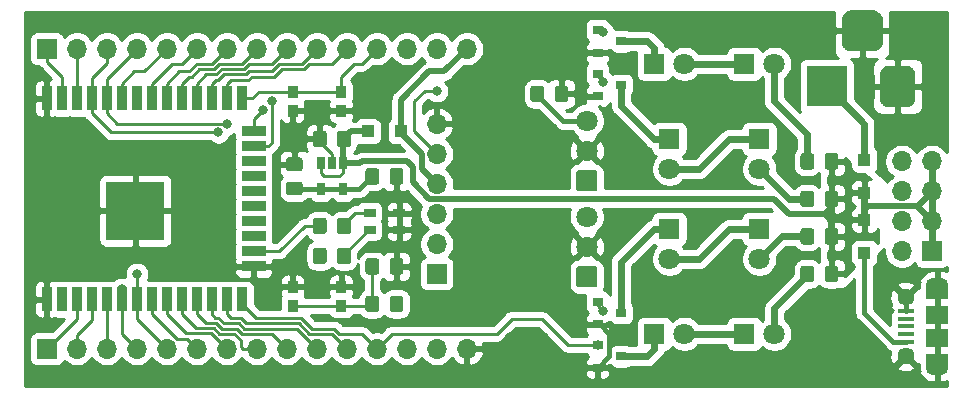
<source format=gbr>
G04 #@! TF.GenerationSoftware,KiCad,Pcbnew,(5.1.5-0-10_14)*
G04 #@! TF.CreationDate,2020-04-02T23:07:03-05:00*
G04 #@! TF.ProjectId,kbxIrBlaster,6b627849-7242-46c6-9173-7465722e6b69,rev?*
G04 #@! TF.SameCoordinates,Original*
G04 #@! TF.FileFunction,Copper,L1,Top*
G04 #@! TF.FilePolarity,Positive*
%FSLAX46Y46*%
G04 Gerber Fmt 4.6, Leading zero omitted, Abs format (unit mm)*
G04 Created by KiCad (PCBNEW (5.1.5-0-10_14)) date 2020-04-02 23:07:03*
%MOMM*%
%LPD*%
G04 APERTURE LIST*
%ADD10R,0.900000X2.000000*%
%ADD11R,2.000000X0.900000*%
%ADD12R,5.000000X5.000000*%
%ADD13C,0.100000*%
%ADD14C,1.800000*%
%ADD15R,0.900000X0.800000*%
%ADD16R,1.000000X0.800000*%
%ADD17R,1.800000X1.800000*%
%ADD18R,0.650000X1.060000*%
%ADD19R,0.900000X1.000000*%
%ADD20O,1.700000X1.700000*%
%ADD21R,1.700000X1.700000*%
%ADD22R,1.900000X1.200000*%
%ADD23O,1.900000X1.200000*%
%ADD24R,1.900000X1.500000*%
%ADD25C,1.450000*%
%ADD26R,1.350000X0.400000*%
%ADD27R,3.500000X3.500000*%
%ADD28C,0.800000*%
%ADD29C,5.000000*%
%ADD30R,1.100000X1.100000*%
%ADD31C,0.250000*%
%ADD32C,0.400000*%
%ADD33C,0.500000*%
%ADD34C,0.600000*%
%ADD35C,0.254000*%
G04 APERTURE END LIST*
D10*
X121285000Y-72145000D03*
X122555000Y-72145000D03*
X123825000Y-72145000D03*
X125095000Y-72145000D03*
X126365000Y-72145000D03*
X127635000Y-72145000D03*
X128905000Y-72145000D03*
X130175000Y-72145000D03*
X131445000Y-72145000D03*
X132715000Y-72145000D03*
X133985000Y-72145000D03*
X135255000Y-72145000D03*
X136525000Y-72145000D03*
X137795000Y-72145000D03*
D11*
X138795000Y-74930000D03*
X138795000Y-76200000D03*
X138795000Y-77470000D03*
X138795000Y-78740000D03*
X138795000Y-80010000D03*
X138795000Y-81280000D03*
X138795000Y-82550000D03*
X138795000Y-83820000D03*
X138795000Y-85090000D03*
X138795000Y-86360000D03*
D10*
X137795000Y-89145000D03*
X136525000Y-89145000D03*
X135255000Y-89145000D03*
X133985000Y-89145000D03*
X132715000Y-89145000D03*
X131445000Y-89145000D03*
X130175000Y-89145000D03*
X128905000Y-89145000D03*
X127635000Y-89145000D03*
X126365000Y-89145000D03*
X125095000Y-89145000D03*
X123825000Y-89145000D03*
X122555000Y-89145000D03*
X121285000Y-89145000D03*
D12*
X128785000Y-81645000D03*
G04 #@! TA.AperFunction,ComponentPad*
D13*
G36*
X167679324Y-78222205D02*
G01*
X167703612Y-78225808D01*
X167727429Y-78231774D01*
X167750547Y-78240045D01*
X167772743Y-78250543D01*
X167793804Y-78263166D01*
X167813525Y-78277793D01*
X167831718Y-78294282D01*
X167848207Y-78312475D01*
X167862834Y-78332196D01*
X167875457Y-78353257D01*
X167885955Y-78375453D01*
X167894226Y-78398571D01*
X167900192Y-78422388D01*
X167903795Y-78446676D01*
X167905000Y-78471200D01*
X167905000Y-79770800D01*
X167903795Y-79795324D01*
X167900192Y-79819612D01*
X167894226Y-79843429D01*
X167885955Y-79866547D01*
X167875457Y-79888743D01*
X167862834Y-79909804D01*
X167848207Y-79929525D01*
X167831718Y-79947718D01*
X167813525Y-79964207D01*
X167793804Y-79978834D01*
X167772743Y-79991457D01*
X167750547Y-80001955D01*
X167727429Y-80010226D01*
X167703612Y-80016192D01*
X167679324Y-80019795D01*
X167654800Y-80021000D01*
X166355200Y-80021000D01*
X166330676Y-80019795D01*
X166306388Y-80016192D01*
X166282571Y-80010226D01*
X166259453Y-80001955D01*
X166237257Y-79991457D01*
X166216196Y-79978834D01*
X166196475Y-79964207D01*
X166178282Y-79947718D01*
X166161793Y-79929525D01*
X166147166Y-79909804D01*
X166134543Y-79888743D01*
X166124045Y-79866547D01*
X166115774Y-79843429D01*
X166109808Y-79819612D01*
X166106205Y-79795324D01*
X166105000Y-79770800D01*
X166105000Y-78471200D01*
X166106205Y-78446676D01*
X166109808Y-78422388D01*
X166115774Y-78398571D01*
X166124045Y-78375453D01*
X166134543Y-78353257D01*
X166147166Y-78332196D01*
X166161793Y-78312475D01*
X166178282Y-78294282D01*
X166196475Y-78277793D01*
X166216196Y-78263166D01*
X166237257Y-78250543D01*
X166259453Y-78240045D01*
X166282571Y-78231774D01*
X166306388Y-78225808D01*
X166330676Y-78222205D01*
X166355200Y-78221000D01*
X167654800Y-78221000D01*
X167679324Y-78222205D01*
G37*
G04 #@! TD.AperFunction*
D14*
X167005000Y-76581000D03*
X167005000Y-74041000D03*
X167005000Y-82169000D03*
X167005000Y-84709000D03*
G04 #@! TA.AperFunction,ComponentPad*
D13*
G36*
X167679324Y-86350205D02*
G01*
X167703612Y-86353808D01*
X167727429Y-86359774D01*
X167750547Y-86368045D01*
X167772743Y-86378543D01*
X167793804Y-86391166D01*
X167813525Y-86405793D01*
X167831718Y-86422282D01*
X167848207Y-86440475D01*
X167862834Y-86460196D01*
X167875457Y-86481257D01*
X167885955Y-86503453D01*
X167894226Y-86526571D01*
X167900192Y-86550388D01*
X167903795Y-86574676D01*
X167905000Y-86599200D01*
X167905000Y-87898800D01*
X167903795Y-87923324D01*
X167900192Y-87947612D01*
X167894226Y-87971429D01*
X167885955Y-87994547D01*
X167875457Y-88016743D01*
X167862834Y-88037804D01*
X167848207Y-88057525D01*
X167831718Y-88075718D01*
X167813525Y-88092207D01*
X167793804Y-88106834D01*
X167772743Y-88119457D01*
X167750547Y-88129955D01*
X167727429Y-88138226D01*
X167703612Y-88144192D01*
X167679324Y-88147795D01*
X167654800Y-88149000D01*
X166355200Y-88149000D01*
X166330676Y-88147795D01*
X166306388Y-88144192D01*
X166282571Y-88138226D01*
X166259453Y-88129955D01*
X166237257Y-88119457D01*
X166216196Y-88106834D01*
X166196475Y-88092207D01*
X166178282Y-88075718D01*
X166161793Y-88057525D01*
X166147166Y-88037804D01*
X166134543Y-88016743D01*
X166124045Y-87994547D01*
X166115774Y-87971429D01*
X166109808Y-87947612D01*
X166106205Y-87923324D01*
X166105000Y-87898800D01*
X166105000Y-86599200D01*
X166106205Y-86574676D01*
X166109808Y-86550388D01*
X166115774Y-86526571D01*
X166124045Y-86503453D01*
X166134543Y-86481257D01*
X166147166Y-86460196D01*
X166161793Y-86440475D01*
X166178282Y-86422282D01*
X166196475Y-86405793D01*
X166216196Y-86391166D01*
X166237257Y-86378543D01*
X166259453Y-86368045D01*
X166282571Y-86359774D01*
X166306388Y-86353808D01*
X166330676Y-86350205D01*
X166355200Y-86349000D01*
X167654800Y-86349000D01*
X167679324Y-86350205D01*
G37*
G04 #@! TD.AperFunction*
D15*
X169910000Y-70993000D03*
X167910000Y-71943000D03*
X167910000Y-70043000D03*
D16*
X148610000Y-81850000D03*
X151110000Y-81850000D03*
X151110000Y-83250000D03*
X148610000Y-83250000D03*
D15*
X169910000Y-90297000D03*
X167910000Y-91247000D03*
X167910000Y-89347000D03*
G04 #@! TA.AperFunction,SMDPad,CuDef*
D13*
G36*
X186014505Y-76771204D02*
G01*
X186038773Y-76774804D01*
X186062572Y-76780765D01*
X186085671Y-76789030D01*
X186107850Y-76799520D01*
X186128893Y-76812132D01*
X186148599Y-76826747D01*
X186166777Y-76843223D01*
X186183253Y-76861401D01*
X186197868Y-76881107D01*
X186210480Y-76902150D01*
X186220970Y-76924329D01*
X186229235Y-76947428D01*
X186235196Y-76971227D01*
X186238796Y-76995495D01*
X186240000Y-77019999D01*
X186240000Y-77920001D01*
X186238796Y-77944505D01*
X186235196Y-77968773D01*
X186229235Y-77992572D01*
X186220970Y-78015671D01*
X186210480Y-78037850D01*
X186197868Y-78058893D01*
X186183253Y-78078599D01*
X186166777Y-78096777D01*
X186148599Y-78113253D01*
X186128893Y-78127868D01*
X186107850Y-78140480D01*
X186085671Y-78150970D01*
X186062572Y-78159235D01*
X186038773Y-78165196D01*
X186014505Y-78168796D01*
X185990001Y-78170000D01*
X185339999Y-78170000D01*
X185315495Y-78168796D01*
X185291227Y-78165196D01*
X185267428Y-78159235D01*
X185244329Y-78150970D01*
X185222150Y-78140480D01*
X185201107Y-78127868D01*
X185181401Y-78113253D01*
X185163223Y-78096777D01*
X185146747Y-78078599D01*
X185132132Y-78058893D01*
X185119520Y-78037850D01*
X185109030Y-78015671D01*
X185100765Y-77992572D01*
X185094804Y-77968773D01*
X185091204Y-77944505D01*
X185090000Y-77920001D01*
X185090000Y-77019999D01*
X185091204Y-76995495D01*
X185094804Y-76971227D01*
X185100765Y-76947428D01*
X185109030Y-76924329D01*
X185119520Y-76902150D01*
X185132132Y-76881107D01*
X185146747Y-76861401D01*
X185163223Y-76843223D01*
X185181401Y-76826747D01*
X185201107Y-76812132D01*
X185222150Y-76799520D01*
X185244329Y-76789030D01*
X185267428Y-76780765D01*
X185291227Y-76774804D01*
X185315495Y-76771204D01*
X185339999Y-76770000D01*
X185990001Y-76770000D01*
X186014505Y-76771204D01*
G37*
G04 #@! TD.AperFunction*
G04 #@! TA.AperFunction,SMDPad,CuDef*
G36*
X188064505Y-76771204D02*
G01*
X188088773Y-76774804D01*
X188112572Y-76780765D01*
X188135671Y-76789030D01*
X188157850Y-76799520D01*
X188178893Y-76812132D01*
X188198599Y-76826747D01*
X188216777Y-76843223D01*
X188233253Y-76861401D01*
X188247868Y-76881107D01*
X188260480Y-76902150D01*
X188270970Y-76924329D01*
X188279235Y-76947428D01*
X188285196Y-76971227D01*
X188288796Y-76995495D01*
X188290000Y-77019999D01*
X188290000Y-77920001D01*
X188288796Y-77944505D01*
X188285196Y-77968773D01*
X188279235Y-77992572D01*
X188270970Y-78015671D01*
X188260480Y-78037850D01*
X188247868Y-78058893D01*
X188233253Y-78078599D01*
X188216777Y-78096777D01*
X188198599Y-78113253D01*
X188178893Y-78127868D01*
X188157850Y-78140480D01*
X188135671Y-78150970D01*
X188112572Y-78159235D01*
X188088773Y-78165196D01*
X188064505Y-78168796D01*
X188040001Y-78170000D01*
X187389999Y-78170000D01*
X187365495Y-78168796D01*
X187341227Y-78165196D01*
X187317428Y-78159235D01*
X187294329Y-78150970D01*
X187272150Y-78140480D01*
X187251107Y-78127868D01*
X187231401Y-78113253D01*
X187213223Y-78096777D01*
X187196747Y-78078599D01*
X187182132Y-78058893D01*
X187169520Y-78037850D01*
X187159030Y-78015671D01*
X187150765Y-77992572D01*
X187144804Y-77968773D01*
X187141204Y-77944505D01*
X187140000Y-77920001D01*
X187140000Y-77019999D01*
X187141204Y-76995495D01*
X187144804Y-76971227D01*
X187150765Y-76947428D01*
X187159030Y-76924329D01*
X187169520Y-76902150D01*
X187182132Y-76881107D01*
X187196747Y-76861401D01*
X187213223Y-76843223D01*
X187231401Y-76826747D01*
X187251107Y-76812132D01*
X187272150Y-76799520D01*
X187294329Y-76789030D01*
X187317428Y-76780765D01*
X187341227Y-76774804D01*
X187365495Y-76771204D01*
X187389999Y-76770000D01*
X188040001Y-76770000D01*
X188064505Y-76771204D01*
G37*
G04 #@! TD.AperFunction*
G04 #@! TA.AperFunction,SMDPad,CuDef*
G36*
X186014505Y-79946204D02*
G01*
X186038773Y-79949804D01*
X186062572Y-79955765D01*
X186085671Y-79964030D01*
X186107850Y-79974520D01*
X186128893Y-79987132D01*
X186148599Y-80001747D01*
X186166777Y-80018223D01*
X186183253Y-80036401D01*
X186197868Y-80056107D01*
X186210480Y-80077150D01*
X186220970Y-80099329D01*
X186229235Y-80122428D01*
X186235196Y-80146227D01*
X186238796Y-80170495D01*
X186240000Y-80194999D01*
X186240000Y-81095001D01*
X186238796Y-81119505D01*
X186235196Y-81143773D01*
X186229235Y-81167572D01*
X186220970Y-81190671D01*
X186210480Y-81212850D01*
X186197868Y-81233893D01*
X186183253Y-81253599D01*
X186166777Y-81271777D01*
X186148599Y-81288253D01*
X186128893Y-81302868D01*
X186107850Y-81315480D01*
X186085671Y-81325970D01*
X186062572Y-81334235D01*
X186038773Y-81340196D01*
X186014505Y-81343796D01*
X185990001Y-81345000D01*
X185339999Y-81345000D01*
X185315495Y-81343796D01*
X185291227Y-81340196D01*
X185267428Y-81334235D01*
X185244329Y-81325970D01*
X185222150Y-81315480D01*
X185201107Y-81302868D01*
X185181401Y-81288253D01*
X185163223Y-81271777D01*
X185146747Y-81253599D01*
X185132132Y-81233893D01*
X185119520Y-81212850D01*
X185109030Y-81190671D01*
X185100765Y-81167572D01*
X185094804Y-81143773D01*
X185091204Y-81119505D01*
X185090000Y-81095001D01*
X185090000Y-80194999D01*
X185091204Y-80170495D01*
X185094804Y-80146227D01*
X185100765Y-80122428D01*
X185109030Y-80099329D01*
X185119520Y-80077150D01*
X185132132Y-80056107D01*
X185146747Y-80036401D01*
X185163223Y-80018223D01*
X185181401Y-80001747D01*
X185201107Y-79987132D01*
X185222150Y-79974520D01*
X185244329Y-79964030D01*
X185267428Y-79955765D01*
X185291227Y-79949804D01*
X185315495Y-79946204D01*
X185339999Y-79945000D01*
X185990001Y-79945000D01*
X186014505Y-79946204D01*
G37*
G04 #@! TD.AperFunction*
G04 #@! TA.AperFunction,SMDPad,CuDef*
G36*
X188064505Y-79946204D02*
G01*
X188088773Y-79949804D01*
X188112572Y-79955765D01*
X188135671Y-79964030D01*
X188157850Y-79974520D01*
X188178893Y-79987132D01*
X188198599Y-80001747D01*
X188216777Y-80018223D01*
X188233253Y-80036401D01*
X188247868Y-80056107D01*
X188260480Y-80077150D01*
X188270970Y-80099329D01*
X188279235Y-80122428D01*
X188285196Y-80146227D01*
X188288796Y-80170495D01*
X188290000Y-80194999D01*
X188290000Y-81095001D01*
X188288796Y-81119505D01*
X188285196Y-81143773D01*
X188279235Y-81167572D01*
X188270970Y-81190671D01*
X188260480Y-81212850D01*
X188247868Y-81233893D01*
X188233253Y-81253599D01*
X188216777Y-81271777D01*
X188198599Y-81288253D01*
X188178893Y-81302868D01*
X188157850Y-81315480D01*
X188135671Y-81325970D01*
X188112572Y-81334235D01*
X188088773Y-81340196D01*
X188064505Y-81343796D01*
X188040001Y-81345000D01*
X187389999Y-81345000D01*
X187365495Y-81343796D01*
X187341227Y-81340196D01*
X187317428Y-81334235D01*
X187294329Y-81325970D01*
X187272150Y-81315480D01*
X187251107Y-81302868D01*
X187231401Y-81288253D01*
X187213223Y-81271777D01*
X187196747Y-81253599D01*
X187182132Y-81233893D01*
X187169520Y-81212850D01*
X187159030Y-81190671D01*
X187150765Y-81167572D01*
X187144804Y-81143773D01*
X187141204Y-81119505D01*
X187140000Y-81095001D01*
X187140000Y-80194999D01*
X187141204Y-80170495D01*
X187144804Y-80146227D01*
X187150765Y-80122428D01*
X187159030Y-80099329D01*
X187169520Y-80077150D01*
X187182132Y-80056107D01*
X187196747Y-80036401D01*
X187213223Y-80018223D01*
X187231401Y-80001747D01*
X187251107Y-79987132D01*
X187272150Y-79974520D01*
X187294329Y-79964030D01*
X187317428Y-79955765D01*
X187341227Y-79949804D01*
X187365495Y-79946204D01*
X187389999Y-79945000D01*
X188040001Y-79945000D01*
X188064505Y-79946204D01*
G37*
G04 #@! TD.AperFunction*
D15*
X169910000Y-67310000D03*
X167910000Y-68260000D03*
X167910000Y-66360000D03*
D17*
X172720000Y-69215000D03*
D14*
X175260000Y-69215000D03*
D17*
X173990000Y-75565000D03*
D14*
X173990000Y-78105000D03*
D17*
X180340000Y-69215000D03*
D14*
X182880000Y-69215000D03*
D17*
X181610000Y-75565000D03*
D14*
X181610000Y-78105000D03*
D18*
X146365000Y-79840000D03*
X144465000Y-79840000D03*
X144465000Y-77640000D03*
X145415000Y-77640000D03*
X146365000Y-77640000D03*
D19*
X146195000Y-73190000D03*
X146195000Y-71590000D03*
X142095000Y-73190000D03*
X142095000Y-71590000D03*
X142095000Y-88100000D03*
X142095000Y-89700000D03*
X146195000Y-88100000D03*
X146195000Y-89700000D03*
G04 #@! TA.AperFunction,SMDPad,CuDef*
D13*
G36*
X149184505Y-88836204D02*
G01*
X149208773Y-88839804D01*
X149232572Y-88845765D01*
X149255671Y-88854030D01*
X149277850Y-88864520D01*
X149298893Y-88877132D01*
X149318599Y-88891747D01*
X149336777Y-88908223D01*
X149353253Y-88926401D01*
X149367868Y-88946107D01*
X149380480Y-88967150D01*
X149390970Y-88989329D01*
X149399235Y-89012428D01*
X149405196Y-89036227D01*
X149408796Y-89060495D01*
X149410000Y-89084999D01*
X149410000Y-89985001D01*
X149408796Y-90009505D01*
X149405196Y-90033773D01*
X149399235Y-90057572D01*
X149390970Y-90080671D01*
X149380480Y-90102850D01*
X149367868Y-90123893D01*
X149353253Y-90143599D01*
X149336777Y-90161777D01*
X149318599Y-90178253D01*
X149298893Y-90192868D01*
X149277850Y-90205480D01*
X149255671Y-90215970D01*
X149232572Y-90224235D01*
X149208773Y-90230196D01*
X149184505Y-90233796D01*
X149160001Y-90235000D01*
X148509999Y-90235000D01*
X148485495Y-90233796D01*
X148461227Y-90230196D01*
X148437428Y-90224235D01*
X148414329Y-90215970D01*
X148392150Y-90205480D01*
X148371107Y-90192868D01*
X148351401Y-90178253D01*
X148333223Y-90161777D01*
X148316747Y-90143599D01*
X148302132Y-90123893D01*
X148289520Y-90102850D01*
X148279030Y-90080671D01*
X148270765Y-90057572D01*
X148264804Y-90033773D01*
X148261204Y-90009505D01*
X148260000Y-89985001D01*
X148260000Y-89084999D01*
X148261204Y-89060495D01*
X148264804Y-89036227D01*
X148270765Y-89012428D01*
X148279030Y-88989329D01*
X148289520Y-88967150D01*
X148302132Y-88946107D01*
X148316747Y-88926401D01*
X148333223Y-88908223D01*
X148351401Y-88891747D01*
X148371107Y-88877132D01*
X148392150Y-88864520D01*
X148414329Y-88854030D01*
X148437428Y-88845765D01*
X148461227Y-88839804D01*
X148485495Y-88836204D01*
X148509999Y-88835000D01*
X149160001Y-88835000D01*
X149184505Y-88836204D01*
G37*
G04 #@! TD.AperFunction*
G04 #@! TA.AperFunction,SMDPad,CuDef*
G36*
X151234505Y-88836204D02*
G01*
X151258773Y-88839804D01*
X151282572Y-88845765D01*
X151305671Y-88854030D01*
X151327850Y-88864520D01*
X151348893Y-88877132D01*
X151368599Y-88891747D01*
X151386777Y-88908223D01*
X151403253Y-88926401D01*
X151417868Y-88946107D01*
X151430480Y-88967150D01*
X151440970Y-88989329D01*
X151449235Y-89012428D01*
X151455196Y-89036227D01*
X151458796Y-89060495D01*
X151460000Y-89084999D01*
X151460000Y-89985001D01*
X151458796Y-90009505D01*
X151455196Y-90033773D01*
X151449235Y-90057572D01*
X151440970Y-90080671D01*
X151430480Y-90102850D01*
X151417868Y-90123893D01*
X151403253Y-90143599D01*
X151386777Y-90161777D01*
X151368599Y-90178253D01*
X151348893Y-90192868D01*
X151327850Y-90205480D01*
X151305671Y-90215970D01*
X151282572Y-90224235D01*
X151258773Y-90230196D01*
X151234505Y-90233796D01*
X151210001Y-90235000D01*
X150559999Y-90235000D01*
X150535495Y-90233796D01*
X150511227Y-90230196D01*
X150487428Y-90224235D01*
X150464329Y-90215970D01*
X150442150Y-90205480D01*
X150421107Y-90192868D01*
X150401401Y-90178253D01*
X150383223Y-90161777D01*
X150366747Y-90143599D01*
X150352132Y-90123893D01*
X150339520Y-90102850D01*
X150329030Y-90080671D01*
X150320765Y-90057572D01*
X150314804Y-90033773D01*
X150311204Y-90009505D01*
X150310000Y-89985001D01*
X150310000Y-89084999D01*
X150311204Y-89060495D01*
X150314804Y-89036227D01*
X150320765Y-89012428D01*
X150329030Y-88989329D01*
X150339520Y-88967150D01*
X150352132Y-88946107D01*
X150366747Y-88926401D01*
X150383223Y-88908223D01*
X150401401Y-88891747D01*
X150421107Y-88877132D01*
X150442150Y-88864520D01*
X150464329Y-88854030D01*
X150487428Y-88845765D01*
X150511227Y-88839804D01*
X150535495Y-88836204D01*
X150559999Y-88835000D01*
X151210001Y-88835000D01*
X151234505Y-88836204D01*
G37*
G04 #@! TD.AperFunction*
G04 #@! TA.AperFunction,SMDPad,CuDef*
G36*
X146789505Y-82232204D02*
G01*
X146813773Y-82235804D01*
X146837572Y-82241765D01*
X146860671Y-82250030D01*
X146882850Y-82260520D01*
X146903893Y-82273132D01*
X146923599Y-82287747D01*
X146941777Y-82304223D01*
X146958253Y-82322401D01*
X146972868Y-82342107D01*
X146985480Y-82363150D01*
X146995970Y-82385329D01*
X147004235Y-82408428D01*
X147010196Y-82432227D01*
X147013796Y-82456495D01*
X147015000Y-82480999D01*
X147015000Y-83381001D01*
X147013796Y-83405505D01*
X147010196Y-83429773D01*
X147004235Y-83453572D01*
X146995970Y-83476671D01*
X146985480Y-83498850D01*
X146972868Y-83519893D01*
X146958253Y-83539599D01*
X146941777Y-83557777D01*
X146923599Y-83574253D01*
X146903893Y-83588868D01*
X146882850Y-83601480D01*
X146860671Y-83611970D01*
X146837572Y-83620235D01*
X146813773Y-83626196D01*
X146789505Y-83629796D01*
X146765001Y-83631000D01*
X146114999Y-83631000D01*
X146090495Y-83629796D01*
X146066227Y-83626196D01*
X146042428Y-83620235D01*
X146019329Y-83611970D01*
X145997150Y-83601480D01*
X145976107Y-83588868D01*
X145956401Y-83574253D01*
X145938223Y-83557777D01*
X145921747Y-83539599D01*
X145907132Y-83519893D01*
X145894520Y-83498850D01*
X145884030Y-83476671D01*
X145875765Y-83453572D01*
X145869804Y-83429773D01*
X145866204Y-83405505D01*
X145865000Y-83381001D01*
X145865000Y-82480999D01*
X145866204Y-82456495D01*
X145869804Y-82432227D01*
X145875765Y-82408428D01*
X145884030Y-82385329D01*
X145894520Y-82363150D01*
X145907132Y-82342107D01*
X145921747Y-82322401D01*
X145938223Y-82304223D01*
X145956401Y-82287747D01*
X145976107Y-82273132D01*
X145997150Y-82260520D01*
X146019329Y-82250030D01*
X146042428Y-82241765D01*
X146066227Y-82235804D01*
X146090495Y-82232204D01*
X146114999Y-82231000D01*
X146765001Y-82231000D01*
X146789505Y-82232204D01*
G37*
G04 #@! TD.AperFunction*
G04 #@! TA.AperFunction,SMDPad,CuDef*
G36*
X144739505Y-82232204D02*
G01*
X144763773Y-82235804D01*
X144787572Y-82241765D01*
X144810671Y-82250030D01*
X144832850Y-82260520D01*
X144853893Y-82273132D01*
X144873599Y-82287747D01*
X144891777Y-82304223D01*
X144908253Y-82322401D01*
X144922868Y-82342107D01*
X144935480Y-82363150D01*
X144945970Y-82385329D01*
X144954235Y-82408428D01*
X144960196Y-82432227D01*
X144963796Y-82456495D01*
X144965000Y-82480999D01*
X144965000Y-83381001D01*
X144963796Y-83405505D01*
X144960196Y-83429773D01*
X144954235Y-83453572D01*
X144945970Y-83476671D01*
X144935480Y-83498850D01*
X144922868Y-83519893D01*
X144908253Y-83539599D01*
X144891777Y-83557777D01*
X144873599Y-83574253D01*
X144853893Y-83588868D01*
X144832850Y-83601480D01*
X144810671Y-83611970D01*
X144787572Y-83620235D01*
X144763773Y-83626196D01*
X144739505Y-83629796D01*
X144715001Y-83631000D01*
X144064999Y-83631000D01*
X144040495Y-83629796D01*
X144016227Y-83626196D01*
X143992428Y-83620235D01*
X143969329Y-83611970D01*
X143947150Y-83601480D01*
X143926107Y-83588868D01*
X143906401Y-83574253D01*
X143888223Y-83557777D01*
X143871747Y-83539599D01*
X143857132Y-83519893D01*
X143844520Y-83498850D01*
X143834030Y-83476671D01*
X143825765Y-83453572D01*
X143819804Y-83429773D01*
X143816204Y-83405505D01*
X143815000Y-83381001D01*
X143815000Y-82480999D01*
X143816204Y-82456495D01*
X143819804Y-82432227D01*
X143825765Y-82408428D01*
X143834030Y-82385329D01*
X143844520Y-82363150D01*
X143857132Y-82342107D01*
X143871747Y-82322401D01*
X143888223Y-82304223D01*
X143906401Y-82287747D01*
X143926107Y-82273132D01*
X143947150Y-82260520D01*
X143969329Y-82250030D01*
X143992428Y-82241765D01*
X144016227Y-82235804D01*
X144040495Y-82232204D01*
X144064999Y-82231000D01*
X144715001Y-82231000D01*
X144739505Y-82232204D01*
G37*
G04 #@! TD.AperFunction*
G04 #@! TA.AperFunction,SMDPad,CuDef*
G36*
X146789505Y-84772204D02*
G01*
X146813773Y-84775804D01*
X146837572Y-84781765D01*
X146860671Y-84790030D01*
X146882850Y-84800520D01*
X146903893Y-84813132D01*
X146923599Y-84827747D01*
X146941777Y-84844223D01*
X146958253Y-84862401D01*
X146972868Y-84882107D01*
X146985480Y-84903150D01*
X146995970Y-84925329D01*
X147004235Y-84948428D01*
X147010196Y-84972227D01*
X147013796Y-84996495D01*
X147015000Y-85020999D01*
X147015000Y-85921001D01*
X147013796Y-85945505D01*
X147010196Y-85969773D01*
X147004235Y-85993572D01*
X146995970Y-86016671D01*
X146985480Y-86038850D01*
X146972868Y-86059893D01*
X146958253Y-86079599D01*
X146941777Y-86097777D01*
X146923599Y-86114253D01*
X146903893Y-86128868D01*
X146882850Y-86141480D01*
X146860671Y-86151970D01*
X146837572Y-86160235D01*
X146813773Y-86166196D01*
X146789505Y-86169796D01*
X146765001Y-86171000D01*
X146114999Y-86171000D01*
X146090495Y-86169796D01*
X146066227Y-86166196D01*
X146042428Y-86160235D01*
X146019329Y-86151970D01*
X145997150Y-86141480D01*
X145976107Y-86128868D01*
X145956401Y-86114253D01*
X145938223Y-86097777D01*
X145921747Y-86079599D01*
X145907132Y-86059893D01*
X145894520Y-86038850D01*
X145884030Y-86016671D01*
X145875765Y-85993572D01*
X145869804Y-85969773D01*
X145866204Y-85945505D01*
X145865000Y-85921001D01*
X145865000Y-85020999D01*
X145866204Y-84996495D01*
X145869804Y-84972227D01*
X145875765Y-84948428D01*
X145884030Y-84925329D01*
X145894520Y-84903150D01*
X145907132Y-84882107D01*
X145921747Y-84862401D01*
X145938223Y-84844223D01*
X145956401Y-84827747D01*
X145976107Y-84813132D01*
X145997150Y-84800520D01*
X146019329Y-84790030D01*
X146042428Y-84781765D01*
X146066227Y-84775804D01*
X146090495Y-84772204D01*
X146114999Y-84771000D01*
X146765001Y-84771000D01*
X146789505Y-84772204D01*
G37*
G04 #@! TD.AperFunction*
G04 #@! TA.AperFunction,SMDPad,CuDef*
G36*
X144739505Y-84772204D02*
G01*
X144763773Y-84775804D01*
X144787572Y-84781765D01*
X144810671Y-84790030D01*
X144832850Y-84800520D01*
X144853893Y-84813132D01*
X144873599Y-84827747D01*
X144891777Y-84844223D01*
X144908253Y-84862401D01*
X144922868Y-84882107D01*
X144935480Y-84903150D01*
X144945970Y-84925329D01*
X144954235Y-84948428D01*
X144960196Y-84972227D01*
X144963796Y-84996495D01*
X144965000Y-85020999D01*
X144965000Y-85921001D01*
X144963796Y-85945505D01*
X144960196Y-85969773D01*
X144954235Y-85993572D01*
X144945970Y-86016671D01*
X144935480Y-86038850D01*
X144922868Y-86059893D01*
X144908253Y-86079599D01*
X144891777Y-86097777D01*
X144873599Y-86114253D01*
X144853893Y-86128868D01*
X144832850Y-86141480D01*
X144810671Y-86151970D01*
X144787572Y-86160235D01*
X144763773Y-86166196D01*
X144739505Y-86169796D01*
X144715001Y-86171000D01*
X144064999Y-86171000D01*
X144040495Y-86169796D01*
X144016227Y-86166196D01*
X143992428Y-86160235D01*
X143969329Y-86151970D01*
X143947150Y-86141480D01*
X143926107Y-86128868D01*
X143906401Y-86114253D01*
X143888223Y-86097777D01*
X143871747Y-86079599D01*
X143857132Y-86059893D01*
X143844520Y-86038850D01*
X143834030Y-86016671D01*
X143825765Y-85993572D01*
X143819804Y-85969773D01*
X143816204Y-85945505D01*
X143815000Y-85921001D01*
X143815000Y-85020999D01*
X143816204Y-84996495D01*
X143819804Y-84972227D01*
X143825765Y-84948428D01*
X143834030Y-84925329D01*
X143844520Y-84903150D01*
X143857132Y-84882107D01*
X143871747Y-84862401D01*
X143888223Y-84844223D01*
X143906401Y-84827747D01*
X143926107Y-84813132D01*
X143947150Y-84800520D01*
X143969329Y-84790030D01*
X143992428Y-84781765D01*
X144016227Y-84775804D01*
X144040495Y-84772204D01*
X144064999Y-84771000D01*
X144715001Y-84771000D01*
X144739505Y-84772204D01*
G37*
G04 #@! TD.AperFunction*
G04 #@! TA.AperFunction,SMDPad,CuDef*
G36*
X186014505Y-83121204D02*
G01*
X186038773Y-83124804D01*
X186062572Y-83130765D01*
X186085671Y-83139030D01*
X186107850Y-83149520D01*
X186128893Y-83162132D01*
X186148599Y-83176747D01*
X186166777Y-83193223D01*
X186183253Y-83211401D01*
X186197868Y-83231107D01*
X186210480Y-83252150D01*
X186220970Y-83274329D01*
X186229235Y-83297428D01*
X186235196Y-83321227D01*
X186238796Y-83345495D01*
X186240000Y-83369999D01*
X186240000Y-84270001D01*
X186238796Y-84294505D01*
X186235196Y-84318773D01*
X186229235Y-84342572D01*
X186220970Y-84365671D01*
X186210480Y-84387850D01*
X186197868Y-84408893D01*
X186183253Y-84428599D01*
X186166777Y-84446777D01*
X186148599Y-84463253D01*
X186128893Y-84477868D01*
X186107850Y-84490480D01*
X186085671Y-84500970D01*
X186062572Y-84509235D01*
X186038773Y-84515196D01*
X186014505Y-84518796D01*
X185990001Y-84520000D01*
X185339999Y-84520000D01*
X185315495Y-84518796D01*
X185291227Y-84515196D01*
X185267428Y-84509235D01*
X185244329Y-84500970D01*
X185222150Y-84490480D01*
X185201107Y-84477868D01*
X185181401Y-84463253D01*
X185163223Y-84446777D01*
X185146747Y-84428599D01*
X185132132Y-84408893D01*
X185119520Y-84387850D01*
X185109030Y-84365671D01*
X185100765Y-84342572D01*
X185094804Y-84318773D01*
X185091204Y-84294505D01*
X185090000Y-84270001D01*
X185090000Y-83369999D01*
X185091204Y-83345495D01*
X185094804Y-83321227D01*
X185100765Y-83297428D01*
X185109030Y-83274329D01*
X185119520Y-83252150D01*
X185132132Y-83231107D01*
X185146747Y-83211401D01*
X185163223Y-83193223D01*
X185181401Y-83176747D01*
X185201107Y-83162132D01*
X185222150Y-83149520D01*
X185244329Y-83139030D01*
X185267428Y-83130765D01*
X185291227Y-83124804D01*
X185315495Y-83121204D01*
X185339999Y-83120000D01*
X185990001Y-83120000D01*
X186014505Y-83121204D01*
G37*
G04 #@! TD.AperFunction*
G04 #@! TA.AperFunction,SMDPad,CuDef*
G36*
X188064505Y-83121204D02*
G01*
X188088773Y-83124804D01*
X188112572Y-83130765D01*
X188135671Y-83139030D01*
X188157850Y-83149520D01*
X188178893Y-83162132D01*
X188198599Y-83176747D01*
X188216777Y-83193223D01*
X188233253Y-83211401D01*
X188247868Y-83231107D01*
X188260480Y-83252150D01*
X188270970Y-83274329D01*
X188279235Y-83297428D01*
X188285196Y-83321227D01*
X188288796Y-83345495D01*
X188290000Y-83369999D01*
X188290000Y-84270001D01*
X188288796Y-84294505D01*
X188285196Y-84318773D01*
X188279235Y-84342572D01*
X188270970Y-84365671D01*
X188260480Y-84387850D01*
X188247868Y-84408893D01*
X188233253Y-84428599D01*
X188216777Y-84446777D01*
X188198599Y-84463253D01*
X188178893Y-84477868D01*
X188157850Y-84490480D01*
X188135671Y-84500970D01*
X188112572Y-84509235D01*
X188088773Y-84515196D01*
X188064505Y-84518796D01*
X188040001Y-84520000D01*
X187389999Y-84520000D01*
X187365495Y-84518796D01*
X187341227Y-84515196D01*
X187317428Y-84509235D01*
X187294329Y-84500970D01*
X187272150Y-84490480D01*
X187251107Y-84477868D01*
X187231401Y-84463253D01*
X187213223Y-84446777D01*
X187196747Y-84428599D01*
X187182132Y-84408893D01*
X187169520Y-84387850D01*
X187159030Y-84365671D01*
X187150765Y-84342572D01*
X187144804Y-84318773D01*
X187141204Y-84294505D01*
X187140000Y-84270001D01*
X187140000Y-83369999D01*
X187141204Y-83345495D01*
X187144804Y-83321227D01*
X187150765Y-83297428D01*
X187159030Y-83274329D01*
X187169520Y-83252150D01*
X187182132Y-83231107D01*
X187196747Y-83211401D01*
X187213223Y-83193223D01*
X187231401Y-83176747D01*
X187251107Y-83162132D01*
X187272150Y-83149520D01*
X187294329Y-83139030D01*
X187317428Y-83130765D01*
X187341227Y-83124804D01*
X187365495Y-83121204D01*
X187389999Y-83120000D01*
X188040001Y-83120000D01*
X188064505Y-83121204D01*
G37*
G04 #@! TD.AperFunction*
G04 #@! TA.AperFunction,SMDPad,CuDef*
G36*
X186014505Y-86296204D02*
G01*
X186038773Y-86299804D01*
X186062572Y-86305765D01*
X186085671Y-86314030D01*
X186107850Y-86324520D01*
X186128893Y-86337132D01*
X186148599Y-86351747D01*
X186166777Y-86368223D01*
X186183253Y-86386401D01*
X186197868Y-86406107D01*
X186210480Y-86427150D01*
X186220970Y-86449329D01*
X186229235Y-86472428D01*
X186235196Y-86496227D01*
X186238796Y-86520495D01*
X186240000Y-86544999D01*
X186240000Y-87445001D01*
X186238796Y-87469505D01*
X186235196Y-87493773D01*
X186229235Y-87517572D01*
X186220970Y-87540671D01*
X186210480Y-87562850D01*
X186197868Y-87583893D01*
X186183253Y-87603599D01*
X186166777Y-87621777D01*
X186148599Y-87638253D01*
X186128893Y-87652868D01*
X186107850Y-87665480D01*
X186085671Y-87675970D01*
X186062572Y-87684235D01*
X186038773Y-87690196D01*
X186014505Y-87693796D01*
X185990001Y-87695000D01*
X185339999Y-87695000D01*
X185315495Y-87693796D01*
X185291227Y-87690196D01*
X185267428Y-87684235D01*
X185244329Y-87675970D01*
X185222150Y-87665480D01*
X185201107Y-87652868D01*
X185181401Y-87638253D01*
X185163223Y-87621777D01*
X185146747Y-87603599D01*
X185132132Y-87583893D01*
X185119520Y-87562850D01*
X185109030Y-87540671D01*
X185100765Y-87517572D01*
X185094804Y-87493773D01*
X185091204Y-87469505D01*
X185090000Y-87445001D01*
X185090000Y-86544999D01*
X185091204Y-86520495D01*
X185094804Y-86496227D01*
X185100765Y-86472428D01*
X185109030Y-86449329D01*
X185119520Y-86427150D01*
X185132132Y-86406107D01*
X185146747Y-86386401D01*
X185163223Y-86368223D01*
X185181401Y-86351747D01*
X185201107Y-86337132D01*
X185222150Y-86324520D01*
X185244329Y-86314030D01*
X185267428Y-86305765D01*
X185291227Y-86299804D01*
X185315495Y-86296204D01*
X185339999Y-86295000D01*
X185990001Y-86295000D01*
X186014505Y-86296204D01*
G37*
G04 #@! TD.AperFunction*
G04 #@! TA.AperFunction,SMDPad,CuDef*
G36*
X188064505Y-86296204D02*
G01*
X188088773Y-86299804D01*
X188112572Y-86305765D01*
X188135671Y-86314030D01*
X188157850Y-86324520D01*
X188178893Y-86337132D01*
X188198599Y-86351747D01*
X188216777Y-86368223D01*
X188233253Y-86386401D01*
X188247868Y-86406107D01*
X188260480Y-86427150D01*
X188270970Y-86449329D01*
X188279235Y-86472428D01*
X188285196Y-86496227D01*
X188288796Y-86520495D01*
X188290000Y-86544999D01*
X188290000Y-87445001D01*
X188288796Y-87469505D01*
X188285196Y-87493773D01*
X188279235Y-87517572D01*
X188270970Y-87540671D01*
X188260480Y-87562850D01*
X188247868Y-87583893D01*
X188233253Y-87603599D01*
X188216777Y-87621777D01*
X188198599Y-87638253D01*
X188178893Y-87652868D01*
X188157850Y-87665480D01*
X188135671Y-87675970D01*
X188112572Y-87684235D01*
X188088773Y-87690196D01*
X188064505Y-87693796D01*
X188040001Y-87695000D01*
X187389999Y-87695000D01*
X187365495Y-87693796D01*
X187341227Y-87690196D01*
X187317428Y-87684235D01*
X187294329Y-87675970D01*
X187272150Y-87665480D01*
X187251107Y-87652868D01*
X187231401Y-87638253D01*
X187213223Y-87621777D01*
X187196747Y-87603599D01*
X187182132Y-87583893D01*
X187169520Y-87562850D01*
X187159030Y-87540671D01*
X187150765Y-87517572D01*
X187144804Y-87493773D01*
X187141204Y-87469505D01*
X187140000Y-87445001D01*
X187140000Y-86544999D01*
X187141204Y-86520495D01*
X187144804Y-86496227D01*
X187150765Y-86472428D01*
X187159030Y-86449329D01*
X187169520Y-86427150D01*
X187182132Y-86406107D01*
X187196747Y-86386401D01*
X187213223Y-86368223D01*
X187231401Y-86351747D01*
X187251107Y-86337132D01*
X187272150Y-86324520D01*
X187294329Y-86314030D01*
X187317428Y-86305765D01*
X187341227Y-86299804D01*
X187365495Y-86296204D01*
X187389999Y-86295000D01*
X188040001Y-86295000D01*
X188064505Y-86296204D01*
G37*
G04 #@! TD.AperFunction*
D15*
X169910000Y-93980000D03*
X167910000Y-94930000D03*
X167910000Y-93030000D03*
D20*
X156845000Y-67945000D03*
X154305000Y-67945000D03*
X151765000Y-67945000D03*
X149225000Y-67945000D03*
X146685000Y-67945000D03*
X144145000Y-67945000D03*
X141605000Y-67945000D03*
X139065000Y-67945000D03*
X136525000Y-67945000D03*
X133985000Y-67945000D03*
X131445000Y-67945000D03*
X128905000Y-67945000D03*
X126365000Y-67945000D03*
X123825000Y-67945000D03*
D21*
X121285000Y-67945000D03*
D20*
X156845000Y-93345000D03*
X154305000Y-93345000D03*
X151765000Y-93345000D03*
X149225000Y-93345000D03*
X146685000Y-93345000D03*
X144145000Y-93345000D03*
X141605000Y-93345000D03*
X139065000Y-93345000D03*
X136525000Y-93345000D03*
X133985000Y-93345000D03*
X131445000Y-93345000D03*
X128905000Y-93345000D03*
X126365000Y-93345000D03*
X123825000Y-93345000D03*
D21*
X121285000Y-93345000D03*
D20*
X154305000Y-74295000D03*
X154305000Y-76835000D03*
X154305000Y-79375000D03*
X154305000Y-81915000D03*
X154305000Y-84455000D03*
D21*
X154305000Y-86995000D03*
D20*
X193675000Y-77470000D03*
X196215000Y-77470000D03*
X193675000Y-80010000D03*
X196215000Y-80010000D03*
X193675000Y-82550000D03*
X196215000Y-82550000D03*
X193675000Y-85090000D03*
D21*
X196215000Y-85090000D03*
D22*
X196690500Y-94340000D03*
X196690500Y-88540000D03*
D23*
X196690500Y-87940000D03*
X196690500Y-94940000D03*
D24*
X196690500Y-92440000D03*
D25*
X193990500Y-88940000D03*
D26*
X193990500Y-91440000D03*
X193990500Y-90790000D03*
X193990500Y-90140000D03*
X193990500Y-92740000D03*
X193990500Y-92090000D03*
D25*
X193990500Y-93940000D03*
D24*
X196690500Y-90440000D03*
G04 #@! TA.AperFunction,ComponentPad*
D13*
G36*
X191285765Y-64674213D02*
G01*
X191370704Y-64686813D01*
X191453999Y-64707677D01*
X191534848Y-64736605D01*
X191612472Y-64773319D01*
X191686124Y-64817464D01*
X191755094Y-64868616D01*
X191818718Y-64926282D01*
X191876384Y-64989906D01*
X191927536Y-65058876D01*
X191971681Y-65132528D01*
X192008395Y-65210152D01*
X192037323Y-65291001D01*
X192058187Y-65374296D01*
X192070787Y-65459235D01*
X192075000Y-65545000D01*
X192075000Y-67295000D01*
X192070787Y-67380765D01*
X192058187Y-67465704D01*
X192037323Y-67548999D01*
X192008395Y-67629848D01*
X191971681Y-67707472D01*
X191927536Y-67781124D01*
X191876384Y-67850094D01*
X191818718Y-67913718D01*
X191755094Y-67971384D01*
X191686124Y-68022536D01*
X191612472Y-68066681D01*
X191534848Y-68103395D01*
X191453999Y-68132323D01*
X191370704Y-68153187D01*
X191285765Y-68165787D01*
X191200000Y-68170000D01*
X189450000Y-68170000D01*
X189364235Y-68165787D01*
X189279296Y-68153187D01*
X189196001Y-68132323D01*
X189115152Y-68103395D01*
X189037528Y-68066681D01*
X188963876Y-68022536D01*
X188894906Y-67971384D01*
X188831282Y-67913718D01*
X188773616Y-67850094D01*
X188722464Y-67781124D01*
X188678319Y-67707472D01*
X188641605Y-67629848D01*
X188612677Y-67548999D01*
X188591813Y-67465704D01*
X188579213Y-67380765D01*
X188575000Y-67295000D01*
X188575000Y-65545000D01*
X188579213Y-65459235D01*
X188591813Y-65374296D01*
X188612677Y-65291001D01*
X188641605Y-65210152D01*
X188678319Y-65132528D01*
X188722464Y-65058876D01*
X188773616Y-64989906D01*
X188831282Y-64926282D01*
X188894906Y-64868616D01*
X188963876Y-64817464D01*
X189037528Y-64773319D01*
X189115152Y-64736605D01*
X189196001Y-64707677D01*
X189279296Y-64686813D01*
X189364235Y-64674213D01*
X189450000Y-64670000D01*
X191200000Y-64670000D01*
X191285765Y-64674213D01*
G37*
G04 #@! TD.AperFunction*
G04 #@! TA.AperFunction,ComponentPad*
G36*
X194148513Y-69373611D02*
G01*
X194221318Y-69384411D01*
X194292714Y-69402295D01*
X194362013Y-69427090D01*
X194428548Y-69458559D01*
X194491678Y-69496398D01*
X194550795Y-69540242D01*
X194605330Y-69589670D01*
X194654758Y-69644205D01*
X194698602Y-69703322D01*
X194736441Y-69766452D01*
X194767910Y-69832987D01*
X194792705Y-69902286D01*
X194810589Y-69973682D01*
X194821389Y-70046487D01*
X194825000Y-70120000D01*
X194825000Y-72120000D01*
X194821389Y-72193513D01*
X194810589Y-72266318D01*
X194792705Y-72337714D01*
X194767910Y-72407013D01*
X194736441Y-72473548D01*
X194698602Y-72536678D01*
X194654758Y-72595795D01*
X194605330Y-72650330D01*
X194550795Y-72699758D01*
X194491678Y-72743602D01*
X194428548Y-72781441D01*
X194362013Y-72812910D01*
X194292714Y-72837705D01*
X194221318Y-72855589D01*
X194148513Y-72866389D01*
X194075000Y-72870000D01*
X192575000Y-72870000D01*
X192501487Y-72866389D01*
X192428682Y-72855589D01*
X192357286Y-72837705D01*
X192287987Y-72812910D01*
X192221452Y-72781441D01*
X192158322Y-72743602D01*
X192099205Y-72699758D01*
X192044670Y-72650330D01*
X191995242Y-72595795D01*
X191951398Y-72536678D01*
X191913559Y-72473548D01*
X191882090Y-72407013D01*
X191857295Y-72337714D01*
X191839411Y-72266318D01*
X191828611Y-72193513D01*
X191825000Y-72120000D01*
X191825000Y-70120000D01*
X191828611Y-70046487D01*
X191839411Y-69973682D01*
X191857295Y-69902286D01*
X191882090Y-69832987D01*
X191913559Y-69766452D01*
X191951398Y-69703322D01*
X191995242Y-69644205D01*
X192044670Y-69589670D01*
X192099205Y-69540242D01*
X192158322Y-69496398D01*
X192221452Y-69458559D01*
X192287987Y-69427090D01*
X192357286Y-69402295D01*
X192428682Y-69384411D01*
X192501487Y-69373611D01*
X192575000Y-69370000D01*
X194075000Y-69370000D01*
X194148513Y-69373611D01*
G37*
G04 #@! TD.AperFunction*
D27*
X187325000Y-71120000D03*
D28*
X189920825Y-92654175D03*
X188595000Y-92105000D03*
X187269175Y-92654175D03*
X186720000Y-93980000D03*
X187269175Y-95305825D03*
X188595000Y-95855000D03*
X189920825Y-95305825D03*
X190470000Y-93980000D03*
D29*
X188595000Y-93980000D03*
D28*
X163250825Y-92654175D03*
X161925000Y-92105000D03*
X160599175Y-92654175D03*
X160050000Y-93980000D03*
X160599175Y-95305825D03*
X161925000Y-95855000D03*
X163250825Y-95305825D03*
X163800000Y-93980000D03*
D29*
X161925000Y-93980000D03*
D28*
X163250825Y-65984175D03*
X161925000Y-65435000D03*
X160599175Y-65984175D03*
X160050000Y-67310000D03*
X160599175Y-68635825D03*
X161925000Y-69185000D03*
X163250825Y-68635825D03*
X163800000Y-67310000D03*
D29*
X161925000Y-67310000D03*
D30*
X190500000Y-85220000D03*
X190500000Y-82420000D03*
X190500000Y-77340000D03*
X190500000Y-80140000D03*
X151260000Y-74930000D03*
X148460000Y-74930000D03*
D17*
X173990000Y-83185000D03*
D14*
X173990000Y-85725000D03*
D17*
X172720000Y-92075000D03*
D14*
X175260000Y-92075000D03*
D17*
X181610000Y-83185000D03*
D14*
X181610000Y-85725000D03*
D17*
X180340000Y-92075000D03*
D14*
X182880000Y-92075000D03*
G04 #@! TA.AperFunction,SMDPad,CuDef*
D13*
G36*
X163154505Y-71056204D02*
G01*
X163178773Y-71059804D01*
X163202572Y-71065765D01*
X163225671Y-71074030D01*
X163247850Y-71084520D01*
X163268893Y-71097132D01*
X163288599Y-71111747D01*
X163306777Y-71128223D01*
X163323253Y-71146401D01*
X163337868Y-71166107D01*
X163350480Y-71187150D01*
X163360970Y-71209329D01*
X163369235Y-71232428D01*
X163375196Y-71256227D01*
X163378796Y-71280495D01*
X163380000Y-71304999D01*
X163380000Y-72205001D01*
X163378796Y-72229505D01*
X163375196Y-72253773D01*
X163369235Y-72277572D01*
X163360970Y-72300671D01*
X163350480Y-72322850D01*
X163337868Y-72343893D01*
X163323253Y-72363599D01*
X163306777Y-72381777D01*
X163288599Y-72398253D01*
X163268893Y-72412868D01*
X163247850Y-72425480D01*
X163225671Y-72435970D01*
X163202572Y-72444235D01*
X163178773Y-72450196D01*
X163154505Y-72453796D01*
X163130001Y-72455000D01*
X162479999Y-72455000D01*
X162455495Y-72453796D01*
X162431227Y-72450196D01*
X162407428Y-72444235D01*
X162384329Y-72435970D01*
X162362150Y-72425480D01*
X162341107Y-72412868D01*
X162321401Y-72398253D01*
X162303223Y-72381777D01*
X162286747Y-72363599D01*
X162272132Y-72343893D01*
X162259520Y-72322850D01*
X162249030Y-72300671D01*
X162240765Y-72277572D01*
X162234804Y-72253773D01*
X162231204Y-72229505D01*
X162230000Y-72205001D01*
X162230000Y-71304999D01*
X162231204Y-71280495D01*
X162234804Y-71256227D01*
X162240765Y-71232428D01*
X162249030Y-71209329D01*
X162259520Y-71187150D01*
X162272132Y-71166107D01*
X162286747Y-71146401D01*
X162303223Y-71128223D01*
X162321401Y-71111747D01*
X162341107Y-71097132D01*
X162362150Y-71084520D01*
X162384329Y-71074030D01*
X162407428Y-71065765D01*
X162431227Y-71059804D01*
X162455495Y-71056204D01*
X162479999Y-71055000D01*
X163130001Y-71055000D01*
X163154505Y-71056204D01*
G37*
G04 #@! TD.AperFunction*
G04 #@! TA.AperFunction,SMDPad,CuDef*
G36*
X165204505Y-71056204D02*
G01*
X165228773Y-71059804D01*
X165252572Y-71065765D01*
X165275671Y-71074030D01*
X165297850Y-71084520D01*
X165318893Y-71097132D01*
X165338599Y-71111747D01*
X165356777Y-71128223D01*
X165373253Y-71146401D01*
X165387868Y-71166107D01*
X165400480Y-71187150D01*
X165410970Y-71209329D01*
X165419235Y-71232428D01*
X165425196Y-71256227D01*
X165428796Y-71280495D01*
X165430000Y-71304999D01*
X165430000Y-72205001D01*
X165428796Y-72229505D01*
X165425196Y-72253773D01*
X165419235Y-72277572D01*
X165410970Y-72300671D01*
X165400480Y-72322850D01*
X165387868Y-72343893D01*
X165373253Y-72363599D01*
X165356777Y-72381777D01*
X165338599Y-72398253D01*
X165318893Y-72412868D01*
X165297850Y-72425480D01*
X165275671Y-72435970D01*
X165252572Y-72444235D01*
X165228773Y-72450196D01*
X165204505Y-72453796D01*
X165180001Y-72455000D01*
X164529999Y-72455000D01*
X164505495Y-72453796D01*
X164481227Y-72450196D01*
X164457428Y-72444235D01*
X164434329Y-72435970D01*
X164412150Y-72425480D01*
X164391107Y-72412868D01*
X164371401Y-72398253D01*
X164353223Y-72381777D01*
X164336747Y-72363599D01*
X164322132Y-72343893D01*
X164309520Y-72322850D01*
X164299030Y-72300671D01*
X164290765Y-72277572D01*
X164284804Y-72253773D01*
X164281204Y-72229505D01*
X164280000Y-72205001D01*
X164280000Y-71304999D01*
X164281204Y-71280495D01*
X164284804Y-71256227D01*
X164290765Y-71232428D01*
X164299030Y-71209329D01*
X164309520Y-71187150D01*
X164322132Y-71166107D01*
X164336747Y-71146401D01*
X164353223Y-71128223D01*
X164371401Y-71111747D01*
X164391107Y-71097132D01*
X164412150Y-71084520D01*
X164434329Y-71074030D01*
X164457428Y-71065765D01*
X164481227Y-71059804D01*
X164505495Y-71056204D01*
X164529999Y-71055000D01*
X165180001Y-71055000D01*
X165204505Y-71056204D01*
G37*
G04 #@! TD.AperFunction*
G04 #@! TA.AperFunction,SMDPad,CuDef*
G36*
X149184505Y-78041204D02*
G01*
X149208773Y-78044804D01*
X149232572Y-78050765D01*
X149255671Y-78059030D01*
X149277850Y-78069520D01*
X149298893Y-78082132D01*
X149318599Y-78096747D01*
X149336777Y-78113223D01*
X149353253Y-78131401D01*
X149367868Y-78151107D01*
X149380480Y-78172150D01*
X149390970Y-78194329D01*
X149399235Y-78217428D01*
X149405196Y-78241227D01*
X149408796Y-78265495D01*
X149410000Y-78289999D01*
X149410000Y-79190001D01*
X149408796Y-79214505D01*
X149405196Y-79238773D01*
X149399235Y-79262572D01*
X149390970Y-79285671D01*
X149380480Y-79307850D01*
X149367868Y-79328893D01*
X149353253Y-79348599D01*
X149336777Y-79366777D01*
X149318599Y-79383253D01*
X149298893Y-79397868D01*
X149277850Y-79410480D01*
X149255671Y-79420970D01*
X149232572Y-79429235D01*
X149208773Y-79435196D01*
X149184505Y-79438796D01*
X149160001Y-79440000D01*
X148509999Y-79440000D01*
X148485495Y-79438796D01*
X148461227Y-79435196D01*
X148437428Y-79429235D01*
X148414329Y-79420970D01*
X148392150Y-79410480D01*
X148371107Y-79397868D01*
X148351401Y-79383253D01*
X148333223Y-79366777D01*
X148316747Y-79348599D01*
X148302132Y-79328893D01*
X148289520Y-79307850D01*
X148279030Y-79285671D01*
X148270765Y-79262572D01*
X148264804Y-79238773D01*
X148261204Y-79214505D01*
X148260000Y-79190001D01*
X148260000Y-78289999D01*
X148261204Y-78265495D01*
X148264804Y-78241227D01*
X148270765Y-78217428D01*
X148279030Y-78194329D01*
X148289520Y-78172150D01*
X148302132Y-78151107D01*
X148316747Y-78131401D01*
X148333223Y-78113223D01*
X148351401Y-78096747D01*
X148371107Y-78082132D01*
X148392150Y-78069520D01*
X148414329Y-78059030D01*
X148437428Y-78050765D01*
X148461227Y-78044804D01*
X148485495Y-78041204D01*
X148509999Y-78040000D01*
X149160001Y-78040000D01*
X149184505Y-78041204D01*
G37*
G04 #@! TD.AperFunction*
G04 #@! TA.AperFunction,SMDPad,CuDef*
G36*
X151234505Y-78041204D02*
G01*
X151258773Y-78044804D01*
X151282572Y-78050765D01*
X151305671Y-78059030D01*
X151327850Y-78069520D01*
X151348893Y-78082132D01*
X151368599Y-78096747D01*
X151386777Y-78113223D01*
X151403253Y-78131401D01*
X151417868Y-78151107D01*
X151430480Y-78172150D01*
X151440970Y-78194329D01*
X151449235Y-78217428D01*
X151455196Y-78241227D01*
X151458796Y-78265495D01*
X151460000Y-78289999D01*
X151460000Y-79190001D01*
X151458796Y-79214505D01*
X151455196Y-79238773D01*
X151449235Y-79262572D01*
X151440970Y-79285671D01*
X151430480Y-79307850D01*
X151417868Y-79328893D01*
X151403253Y-79348599D01*
X151386777Y-79366777D01*
X151368599Y-79383253D01*
X151348893Y-79397868D01*
X151327850Y-79410480D01*
X151305671Y-79420970D01*
X151282572Y-79429235D01*
X151258773Y-79435196D01*
X151234505Y-79438796D01*
X151210001Y-79440000D01*
X150559999Y-79440000D01*
X150535495Y-79438796D01*
X150511227Y-79435196D01*
X150487428Y-79429235D01*
X150464329Y-79420970D01*
X150442150Y-79410480D01*
X150421107Y-79397868D01*
X150401401Y-79383253D01*
X150383223Y-79366777D01*
X150366747Y-79348599D01*
X150352132Y-79328893D01*
X150339520Y-79307850D01*
X150329030Y-79285671D01*
X150320765Y-79262572D01*
X150314804Y-79238773D01*
X150311204Y-79214505D01*
X150310000Y-79190001D01*
X150310000Y-78289999D01*
X150311204Y-78265495D01*
X150314804Y-78241227D01*
X150320765Y-78217428D01*
X150329030Y-78194329D01*
X150339520Y-78172150D01*
X150352132Y-78151107D01*
X150366747Y-78131401D01*
X150383223Y-78113223D01*
X150401401Y-78096747D01*
X150421107Y-78082132D01*
X150442150Y-78069520D01*
X150464329Y-78059030D01*
X150487428Y-78050765D01*
X150511227Y-78044804D01*
X150535495Y-78041204D01*
X150559999Y-78040000D01*
X151210001Y-78040000D01*
X151234505Y-78041204D01*
G37*
G04 #@! TD.AperFunction*
G04 #@! TA.AperFunction,SMDPad,CuDef*
G36*
X142714505Y-77141204D02*
G01*
X142738773Y-77144804D01*
X142762572Y-77150765D01*
X142785671Y-77159030D01*
X142807850Y-77169520D01*
X142828893Y-77182132D01*
X142848599Y-77196747D01*
X142866777Y-77213223D01*
X142883253Y-77231401D01*
X142897868Y-77251107D01*
X142910480Y-77272150D01*
X142920970Y-77294329D01*
X142929235Y-77317428D01*
X142935196Y-77341227D01*
X142938796Y-77365495D01*
X142940000Y-77389999D01*
X142940000Y-78040001D01*
X142938796Y-78064505D01*
X142935196Y-78088773D01*
X142929235Y-78112572D01*
X142920970Y-78135671D01*
X142910480Y-78157850D01*
X142897868Y-78178893D01*
X142883253Y-78198599D01*
X142866777Y-78216777D01*
X142848599Y-78233253D01*
X142828893Y-78247868D01*
X142807850Y-78260480D01*
X142785671Y-78270970D01*
X142762572Y-78279235D01*
X142738773Y-78285196D01*
X142714505Y-78288796D01*
X142690001Y-78290000D01*
X141789999Y-78290000D01*
X141765495Y-78288796D01*
X141741227Y-78285196D01*
X141717428Y-78279235D01*
X141694329Y-78270970D01*
X141672150Y-78260480D01*
X141651107Y-78247868D01*
X141631401Y-78233253D01*
X141613223Y-78216777D01*
X141596747Y-78198599D01*
X141582132Y-78178893D01*
X141569520Y-78157850D01*
X141559030Y-78135671D01*
X141550765Y-78112572D01*
X141544804Y-78088773D01*
X141541204Y-78064505D01*
X141540000Y-78040001D01*
X141540000Y-77389999D01*
X141541204Y-77365495D01*
X141544804Y-77341227D01*
X141550765Y-77317428D01*
X141559030Y-77294329D01*
X141569520Y-77272150D01*
X141582132Y-77251107D01*
X141596747Y-77231401D01*
X141613223Y-77213223D01*
X141631401Y-77196747D01*
X141651107Y-77182132D01*
X141672150Y-77169520D01*
X141694329Y-77159030D01*
X141717428Y-77150765D01*
X141741227Y-77144804D01*
X141765495Y-77141204D01*
X141789999Y-77140000D01*
X142690001Y-77140000D01*
X142714505Y-77141204D01*
G37*
G04 #@! TD.AperFunction*
G04 #@! TA.AperFunction,SMDPad,CuDef*
G36*
X142714505Y-79191204D02*
G01*
X142738773Y-79194804D01*
X142762572Y-79200765D01*
X142785671Y-79209030D01*
X142807850Y-79219520D01*
X142828893Y-79232132D01*
X142848599Y-79246747D01*
X142866777Y-79263223D01*
X142883253Y-79281401D01*
X142897868Y-79301107D01*
X142910480Y-79322150D01*
X142920970Y-79344329D01*
X142929235Y-79367428D01*
X142935196Y-79391227D01*
X142938796Y-79415495D01*
X142940000Y-79439999D01*
X142940000Y-80090001D01*
X142938796Y-80114505D01*
X142935196Y-80138773D01*
X142929235Y-80162572D01*
X142920970Y-80185671D01*
X142910480Y-80207850D01*
X142897868Y-80228893D01*
X142883253Y-80248599D01*
X142866777Y-80266777D01*
X142848599Y-80283253D01*
X142828893Y-80297868D01*
X142807850Y-80310480D01*
X142785671Y-80320970D01*
X142762572Y-80329235D01*
X142738773Y-80335196D01*
X142714505Y-80338796D01*
X142690001Y-80340000D01*
X141789999Y-80340000D01*
X141765495Y-80338796D01*
X141741227Y-80335196D01*
X141717428Y-80329235D01*
X141694329Y-80320970D01*
X141672150Y-80310480D01*
X141651107Y-80297868D01*
X141631401Y-80283253D01*
X141613223Y-80266777D01*
X141596747Y-80248599D01*
X141582132Y-80228893D01*
X141569520Y-80207850D01*
X141559030Y-80185671D01*
X141550765Y-80162572D01*
X141544804Y-80138773D01*
X141541204Y-80114505D01*
X141540000Y-80090001D01*
X141540000Y-79439999D01*
X141541204Y-79415495D01*
X141544804Y-79391227D01*
X141550765Y-79367428D01*
X141559030Y-79344329D01*
X141569520Y-79322150D01*
X141582132Y-79301107D01*
X141596747Y-79281401D01*
X141613223Y-79263223D01*
X141631401Y-79246747D01*
X141651107Y-79232132D01*
X141672150Y-79219520D01*
X141694329Y-79209030D01*
X141717428Y-79200765D01*
X141741227Y-79194804D01*
X141765495Y-79191204D01*
X141789999Y-79190000D01*
X142690001Y-79190000D01*
X142714505Y-79191204D01*
G37*
G04 #@! TD.AperFunction*
G04 #@! TA.AperFunction,SMDPad,CuDef*
G36*
X146789505Y-74866204D02*
G01*
X146813773Y-74869804D01*
X146837572Y-74875765D01*
X146860671Y-74884030D01*
X146882850Y-74894520D01*
X146903893Y-74907132D01*
X146923599Y-74921747D01*
X146941777Y-74938223D01*
X146958253Y-74956401D01*
X146972868Y-74976107D01*
X146985480Y-74997150D01*
X146995970Y-75019329D01*
X147004235Y-75042428D01*
X147010196Y-75066227D01*
X147013796Y-75090495D01*
X147015000Y-75114999D01*
X147015000Y-76015001D01*
X147013796Y-76039505D01*
X147010196Y-76063773D01*
X147004235Y-76087572D01*
X146995970Y-76110671D01*
X146985480Y-76132850D01*
X146972868Y-76153893D01*
X146958253Y-76173599D01*
X146941777Y-76191777D01*
X146923599Y-76208253D01*
X146903893Y-76222868D01*
X146882850Y-76235480D01*
X146860671Y-76245970D01*
X146837572Y-76254235D01*
X146813773Y-76260196D01*
X146789505Y-76263796D01*
X146765001Y-76265000D01*
X146114999Y-76265000D01*
X146090495Y-76263796D01*
X146066227Y-76260196D01*
X146042428Y-76254235D01*
X146019329Y-76245970D01*
X145997150Y-76235480D01*
X145976107Y-76222868D01*
X145956401Y-76208253D01*
X145938223Y-76191777D01*
X145921747Y-76173599D01*
X145907132Y-76153893D01*
X145894520Y-76132850D01*
X145884030Y-76110671D01*
X145875765Y-76087572D01*
X145869804Y-76063773D01*
X145866204Y-76039505D01*
X145865000Y-76015001D01*
X145865000Y-75114999D01*
X145866204Y-75090495D01*
X145869804Y-75066227D01*
X145875765Y-75042428D01*
X145884030Y-75019329D01*
X145894520Y-74997150D01*
X145907132Y-74976107D01*
X145921747Y-74956401D01*
X145938223Y-74938223D01*
X145956401Y-74921747D01*
X145976107Y-74907132D01*
X145997150Y-74894520D01*
X146019329Y-74884030D01*
X146042428Y-74875765D01*
X146066227Y-74869804D01*
X146090495Y-74866204D01*
X146114999Y-74865000D01*
X146765001Y-74865000D01*
X146789505Y-74866204D01*
G37*
G04 #@! TD.AperFunction*
G04 #@! TA.AperFunction,SMDPad,CuDef*
G36*
X144739505Y-74866204D02*
G01*
X144763773Y-74869804D01*
X144787572Y-74875765D01*
X144810671Y-74884030D01*
X144832850Y-74894520D01*
X144853893Y-74907132D01*
X144873599Y-74921747D01*
X144891777Y-74938223D01*
X144908253Y-74956401D01*
X144922868Y-74976107D01*
X144935480Y-74997150D01*
X144945970Y-75019329D01*
X144954235Y-75042428D01*
X144960196Y-75066227D01*
X144963796Y-75090495D01*
X144965000Y-75114999D01*
X144965000Y-76015001D01*
X144963796Y-76039505D01*
X144960196Y-76063773D01*
X144954235Y-76087572D01*
X144945970Y-76110671D01*
X144935480Y-76132850D01*
X144922868Y-76153893D01*
X144908253Y-76173599D01*
X144891777Y-76191777D01*
X144873599Y-76208253D01*
X144853893Y-76222868D01*
X144832850Y-76235480D01*
X144810671Y-76245970D01*
X144787572Y-76254235D01*
X144763773Y-76260196D01*
X144739505Y-76263796D01*
X144715001Y-76265000D01*
X144064999Y-76265000D01*
X144040495Y-76263796D01*
X144016227Y-76260196D01*
X143992428Y-76254235D01*
X143969329Y-76245970D01*
X143947150Y-76235480D01*
X143926107Y-76222868D01*
X143906401Y-76208253D01*
X143888223Y-76191777D01*
X143871747Y-76173599D01*
X143857132Y-76153893D01*
X143844520Y-76132850D01*
X143834030Y-76110671D01*
X143825765Y-76087572D01*
X143819804Y-76063773D01*
X143816204Y-76039505D01*
X143815000Y-76015001D01*
X143815000Y-75114999D01*
X143816204Y-75090495D01*
X143819804Y-75066227D01*
X143825765Y-75042428D01*
X143834030Y-75019329D01*
X143844520Y-74997150D01*
X143857132Y-74976107D01*
X143871747Y-74956401D01*
X143888223Y-74938223D01*
X143906401Y-74921747D01*
X143926107Y-74907132D01*
X143947150Y-74894520D01*
X143969329Y-74884030D01*
X143992428Y-74875765D01*
X144016227Y-74869804D01*
X144040495Y-74866204D01*
X144064999Y-74865000D01*
X144715001Y-74865000D01*
X144739505Y-74866204D01*
G37*
G04 #@! TD.AperFunction*
G04 #@! TA.AperFunction,SMDPad,CuDef*
G36*
X151234505Y-85661204D02*
G01*
X151258773Y-85664804D01*
X151282572Y-85670765D01*
X151305671Y-85679030D01*
X151327850Y-85689520D01*
X151348893Y-85702132D01*
X151368599Y-85716747D01*
X151386777Y-85733223D01*
X151403253Y-85751401D01*
X151417868Y-85771107D01*
X151430480Y-85792150D01*
X151440970Y-85814329D01*
X151449235Y-85837428D01*
X151455196Y-85861227D01*
X151458796Y-85885495D01*
X151460000Y-85909999D01*
X151460000Y-86810001D01*
X151458796Y-86834505D01*
X151455196Y-86858773D01*
X151449235Y-86882572D01*
X151440970Y-86905671D01*
X151430480Y-86927850D01*
X151417868Y-86948893D01*
X151403253Y-86968599D01*
X151386777Y-86986777D01*
X151368599Y-87003253D01*
X151348893Y-87017868D01*
X151327850Y-87030480D01*
X151305671Y-87040970D01*
X151282572Y-87049235D01*
X151258773Y-87055196D01*
X151234505Y-87058796D01*
X151210001Y-87060000D01*
X150559999Y-87060000D01*
X150535495Y-87058796D01*
X150511227Y-87055196D01*
X150487428Y-87049235D01*
X150464329Y-87040970D01*
X150442150Y-87030480D01*
X150421107Y-87017868D01*
X150401401Y-87003253D01*
X150383223Y-86986777D01*
X150366747Y-86968599D01*
X150352132Y-86948893D01*
X150339520Y-86927850D01*
X150329030Y-86905671D01*
X150320765Y-86882572D01*
X150314804Y-86858773D01*
X150311204Y-86834505D01*
X150310000Y-86810001D01*
X150310000Y-85909999D01*
X150311204Y-85885495D01*
X150314804Y-85861227D01*
X150320765Y-85837428D01*
X150329030Y-85814329D01*
X150339520Y-85792150D01*
X150352132Y-85771107D01*
X150366747Y-85751401D01*
X150383223Y-85733223D01*
X150401401Y-85716747D01*
X150421107Y-85702132D01*
X150442150Y-85689520D01*
X150464329Y-85679030D01*
X150487428Y-85670765D01*
X150511227Y-85664804D01*
X150535495Y-85661204D01*
X150559999Y-85660000D01*
X151210001Y-85660000D01*
X151234505Y-85661204D01*
G37*
G04 #@! TD.AperFunction*
G04 #@! TA.AperFunction,SMDPad,CuDef*
G36*
X149184505Y-85661204D02*
G01*
X149208773Y-85664804D01*
X149232572Y-85670765D01*
X149255671Y-85679030D01*
X149277850Y-85689520D01*
X149298893Y-85702132D01*
X149318599Y-85716747D01*
X149336777Y-85733223D01*
X149353253Y-85751401D01*
X149367868Y-85771107D01*
X149380480Y-85792150D01*
X149390970Y-85814329D01*
X149399235Y-85837428D01*
X149405196Y-85861227D01*
X149408796Y-85885495D01*
X149410000Y-85909999D01*
X149410000Y-86810001D01*
X149408796Y-86834505D01*
X149405196Y-86858773D01*
X149399235Y-86882572D01*
X149390970Y-86905671D01*
X149380480Y-86927850D01*
X149367868Y-86948893D01*
X149353253Y-86968599D01*
X149336777Y-86986777D01*
X149318599Y-87003253D01*
X149298893Y-87017868D01*
X149277850Y-87030480D01*
X149255671Y-87040970D01*
X149232572Y-87049235D01*
X149208773Y-87055196D01*
X149184505Y-87058796D01*
X149160001Y-87060000D01*
X148509999Y-87060000D01*
X148485495Y-87058796D01*
X148461227Y-87055196D01*
X148437428Y-87049235D01*
X148414329Y-87040970D01*
X148392150Y-87030480D01*
X148371107Y-87017868D01*
X148351401Y-87003253D01*
X148333223Y-86986777D01*
X148316747Y-86968599D01*
X148302132Y-86948893D01*
X148289520Y-86927850D01*
X148279030Y-86905671D01*
X148270765Y-86882572D01*
X148264804Y-86858773D01*
X148261204Y-86834505D01*
X148260000Y-86810001D01*
X148260000Y-85909999D01*
X148261204Y-85885495D01*
X148264804Y-85861227D01*
X148270765Y-85837428D01*
X148279030Y-85814329D01*
X148289520Y-85792150D01*
X148302132Y-85771107D01*
X148316747Y-85751401D01*
X148333223Y-85733223D01*
X148351401Y-85716747D01*
X148371107Y-85702132D01*
X148392150Y-85689520D01*
X148414329Y-85679030D01*
X148437428Y-85670765D01*
X148461227Y-85664804D01*
X148485495Y-85661204D01*
X148509999Y-85660000D01*
X149160001Y-85660000D01*
X149184505Y-85661204D01*
G37*
G04 #@! TD.AperFunction*
D28*
X142095000Y-89700000D03*
X121285000Y-72136000D03*
X138811000Y-86360000D03*
X121285000Y-89154000D03*
X142240000Y-79765000D03*
X122555000Y-89145000D03*
X150885000Y-89535000D03*
X136525000Y-74295000D03*
X135817892Y-75020000D03*
X144390000Y-82931000D03*
X167910000Y-93030000D03*
X128905000Y-86995000D03*
X127635000Y-88265000D03*
X140335000Y-72390000D03*
X139610000Y-73097870D03*
X168402000Y-90170000D03*
X168402000Y-70739000D03*
X168402000Y-66548000D03*
X154305000Y-71516000D03*
X144390000Y-85471000D03*
D31*
X123825000Y-90805000D02*
X123825000Y-89145000D01*
X121285000Y-93345000D02*
X123825000Y-90805000D01*
X148835000Y-86360000D02*
X148835000Y-89535000D01*
X148670000Y-89700000D02*
X148835000Y-89535000D01*
X146195000Y-89700000D02*
X148670000Y-89700000D01*
X142795000Y-89700000D02*
X146195000Y-89700000D01*
X142095000Y-89700000D02*
X142795000Y-89700000D01*
D32*
X193990500Y-90140000D02*
X193990500Y-88940000D01*
D31*
X144390000Y-75565000D02*
X144390000Y-75810000D01*
X145415000Y-76835000D02*
X145415000Y-77640000D01*
X144390000Y-75810000D02*
X145415000Y-76835000D01*
X164100000Y-93030000D02*
X161605000Y-93030000D01*
D32*
X168910000Y-92075000D02*
X168910000Y-93980000D01*
X167910000Y-91247000D02*
X168082000Y-91247000D01*
X168910000Y-93980000D02*
X167960000Y-94930000D01*
X167960000Y-94930000D02*
X167910000Y-94930000D01*
X168082000Y-91247000D02*
X168910000Y-92075000D01*
D31*
X144465000Y-77640000D02*
X144465000Y-78425000D01*
X144465000Y-78425000D02*
X144780000Y-78740000D01*
X146365000Y-78420000D02*
X146365000Y-77640000D01*
X146045000Y-78740000D02*
X146365000Y-78420000D01*
X144780000Y-78740000D02*
X146045000Y-78740000D01*
D33*
X146365000Y-75640000D02*
X146440000Y-75565000D01*
X146365000Y-77640000D02*
X146365000Y-75640000D01*
D34*
X196215000Y-85090000D02*
X196215000Y-82550000D01*
X196215000Y-82550000D02*
X196215000Y-80010000D01*
X196215000Y-80010000D02*
X196215000Y-77470000D01*
X196215000Y-80010000D02*
X194945000Y-81280000D01*
X190500000Y-81090000D02*
X190500000Y-80140000D01*
X190690000Y-81280000D02*
X190500000Y-81090000D01*
D33*
X194945000Y-81280000D02*
X190690000Y-81280000D01*
D34*
X194945000Y-81280000D02*
X196215000Y-82550000D01*
D33*
X147075000Y-74930000D02*
X146440000Y-75565000D01*
X148460000Y-74930000D02*
X147075000Y-74930000D01*
D34*
X190500000Y-81470000D02*
X190690000Y-81280000D01*
X190500000Y-82420000D02*
X190500000Y-81470000D01*
D33*
X187715000Y-81345000D02*
X187715000Y-80645000D01*
X187145000Y-81915000D02*
X187715000Y-81345000D01*
X187715000Y-82485000D02*
X187715000Y-83820000D01*
X187145000Y-81915000D02*
X187715000Y-82485000D01*
X153670000Y-80645000D02*
X152273000Y-79248000D01*
X153670000Y-80645000D02*
X182880000Y-80645000D01*
X147955000Y-77470000D02*
X151765000Y-77470000D01*
X182880000Y-80645000D02*
X184150000Y-81915000D01*
X184150000Y-81915000D02*
X187145000Y-81915000D01*
X147785000Y-77640000D02*
X147955000Y-77470000D01*
X146365000Y-77640000D02*
X147785000Y-77640000D01*
X152273000Y-77978000D02*
X151765000Y-77470000D01*
X152273000Y-79248000D02*
X152273000Y-77978000D01*
D32*
X146365000Y-79840000D02*
X144465000Y-79840000D01*
X142315000Y-79840000D02*
X142240000Y-79765000D01*
X144465000Y-79840000D02*
X142315000Y-79840000D01*
X147735000Y-79840000D02*
X148835000Y-78740000D01*
X146365000Y-79840000D02*
X147735000Y-79840000D01*
X162805000Y-71755000D02*
X162805000Y-71873000D01*
X164973000Y-74041000D02*
X167005000Y-74041000D01*
X162805000Y-71873000D02*
X164973000Y-74041000D01*
D34*
X185665000Y-86995000D02*
X185665000Y-87131000D01*
X182880000Y-89916000D02*
X182880000Y-92075000D01*
X185665000Y-87131000D02*
X182880000Y-89916000D01*
X175260000Y-92075000D02*
X180340000Y-92075000D01*
X183515000Y-83820000D02*
X185665000Y-83820000D01*
X181610000Y-85725000D02*
X183515000Y-83820000D01*
X173990000Y-85725000D02*
X176530000Y-85725000D01*
X179070000Y-83185000D02*
X181610000Y-83185000D01*
X176530000Y-85725000D02*
X179070000Y-83185000D01*
X184150000Y-80645000D02*
X181610000Y-78105000D01*
X185665000Y-80645000D02*
X184150000Y-80645000D01*
X173990000Y-78105000D02*
X176530000Y-78105000D01*
X179070000Y-75565000D02*
X181610000Y-75565000D01*
X176530000Y-78105000D02*
X179070000Y-75565000D01*
X185665000Y-77470000D02*
X185665000Y-75175000D01*
X182880000Y-72390000D02*
X182880000Y-69215000D01*
X185665000Y-75175000D02*
X182880000Y-72390000D01*
X175260000Y-69215000D02*
X180340000Y-69215000D01*
X172720000Y-93375000D02*
X172720000Y-92075000D01*
X172115000Y-93980000D02*
X172720000Y-93375000D01*
X169910000Y-93980000D02*
X172115000Y-93980000D01*
X172690000Y-83185000D02*
X173990000Y-83185000D01*
X169910000Y-85965000D02*
X172690000Y-83185000D01*
X169910000Y-90297000D02*
X169910000Y-85965000D01*
X172690000Y-75565000D02*
X169910000Y-72785000D01*
X169910000Y-71793000D02*
X169910000Y-70993000D01*
X169910000Y-72785000D02*
X169910000Y-71793000D01*
X173990000Y-75565000D02*
X172690000Y-75565000D01*
X172720000Y-67915000D02*
X172720000Y-69215000D01*
X172115000Y-67310000D02*
X172720000Y-67915000D01*
X169910000Y-67310000D02*
X172115000Y-67310000D01*
D33*
X151260000Y-74930000D02*
X151260000Y-75060000D01*
X151260000Y-75060000D02*
X153035000Y-76835000D01*
X153035000Y-78105000D02*
X154305000Y-79375000D01*
X153035000Y-76835000D02*
X153035000Y-78105000D01*
X151260000Y-74930000D02*
X151260000Y-72260000D01*
X151260000Y-72260000D02*
X153670000Y-69850000D01*
X154940000Y-69850000D02*
X156845000Y-67945000D01*
X153670000Y-69850000D02*
X154940000Y-69850000D01*
D34*
X190500000Y-77340000D02*
X190500000Y-74295000D01*
X190500000Y-74295000D02*
X187325000Y-71120000D01*
D31*
X148525000Y-83250000D02*
X148610000Y-83250000D01*
X146440000Y-85335000D02*
X148525000Y-83250000D01*
X146440000Y-85471000D02*
X146440000Y-85335000D01*
D32*
X190500000Y-86170000D02*
X190500000Y-85220000D01*
X190500000Y-90324500D02*
X190500000Y-86170000D01*
X192915500Y-92740000D02*
X190500000Y-90324500D01*
X193990500Y-92740000D02*
X192915500Y-92740000D01*
D31*
X126365000Y-70485000D02*
X126365000Y-72145000D01*
X128905000Y-67945000D02*
X126365000Y-70485000D01*
X127265000Y-74295000D02*
X136525000Y-74295000D01*
X126365000Y-73395000D02*
X127265000Y-74295000D01*
X126365000Y-72145000D02*
X126365000Y-73395000D01*
X125095000Y-70895000D02*
X125095000Y-72145000D01*
X125095000Y-70417081D02*
X125095000Y-70895000D01*
X126365000Y-69147081D02*
X125095000Y-70417081D01*
X126365000Y-67945000D02*
X126365000Y-69147081D01*
X125095000Y-73395000D02*
X126720000Y-75020000D01*
X126720000Y-75020000D02*
X135817892Y-75020000D01*
X125095000Y-72145000D02*
X125095000Y-73395000D01*
X138795000Y-85090000D02*
X140970000Y-85090000D01*
X143129000Y-82931000D02*
X144390000Y-82931000D01*
X140970000Y-85090000D02*
X143129000Y-82931000D01*
X137795000Y-89535000D02*
X138984970Y-90724970D01*
X138984970Y-90724970D02*
X142797791Y-90724971D01*
X137795000Y-89145000D02*
X137795000Y-89535000D01*
X143697810Y-91624990D02*
X145601401Y-91624991D01*
X142797791Y-90724971D02*
X143697810Y-91624990D01*
X145601401Y-91624991D02*
X146051410Y-92075000D01*
X147955000Y-92075000D02*
X149225000Y-93345000D01*
X146051410Y-92075000D02*
X147955000Y-92075000D01*
X167910000Y-93030000D02*
X165420000Y-93030000D01*
X165420000Y-93030000D02*
X163195000Y-90805000D01*
X163195000Y-90805000D02*
X160655000Y-90805000D01*
X160655000Y-90805000D02*
X159385000Y-92075000D01*
X150495000Y-92075000D02*
X149225000Y-93345000D01*
X159385000Y-92075000D02*
X150495000Y-92075000D01*
X136854972Y-90724972D02*
X137719203Y-90724973D01*
X136525000Y-90395000D02*
X136854972Y-90724972D01*
X137719203Y-90724973D02*
X138169210Y-91174980D01*
X136525000Y-89145000D02*
X136525000Y-90395000D01*
X138169210Y-91174980D02*
X142611390Y-91174980D01*
X142611390Y-91174980D02*
X143511410Y-92075000D01*
X145415000Y-92075000D02*
X146685000Y-93345000D01*
X143511410Y-92075000D02*
X145415000Y-92075000D01*
X144145000Y-93345000D02*
X142424990Y-91624990D01*
X137982810Y-91624990D02*
X137532802Y-91174982D01*
X142424990Y-91624990D02*
X137982810Y-91624990D01*
X137532802Y-91174982D02*
X136264212Y-91174982D01*
X136264212Y-91174982D02*
X135784191Y-90694963D01*
X135255000Y-90395000D02*
X135255000Y-89145000D01*
X135554963Y-90694963D02*
X135255000Y-90395000D01*
X135784191Y-90694963D02*
X135554963Y-90694963D01*
X133985000Y-90395000D02*
X134734971Y-91144971D01*
X133985000Y-89145000D02*
X133985000Y-90395000D01*
X134734971Y-91144971D02*
X135597792Y-91144972D01*
X136077810Y-91624990D02*
X137346401Y-91624991D01*
X135597792Y-91144972D02*
X136077810Y-91624990D01*
X137346401Y-91624991D02*
X137796410Y-92075000D01*
X140335000Y-92075000D02*
X141605000Y-93345000D01*
X137796410Y-92075000D02*
X140335000Y-92075000D01*
X137700001Y-93182082D02*
X137700001Y-92615001D01*
X137862919Y-93345000D02*
X137700001Y-93182082D01*
X139065000Y-93345000D02*
X137862919Y-93345000D01*
X137160000Y-92075000D02*
X135891410Y-92075000D01*
X137700001Y-92615001D02*
X137160000Y-92075000D01*
X132715000Y-90395000D02*
X132715000Y-89145000D01*
X133914981Y-91594981D02*
X132715000Y-90395000D01*
X135411391Y-91594981D02*
X133914981Y-91594981D01*
X135891410Y-92075000D02*
X135411391Y-91594981D01*
X133094991Y-92044991D02*
X135224991Y-92044991D01*
X131445000Y-90395000D02*
X133094991Y-92044991D01*
X131445000Y-89145000D02*
X131445000Y-90395000D01*
X135224991Y-92044991D02*
X136525000Y-93345000D01*
X133135001Y-92495001D02*
X133985000Y-93345000D01*
X132275001Y-92495001D02*
X133135001Y-92495001D01*
X130175000Y-90395000D02*
X132275001Y-92495001D01*
X130175000Y-89145000D02*
X130175000Y-90395000D01*
X128905000Y-90805000D02*
X131445000Y-93345000D01*
X128905000Y-89145000D02*
X128905000Y-90805000D01*
X128905000Y-86995000D02*
X128905000Y-89145000D01*
X127635000Y-92075000D02*
X128905000Y-93345000D01*
X127635000Y-89145000D02*
X127635000Y-92075000D01*
X127635000Y-88265000D02*
X127635000Y-89145000D01*
X126365000Y-93345000D02*
X126365000Y-89145000D01*
X125095000Y-90395000D02*
X125095000Y-89145000D01*
X123825000Y-92142919D02*
X125095000Y-90872919D01*
X125095000Y-90872919D02*
X125095000Y-90395000D01*
X123825000Y-93345000D02*
X123825000Y-92142919D01*
X140335000Y-72955685D02*
X140335000Y-72390000D01*
X140335000Y-75910000D02*
X140335000Y-72955685D01*
X140045000Y-76200000D02*
X140335000Y-75910000D01*
X138795000Y-76200000D02*
X140045000Y-76200000D01*
X138795000Y-73912870D02*
X139610000Y-73097870D01*
X138795000Y-74930000D02*
X138795000Y-73912870D01*
X142095000Y-71590000D02*
X139230000Y-71590000D01*
X138675000Y-72145000D02*
X137795000Y-72145000D01*
X139230000Y-71590000D02*
X138675000Y-72145000D01*
X142795000Y-71590000D02*
X146195000Y-71590000D01*
X142095000Y-71590000D02*
X142795000Y-71590000D01*
X149225000Y-67945000D02*
X147955000Y-69215000D01*
X147955000Y-69215000D02*
X147320000Y-69215000D01*
X146195000Y-70340000D02*
X146195000Y-71590000D01*
X147320000Y-69215000D02*
X146195000Y-70340000D01*
X136525000Y-70895000D02*
X136525000Y-72145000D01*
X136854972Y-70565028D02*
X136525000Y-70895000D01*
X138619219Y-70300010D02*
X138354200Y-70565028D01*
X140522810Y-70300010D02*
X138619219Y-70300010D01*
X138354200Y-70565028D02*
X136854972Y-70565028D01*
X143511410Y-69215000D02*
X143061400Y-69665010D01*
X145415000Y-69215000D02*
X143511410Y-69215000D01*
X141157810Y-69665010D02*
X140522810Y-70300010D01*
X143061400Y-69665010D02*
X141157810Y-69665010D01*
X146685000Y-67945000D02*
X145415000Y-69215000D01*
X135255000Y-70895000D02*
X135255000Y-72145000D01*
X138167800Y-70115018D02*
X136264212Y-70115018D01*
X138432820Y-69850000D02*
X138167800Y-70115018D01*
X135814200Y-70565030D02*
X135584970Y-70565030D01*
X136264212Y-70115018D02*
X135814200Y-70565030D01*
X140336410Y-69850000D02*
X138432820Y-69850000D01*
X135584970Y-70565030D02*
X135255000Y-70895000D01*
X140971410Y-69215000D02*
X140336410Y-69850000D01*
X142875000Y-69215000D02*
X140971410Y-69215000D01*
X144145000Y-67945000D02*
X142875000Y-69215000D01*
X134764980Y-70115020D02*
X135627800Y-70115020D01*
X133985000Y-70895000D02*
X134764980Y-70115020D01*
X133985000Y-72145000D02*
X133985000Y-70895000D01*
X136077810Y-69665010D02*
X137981401Y-69665009D01*
X135627800Y-70115020D02*
X136077810Y-69665010D01*
X137981401Y-69665009D02*
X138431410Y-69215000D01*
X140335000Y-69215000D02*
X141605000Y-67945000D01*
X138431410Y-69215000D02*
X140335000Y-69215000D01*
X133309990Y-70300010D02*
X133536401Y-70300009D01*
X132715000Y-70895000D02*
X133309990Y-70300010D01*
X132715000Y-72145000D02*
X132715000Y-70895000D01*
X134171400Y-69665010D02*
X135441400Y-69665010D01*
X133536401Y-70300009D02*
X134171400Y-69665010D01*
X135441400Y-69665010D02*
X135891410Y-69215000D01*
X137795000Y-69215000D02*
X139065000Y-67945000D01*
X135891410Y-69215000D02*
X137795000Y-69215000D01*
X136525000Y-67945000D02*
X135255000Y-69215000D01*
X135255000Y-69215000D02*
X133985000Y-69215000D01*
X133985000Y-69215000D02*
X133350000Y-69850000D01*
X131445000Y-70895000D02*
X131445000Y-72145000D01*
X132490000Y-69850000D02*
X131445000Y-70895000D01*
X133350000Y-69850000D02*
X132490000Y-69850000D01*
X130175000Y-70895000D02*
X131855000Y-69215000D01*
X130175000Y-72145000D02*
X130175000Y-70895000D01*
X132715000Y-69215000D02*
X133985000Y-67945000D01*
X131855000Y-69215000D02*
X132715000Y-69215000D01*
X127635000Y-70895000D02*
X128680000Y-69850000D01*
X127635000Y-72145000D02*
X127635000Y-70895000D01*
X129540000Y-69850000D02*
X131445000Y-67945000D01*
X128680000Y-69850000D02*
X129540000Y-69850000D01*
X123825000Y-67945000D02*
X123825000Y-72145000D01*
X122555000Y-70895000D02*
X122555000Y-72145000D01*
X122555000Y-70315000D02*
X122555000Y-70895000D01*
X121285000Y-69045000D02*
X122555000Y-70315000D01*
X121285000Y-67945000D02*
X121285000Y-69045000D01*
X146440000Y-82931000D02*
X146440000Y-82795000D01*
X147385000Y-81850000D02*
X148610000Y-81850000D01*
X146440000Y-82795000D02*
X147385000Y-81850000D01*
X167910000Y-89678000D02*
X168402000Y-90170000D01*
X167910000Y-89347000D02*
X167910000Y-89678000D01*
X167910000Y-70247000D02*
X168402000Y-70739000D01*
X167910000Y-70043000D02*
X167910000Y-70247000D01*
X168214000Y-66360000D02*
X168402000Y-66548000D01*
X167910000Y-66360000D02*
X168214000Y-66360000D01*
X153274000Y-71516000D02*
X152400000Y-72390000D01*
X152400000Y-74930000D02*
X154305000Y-76835000D01*
X152400000Y-72390000D02*
X152400000Y-74930000D01*
X154305000Y-71516000D02*
X153274000Y-71516000D01*
D35*
G36*
X187940000Y-66134250D02*
G01*
X188098750Y-66293000D01*
X190198000Y-66293000D01*
X190198000Y-66273000D01*
X190452000Y-66273000D01*
X190452000Y-66293000D01*
X192551250Y-66293000D01*
X192710000Y-66134250D01*
X192712810Y-64795000D01*
X197460001Y-64795000D01*
X197460001Y-76660346D01*
X197368475Y-76523368D01*
X197161632Y-76316525D01*
X196918411Y-76154010D01*
X196648158Y-76042068D01*
X196361260Y-75985000D01*
X196068740Y-75985000D01*
X195781842Y-76042068D01*
X195511589Y-76154010D01*
X195268368Y-76316525D01*
X195061525Y-76523368D01*
X194945000Y-76697760D01*
X194828475Y-76523368D01*
X194621632Y-76316525D01*
X194378411Y-76154010D01*
X194108158Y-76042068D01*
X193821260Y-75985000D01*
X193528740Y-75985000D01*
X193241842Y-76042068D01*
X192971589Y-76154010D01*
X192728368Y-76316525D01*
X192521525Y-76523368D01*
X192359010Y-76766589D01*
X192247068Y-77036842D01*
X192190000Y-77323740D01*
X192190000Y-77616260D01*
X192247068Y-77903158D01*
X192359010Y-78173411D01*
X192521525Y-78416632D01*
X192728368Y-78623475D01*
X192902760Y-78740000D01*
X192728368Y-78856525D01*
X192521525Y-79063368D01*
X192391253Y-79258334D01*
X192375309Y-79183099D01*
X192326240Y-79068696D01*
X192255795Y-78966065D01*
X192166681Y-78879148D01*
X191497751Y-78344004D01*
X191501185Y-78341185D01*
X191580537Y-78244494D01*
X191639502Y-78134180D01*
X191675812Y-78014482D01*
X191688072Y-77890000D01*
X191688072Y-76790000D01*
X191675812Y-76665518D01*
X191639502Y-76545820D01*
X191580537Y-76435506D01*
X191501185Y-76338815D01*
X191435000Y-76284499D01*
X191435000Y-74340931D01*
X191439524Y-74294999D01*
X191421471Y-74111707D01*
X191399937Y-74040719D01*
X191368007Y-73935460D01*
X191281186Y-73773028D01*
X191164344Y-73630656D01*
X191128664Y-73601374D01*
X190397290Y-72870000D01*
X191186928Y-72870000D01*
X191199188Y-72994482D01*
X191235498Y-73114180D01*
X191294463Y-73224494D01*
X191373815Y-73321185D01*
X191470506Y-73400537D01*
X191580820Y-73459502D01*
X191700518Y-73495812D01*
X191825000Y-73508072D01*
X193039250Y-73505000D01*
X193198000Y-73346250D01*
X193198000Y-71247000D01*
X193452000Y-71247000D01*
X193452000Y-73346250D01*
X193610750Y-73505000D01*
X194825000Y-73508072D01*
X194949482Y-73495812D01*
X195069180Y-73459502D01*
X195179494Y-73400537D01*
X195276185Y-73321185D01*
X195355537Y-73224494D01*
X195414502Y-73114180D01*
X195450812Y-72994482D01*
X195463072Y-72870000D01*
X195460000Y-71405750D01*
X195301250Y-71247000D01*
X193452000Y-71247000D01*
X193198000Y-71247000D01*
X191348750Y-71247000D01*
X191190000Y-71405750D01*
X191186928Y-72870000D01*
X190397290Y-72870000D01*
X189713072Y-72185782D01*
X189713072Y-69370000D01*
X189700812Y-69245518D01*
X189664502Y-69125820D01*
X189605537Y-69015506D01*
X189526185Y-68918815D01*
X189429494Y-68839463D01*
X189367655Y-68806409D01*
X190039250Y-68805000D01*
X190198000Y-68646250D01*
X190198000Y-66547000D01*
X190452000Y-66547000D01*
X190452000Y-68646250D01*
X190610750Y-68805000D01*
X191531367Y-68806931D01*
X191470506Y-68839463D01*
X191373815Y-68918815D01*
X191294463Y-69015506D01*
X191235498Y-69125820D01*
X191199188Y-69245518D01*
X191186928Y-69370000D01*
X191190000Y-70834250D01*
X191348750Y-70993000D01*
X193198000Y-70993000D01*
X193198000Y-68893750D01*
X193452000Y-68893750D01*
X193452000Y-70993000D01*
X195301250Y-70993000D01*
X195460000Y-70834250D01*
X195463072Y-69370000D01*
X195450812Y-69245518D01*
X195414502Y-69125820D01*
X195355537Y-69015506D01*
X195276185Y-68918815D01*
X195179494Y-68839463D01*
X195069180Y-68780498D01*
X194949482Y-68744188D01*
X194825000Y-68731928D01*
X193610750Y-68735000D01*
X193452000Y-68893750D01*
X193198000Y-68893750D01*
X193039250Y-68735000D01*
X192368195Y-68733302D01*
X192429494Y-68700537D01*
X192526185Y-68621185D01*
X192605537Y-68524494D01*
X192664502Y-68414180D01*
X192700812Y-68294482D01*
X192713072Y-68170000D01*
X192710000Y-66705750D01*
X192551250Y-66547000D01*
X190452000Y-66547000D01*
X190198000Y-66547000D01*
X188098750Y-66547000D01*
X187940000Y-66705750D01*
X187936928Y-68170000D01*
X187949188Y-68294482D01*
X187985498Y-68414180D01*
X188044463Y-68524494D01*
X188123815Y-68621185D01*
X188220506Y-68700537D01*
X188279233Y-68731928D01*
X185575000Y-68731928D01*
X185450518Y-68744188D01*
X185330820Y-68780498D01*
X185220506Y-68839463D01*
X185123815Y-68918815D01*
X185044463Y-69015506D01*
X184985498Y-69125820D01*
X184949188Y-69245518D01*
X184936928Y-69370000D01*
X184936928Y-72870000D01*
X184949188Y-72994482D01*
X184985498Y-73114180D01*
X185044463Y-73224494D01*
X185079611Y-73267322D01*
X183815000Y-72002711D01*
X183815000Y-70436381D01*
X183858505Y-70407312D01*
X184072312Y-70193505D01*
X184240299Y-69942095D01*
X184356011Y-69662743D01*
X184415000Y-69366184D01*
X184415000Y-69063816D01*
X184356011Y-68767257D01*
X184240299Y-68487905D01*
X184072312Y-68236495D01*
X183858505Y-68022688D01*
X183607095Y-67854701D01*
X183327743Y-67738989D01*
X183031184Y-67680000D01*
X182728816Y-67680000D01*
X182432257Y-67738989D01*
X182152905Y-67854701D01*
X181901495Y-68022688D01*
X181835056Y-68089127D01*
X181829502Y-68070820D01*
X181770537Y-67960506D01*
X181691185Y-67863815D01*
X181594494Y-67784463D01*
X181484180Y-67725498D01*
X181364482Y-67689188D01*
X181240000Y-67676928D01*
X179440000Y-67676928D01*
X179315518Y-67689188D01*
X179195820Y-67725498D01*
X179085506Y-67784463D01*
X178988815Y-67863815D01*
X178909463Y-67960506D01*
X178850498Y-68070820D01*
X178814188Y-68190518D01*
X178805375Y-68280000D01*
X176481381Y-68280000D01*
X176452312Y-68236495D01*
X176238505Y-68022688D01*
X175987095Y-67854701D01*
X175707743Y-67738989D01*
X175411184Y-67680000D01*
X175108816Y-67680000D01*
X174812257Y-67738989D01*
X174532905Y-67854701D01*
X174281495Y-68022688D01*
X174215056Y-68089127D01*
X174209502Y-68070820D01*
X174150537Y-67960506D01*
X174071185Y-67863815D01*
X173974494Y-67784463D01*
X173864180Y-67725498D01*
X173744482Y-67689188D01*
X173625003Y-67677421D01*
X173606317Y-67615820D01*
X173588007Y-67555460D01*
X173501186Y-67393028D01*
X173384344Y-67250656D01*
X173348660Y-67221371D01*
X172808630Y-66681341D01*
X172779344Y-66645656D01*
X172636972Y-66528814D01*
X172474540Y-66441993D01*
X172298292Y-66388529D01*
X172160932Y-66375000D01*
X172115000Y-66370476D01*
X172069068Y-66375000D01*
X170706144Y-66375000D01*
X170604180Y-66320498D01*
X170484482Y-66284188D01*
X170360000Y-66271928D01*
X169460000Y-66271928D01*
X169403471Y-66277495D01*
X169397226Y-66246102D01*
X169319205Y-66057744D01*
X169205937Y-65888226D01*
X169061774Y-65744063D01*
X168910609Y-65643058D01*
X168890537Y-65605506D01*
X168811185Y-65508815D01*
X168714494Y-65429463D01*
X168604180Y-65370498D01*
X168484482Y-65334188D01*
X168360000Y-65321928D01*
X167460000Y-65321928D01*
X167335518Y-65334188D01*
X167215820Y-65370498D01*
X167105506Y-65429463D01*
X167008815Y-65508815D01*
X166929463Y-65605506D01*
X166870498Y-65715820D01*
X166834188Y-65835518D01*
X166821928Y-65960000D01*
X166821928Y-66760000D01*
X166834188Y-66884482D01*
X166870498Y-67004180D01*
X166929463Y-67114494D01*
X167008815Y-67211185D01*
X167105506Y-67290537D01*
X167141918Y-67310000D01*
X167105506Y-67329463D01*
X167008815Y-67408815D01*
X166929463Y-67505506D01*
X166870498Y-67615820D01*
X166834188Y-67735518D01*
X166821928Y-67860000D01*
X166825000Y-67974250D01*
X166983750Y-68133000D01*
X167783000Y-68133000D01*
X167783000Y-68113000D01*
X168037000Y-68113000D01*
X168037000Y-68133000D01*
X168836250Y-68133000D01*
X168920857Y-68048393D01*
X168929463Y-68064494D01*
X169008815Y-68161185D01*
X169105506Y-68240537D01*
X169215820Y-68299502D01*
X169335518Y-68335812D01*
X169460000Y-68348072D01*
X170360000Y-68348072D01*
X170484482Y-68335812D01*
X170604180Y-68299502D01*
X170706144Y-68245000D01*
X171188822Y-68245000D01*
X171181928Y-68315000D01*
X171181928Y-70115000D01*
X171194188Y-70239482D01*
X171230498Y-70359180D01*
X171289463Y-70469494D01*
X171368815Y-70566185D01*
X171465506Y-70645537D01*
X171575820Y-70704502D01*
X171695518Y-70740812D01*
X171820000Y-70753072D01*
X173620000Y-70753072D01*
X173744482Y-70740812D01*
X173864180Y-70704502D01*
X173974494Y-70645537D01*
X174071185Y-70566185D01*
X174150537Y-70469494D01*
X174209502Y-70359180D01*
X174215056Y-70340873D01*
X174281495Y-70407312D01*
X174532905Y-70575299D01*
X174812257Y-70691011D01*
X175108816Y-70750000D01*
X175411184Y-70750000D01*
X175707743Y-70691011D01*
X175987095Y-70575299D01*
X176238505Y-70407312D01*
X176452312Y-70193505D01*
X176481381Y-70150000D01*
X178805375Y-70150000D01*
X178814188Y-70239482D01*
X178850498Y-70359180D01*
X178909463Y-70469494D01*
X178988815Y-70566185D01*
X179085506Y-70645537D01*
X179195820Y-70704502D01*
X179315518Y-70740812D01*
X179440000Y-70753072D01*
X181240000Y-70753072D01*
X181364482Y-70740812D01*
X181484180Y-70704502D01*
X181594494Y-70645537D01*
X181691185Y-70566185D01*
X181770537Y-70469494D01*
X181829502Y-70359180D01*
X181835056Y-70340873D01*
X181901495Y-70407312D01*
X181945001Y-70436382D01*
X181945000Y-72344068D01*
X181940476Y-72390000D01*
X181958529Y-72573291D01*
X182011993Y-72749539D01*
X182098814Y-72911971D01*
X182215656Y-73054344D01*
X182251341Y-73083630D01*
X184730001Y-75562290D01*
X184730000Y-76377297D01*
X184712038Y-76392038D01*
X184601595Y-76526613D01*
X184519528Y-76680149D01*
X184468992Y-76846745D01*
X184451928Y-77019999D01*
X184451928Y-77920001D01*
X184468992Y-78093255D01*
X184519528Y-78259851D01*
X184601595Y-78413387D01*
X184712038Y-78547962D01*
X184846613Y-78658405D01*
X185000149Y-78740472D01*
X185166745Y-78791008D01*
X185339999Y-78808072D01*
X185990001Y-78808072D01*
X186163255Y-78791008D01*
X186329851Y-78740472D01*
X186483387Y-78658405D01*
X186617962Y-78547962D01*
X186690000Y-78460184D01*
X186690000Y-79654816D01*
X186617962Y-79567038D01*
X186483387Y-79456595D01*
X186329851Y-79374528D01*
X186163255Y-79323992D01*
X185990001Y-79306928D01*
X185339999Y-79306928D01*
X185166745Y-79323992D01*
X185000149Y-79374528D01*
X184846613Y-79456595D01*
X184712038Y-79567038D01*
X184601595Y-79701613D01*
X184597112Y-79710000D01*
X184537290Y-79710000D01*
X183134792Y-78307503D01*
X183145000Y-78256184D01*
X183145000Y-77953816D01*
X183086011Y-77657257D01*
X182970299Y-77377905D01*
X182802312Y-77126495D01*
X182735873Y-77060056D01*
X182754180Y-77054502D01*
X182864494Y-76995537D01*
X182961185Y-76916185D01*
X183040537Y-76819494D01*
X183099502Y-76709180D01*
X183135812Y-76589482D01*
X183148072Y-76465000D01*
X183148072Y-74665000D01*
X183135812Y-74540518D01*
X183099502Y-74420820D01*
X183040537Y-74310506D01*
X182961185Y-74213815D01*
X182864494Y-74134463D01*
X182754180Y-74075498D01*
X182634482Y-74039188D01*
X182510000Y-74026928D01*
X180710000Y-74026928D01*
X180585518Y-74039188D01*
X180465820Y-74075498D01*
X180355506Y-74134463D01*
X180258815Y-74213815D01*
X180179463Y-74310506D01*
X180120498Y-74420820D01*
X180084188Y-74540518D01*
X180075375Y-74630000D01*
X179115924Y-74630000D01*
X179069999Y-74625477D01*
X179024074Y-74630000D01*
X179024068Y-74630000D01*
X178905110Y-74641717D01*
X178886707Y-74643529D01*
X178850409Y-74654540D01*
X178710460Y-74696993D01*
X178548028Y-74783814D01*
X178405656Y-74900656D01*
X178376376Y-74936334D01*
X176142711Y-77170000D01*
X175211381Y-77170000D01*
X175182312Y-77126495D01*
X175115873Y-77060056D01*
X175134180Y-77054502D01*
X175244494Y-76995537D01*
X175341185Y-76916185D01*
X175420537Y-76819494D01*
X175479502Y-76709180D01*
X175515812Y-76589482D01*
X175528072Y-76465000D01*
X175528072Y-74665000D01*
X175515812Y-74540518D01*
X175479502Y-74420820D01*
X175420537Y-74310506D01*
X175341185Y-74213815D01*
X175244494Y-74134463D01*
X175134180Y-74075498D01*
X175014482Y-74039188D01*
X174890000Y-74026928D01*
X173090000Y-74026928D01*
X172965518Y-74039188D01*
X172845820Y-74075498D01*
X172735506Y-74134463D01*
X172651057Y-74203768D01*
X170845000Y-72397711D01*
X170845000Y-71802981D01*
X170890537Y-71747494D01*
X170949502Y-71637180D01*
X170985812Y-71517482D01*
X170998072Y-71393000D01*
X170998072Y-70593000D01*
X170985812Y-70468518D01*
X170949502Y-70348820D01*
X170890537Y-70238506D01*
X170811185Y-70141815D01*
X170714494Y-70062463D01*
X170604180Y-70003498D01*
X170484482Y-69967188D01*
X170360000Y-69954928D01*
X169460000Y-69954928D01*
X169335518Y-69967188D01*
X169215820Y-70003498D01*
X169160030Y-70033319D01*
X169061774Y-69935063D01*
X168998072Y-69892499D01*
X168998072Y-69643000D01*
X168985812Y-69518518D01*
X168949502Y-69398820D01*
X168890537Y-69288506D01*
X168811185Y-69191815D01*
X168762061Y-69151500D01*
X168811185Y-69111185D01*
X168890537Y-69014494D01*
X168949502Y-68904180D01*
X168985812Y-68784482D01*
X168998072Y-68660000D01*
X168995000Y-68545750D01*
X168836250Y-68387000D01*
X168037000Y-68387000D01*
X168037000Y-68407000D01*
X167783000Y-68407000D01*
X167783000Y-68387000D01*
X166983750Y-68387000D01*
X166825000Y-68545750D01*
X166821928Y-68660000D01*
X166834188Y-68784482D01*
X166870498Y-68904180D01*
X166929463Y-69014494D01*
X167008815Y-69111185D01*
X167057939Y-69151500D01*
X167008815Y-69191815D01*
X166929463Y-69288506D01*
X166870498Y-69398820D01*
X166834188Y-69518518D01*
X166821928Y-69643000D01*
X166821928Y-70443000D01*
X166834188Y-70567482D01*
X166870498Y-70687180D01*
X166929463Y-70797494D01*
X167008815Y-70894185D01*
X167105506Y-70973537D01*
X167141918Y-70993000D01*
X167105506Y-71012463D01*
X167008815Y-71091815D01*
X166929463Y-71188506D01*
X166870498Y-71298820D01*
X166834188Y-71418518D01*
X166821928Y-71543000D01*
X166825000Y-71657250D01*
X166983750Y-71816000D01*
X167783000Y-71816000D01*
X167783000Y-71796000D01*
X168037000Y-71796000D01*
X168037000Y-71816000D01*
X168057000Y-71816000D01*
X168057000Y-72070000D01*
X168037000Y-72070000D01*
X168037000Y-72090000D01*
X167783000Y-72090000D01*
X167783000Y-72070000D01*
X166983750Y-72070000D01*
X166825000Y-72228750D01*
X166821928Y-72343000D01*
X166834188Y-72467482D01*
X166846324Y-72507490D01*
X166557257Y-72564989D01*
X166277905Y-72680701D01*
X166026495Y-72848688D01*
X165812688Y-73062495D01*
X165716801Y-73206000D01*
X165318868Y-73206000D01*
X165203535Y-73090667D01*
X165430000Y-73093072D01*
X165554482Y-73080812D01*
X165674180Y-73044502D01*
X165784494Y-72985537D01*
X165881185Y-72906185D01*
X165960537Y-72809494D01*
X166019502Y-72699180D01*
X166055812Y-72579482D01*
X166068072Y-72455000D01*
X166065000Y-72040750D01*
X165906250Y-71882000D01*
X164982000Y-71882000D01*
X164982000Y-71902000D01*
X164728000Y-71902000D01*
X164728000Y-71882000D01*
X164708000Y-71882000D01*
X164708000Y-71628000D01*
X164728000Y-71628000D01*
X164728000Y-70578750D01*
X164982000Y-70578750D01*
X164982000Y-71628000D01*
X165906250Y-71628000D01*
X166065000Y-71469250D01*
X166068072Y-71055000D01*
X166055812Y-70930518D01*
X166019502Y-70810820D01*
X165960537Y-70700506D01*
X165881185Y-70603815D01*
X165784494Y-70524463D01*
X165674180Y-70465498D01*
X165554482Y-70429188D01*
X165430000Y-70416928D01*
X165140750Y-70420000D01*
X164982000Y-70578750D01*
X164728000Y-70578750D01*
X164569250Y-70420000D01*
X164280000Y-70416928D01*
X164155518Y-70429188D01*
X164035820Y-70465498D01*
X163925506Y-70524463D01*
X163828815Y-70603815D01*
X163763342Y-70683594D01*
X163757962Y-70677038D01*
X163623387Y-70566595D01*
X163469851Y-70484528D01*
X163303255Y-70433992D01*
X163130001Y-70416928D01*
X162479999Y-70416928D01*
X162306745Y-70433992D01*
X162140149Y-70484528D01*
X161986613Y-70566595D01*
X161852038Y-70677038D01*
X161741595Y-70811613D01*
X161659528Y-70965149D01*
X161608992Y-71131745D01*
X161591928Y-71304999D01*
X161591928Y-72205001D01*
X161608992Y-72378255D01*
X161659528Y-72544851D01*
X161741595Y-72698387D01*
X161852038Y-72832962D01*
X161986613Y-72943405D01*
X162140149Y-73025472D01*
X162306745Y-73076008D01*
X162479999Y-73093072D01*
X162844205Y-73093072D01*
X164353559Y-74602427D01*
X164379709Y-74634291D01*
X164451010Y-74692806D01*
X164506854Y-74738636D01*
X164651913Y-74816172D01*
X164809311Y-74863918D01*
X164972999Y-74880040D01*
X165014018Y-74876000D01*
X165716801Y-74876000D01*
X165812688Y-75019505D01*
X166026495Y-75233312D01*
X166180105Y-75335951D01*
X166120525Y-75516920D01*
X167005000Y-76401395D01*
X167889475Y-75516920D01*
X167829895Y-75335951D01*
X167983505Y-75233312D01*
X168197312Y-75019505D01*
X168365299Y-74768095D01*
X168481011Y-74488743D01*
X168540000Y-74192184D01*
X168540000Y-73889816D01*
X168481011Y-73593257D01*
X168365299Y-73313905D01*
X168197312Y-73062495D01*
X168037002Y-72902185D01*
X168037002Y-72819252D01*
X168195750Y-72978000D01*
X168360000Y-72981072D01*
X168484482Y-72968812D01*
X168604180Y-72932502D01*
X168714494Y-72873537D01*
X168811185Y-72794185D01*
X168890537Y-72697494D01*
X168949502Y-72587180D01*
X168975000Y-72503123D01*
X168975000Y-72739067D01*
X168970476Y-72785000D01*
X168978848Y-72870000D01*
X168988529Y-72968291D01*
X169041993Y-73144539D01*
X169128814Y-73306971D01*
X169245656Y-73449344D01*
X169281341Y-73478630D01*
X171996370Y-76193659D01*
X172025656Y-76229344D01*
X172168028Y-76346186D01*
X172249030Y-76389482D01*
X172330459Y-76433007D01*
X172452421Y-76470004D01*
X172464188Y-76589482D01*
X172500498Y-76709180D01*
X172559463Y-76819494D01*
X172638815Y-76916185D01*
X172735506Y-76995537D01*
X172845820Y-77054502D01*
X172864127Y-77060056D01*
X172797688Y-77126495D01*
X172629701Y-77377905D01*
X172513989Y-77657257D01*
X172455000Y-77953816D01*
X172455000Y-78256184D01*
X172513989Y-78552743D01*
X172629701Y-78832095D01*
X172797688Y-79083505D01*
X173011495Y-79297312D01*
X173262905Y-79465299D01*
X173542257Y-79581011D01*
X173838816Y-79640000D01*
X174141184Y-79640000D01*
X174437743Y-79581011D01*
X174717095Y-79465299D01*
X174968505Y-79297312D01*
X175182312Y-79083505D01*
X175211381Y-79040000D01*
X176484068Y-79040000D01*
X176530000Y-79044524D01*
X176575932Y-79040000D01*
X176713292Y-79026471D01*
X176889540Y-78973007D01*
X177051972Y-78886186D01*
X177194344Y-78769344D01*
X177223630Y-78733659D01*
X179457290Y-76500000D01*
X180075375Y-76500000D01*
X180084188Y-76589482D01*
X180120498Y-76709180D01*
X180179463Y-76819494D01*
X180258815Y-76916185D01*
X180355506Y-76995537D01*
X180465820Y-77054502D01*
X180484127Y-77060056D01*
X180417688Y-77126495D01*
X180249701Y-77377905D01*
X180133989Y-77657257D01*
X180075000Y-77953816D01*
X180075000Y-78256184D01*
X180133989Y-78552743D01*
X180249701Y-78832095D01*
X180417688Y-79083505D01*
X180631495Y-79297312D01*
X180882905Y-79465299D01*
X181162257Y-79581011D01*
X181458816Y-79640000D01*
X181761184Y-79640000D01*
X181812503Y-79629792D01*
X181942711Y-79760000D01*
X168543072Y-79760000D01*
X168543072Y-78471200D01*
X168526004Y-78297907D01*
X168475456Y-78131273D01*
X168393371Y-77977703D01*
X168282903Y-77843097D01*
X168148297Y-77732629D01*
X167994727Y-77650544D01*
X167851488Y-77607093D01*
X167005000Y-76760605D01*
X166158512Y-77607093D01*
X166015273Y-77650544D01*
X165861703Y-77732629D01*
X165727097Y-77843097D01*
X165616629Y-77977703D01*
X165534544Y-78131273D01*
X165483996Y-78297907D01*
X165466928Y-78471200D01*
X165466928Y-79760000D01*
X155742511Y-79760000D01*
X155790000Y-79521260D01*
X155790000Y-79228740D01*
X155732932Y-78941842D01*
X155620990Y-78671589D01*
X155458475Y-78428368D01*
X155251632Y-78221525D01*
X155077240Y-78105000D01*
X155251632Y-77988475D01*
X155458475Y-77781632D01*
X155620990Y-77538411D01*
X155732932Y-77268158D01*
X155790000Y-76981260D01*
X155790000Y-76688740D01*
X155781808Y-76647553D01*
X165464009Y-76647553D01*
X165506603Y-76946907D01*
X165606778Y-77232199D01*
X165686739Y-77381792D01*
X165940920Y-77465475D01*
X166825395Y-76581000D01*
X167184605Y-76581000D01*
X168069080Y-77465475D01*
X168323261Y-77381792D01*
X168454158Y-77109225D01*
X168529365Y-76816358D01*
X168545991Y-76514447D01*
X168503397Y-76215093D01*
X168403222Y-75929801D01*
X168323261Y-75780208D01*
X168069080Y-75696525D01*
X167184605Y-76581000D01*
X166825395Y-76581000D01*
X165940920Y-75696525D01*
X165686739Y-75780208D01*
X165555842Y-76052775D01*
X165480635Y-76345642D01*
X165464009Y-76647553D01*
X155781808Y-76647553D01*
X155732932Y-76401842D01*
X155620990Y-76131589D01*
X155458475Y-75888368D01*
X155251632Y-75681525D01*
X155069466Y-75559805D01*
X155186355Y-75490178D01*
X155402588Y-75295269D01*
X155576641Y-75061920D01*
X155701825Y-74799099D01*
X155746476Y-74651890D01*
X155625155Y-74422000D01*
X154432000Y-74422000D01*
X154432000Y-74442000D01*
X154178000Y-74442000D01*
X154178000Y-74422000D01*
X154158000Y-74422000D01*
X154158000Y-74168000D01*
X154178000Y-74168000D01*
X154178000Y-72974186D01*
X154432000Y-72974186D01*
X154432000Y-74168000D01*
X155625155Y-74168000D01*
X155746476Y-73938110D01*
X155701825Y-73790901D01*
X155576641Y-73528080D01*
X155402588Y-73294731D01*
X155186355Y-73099822D01*
X154936252Y-72950843D01*
X154661891Y-72853519D01*
X154432000Y-72974186D01*
X154178000Y-72974186D01*
X153948109Y-72853519D01*
X153673748Y-72950843D01*
X153423645Y-73099822D01*
X153207412Y-73294731D01*
X153160000Y-73358295D01*
X153160000Y-72704801D01*
X153588802Y-72276000D01*
X153601289Y-72276000D01*
X153645226Y-72319937D01*
X153814744Y-72433205D01*
X154003102Y-72511226D01*
X154203061Y-72551000D01*
X154406939Y-72551000D01*
X154606898Y-72511226D01*
X154795256Y-72433205D01*
X154964774Y-72319937D01*
X155108937Y-72175774D01*
X155222205Y-72006256D01*
X155300226Y-71817898D01*
X155340000Y-71617939D01*
X155340000Y-71414061D01*
X155300226Y-71214102D01*
X155222205Y-71025744D01*
X155108937Y-70856226D01*
X154987331Y-70734620D01*
X155113490Y-70722195D01*
X155280313Y-70671589D01*
X155434059Y-70589411D01*
X155568817Y-70478817D01*
X155596534Y-70445044D01*
X156626040Y-69415539D01*
X156698740Y-69430000D01*
X156991260Y-69430000D01*
X157278158Y-69372932D01*
X157548411Y-69260990D01*
X157791632Y-69098475D01*
X157998475Y-68891632D01*
X158160990Y-68648411D01*
X158272932Y-68378158D01*
X158330000Y-68091260D01*
X158330000Y-67798740D01*
X158272932Y-67511842D01*
X158160990Y-67241589D01*
X157998475Y-66998368D01*
X157791632Y-66791525D01*
X157548411Y-66629010D01*
X157278158Y-66517068D01*
X156991260Y-66460000D01*
X156698740Y-66460000D01*
X156411842Y-66517068D01*
X156141589Y-66629010D01*
X155898368Y-66791525D01*
X155691525Y-66998368D01*
X155575000Y-67172760D01*
X155458475Y-66998368D01*
X155251632Y-66791525D01*
X155008411Y-66629010D01*
X154738158Y-66517068D01*
X154451260Y-66460000D01*
X154158740Y-66460000D01*
X153871842Y-66517068D01*
X153601589Y-66629010D01*
X153358368Y-66791525D01*
X153151525Y-66998368D01*
X153035000Y-67172760D01*
X152918475Y-66998368D01*
X152711632Y-66791525D01*
X152468411Y-66629010D01*
X152198158Y-66517068D01*
X151911260Y-66460000D01*
X151618740Y-66460000D01*
X151331842Y-66517068D01*
X151061589Y-66629010D01*
X150818368Y-66791525D01*
X150611525Y-66998368D01*
X150495000Y-67172760D01*
X150378475Y-66998368D01*
X150171632Y-66791525D01*
X149928411Y-66629010D01*
X149658158Y-66517068D01*
X149371260Y-66460000D01*
X149078740Y-66460000D01*
X148791842Y-66517068D01*
X148521589Y-66629010D01*
X148278368Y-66791525D01*
X148071525Y-66998368D01*
X147955000Y-67172760D01*
X147838475Y-66998368D01*
X147631632Y-66791525D01*
X147388411Y-66629010D01*
X147118158Y-66517068D01*
X146831260Y-66460000D01*
X146538740Y-66460000D01*
X146251842Y-66517068D01*
X145981589Y-66629010D01*
X145738368Y-66791525D01*
X145531525Y-66998368D01*
X145415000Y-67172760D01*
X145298475Y-66998368D01*
X145091632Y-66791525D01*
X144848411Y-66629010D01*
X144578158Y-66517068D01*
X144291260Y-66460000D01*
X143998740Y-66460000D01*
X143711842Y-66517068D01*
X143441589Y-66629010D01*
X143198368Y-66791525D01*
X142991525Y-66998368D01*
X142875000Y-67172760D01*
X142758475Y-66998368D01*
X142551632Y-66791525D01*
X142308411Y-66629010D01*
X142038158Y-66517068D01*
X141751260Y-66460000D01*
X141458740Y-66460000D01*
X141171842Y-66517068D01*
X140901589Y-66629010D01*
X140658368Y-66791525D01*
X140451525Y-66998368D01*
X140335000Y-67172760D01*
X140218475Y-66998368D01*
X140011632Y-66791525D01*
X139768411Y-66629010D01*
X139498158Y-66517068D01*
X139211260Y-66460000D01*
X138918740Y-66460000D01*
X138631842Y-66517068D01*
X138361589Y-66629010D01*
X138118368Y-66791525D01*
X137911525Y-66998368D01*
X137795000Y-67172760D01*
X137678475Y-66998368D01*
X137471632Y-66791525D01*
X137228411Y-66629010D01*
X136958158Y-66517068D01*
X136671260Y-66460000D01*
X136378740Y-66460000D01*
X136091842Y-66517068D01*
X135821589Y-66629010D01*
X135578368Y-66791525D01*
X135371525Y-66998368D01*
X135255000Y-67172760D01*
X135138475Y-66998368D01*
X134931632Y-66791525D01*
X134688411Y-66629010D01*
X134418158Y-66517068D01*
X134131260Y-66460000D01*
X133838740Y-66460000D01*
X133551842Y-66517068D01*
X133281589Y-66629010D01*
X133038368Y-66791525D01*
X132831525Y-66998368D01*
X132715000Y-67172760D01*
X132598475Y-66998368D01*
X132391632Y-66791525D01*
X132148411Y-66629010D01*
X131878158Y-66517068D01*
X131591260Y-66460000D01*
X131298740Y-66460000D01*
X131011842Y-66517068D01*
X130741589Y-66629010D01*
X130498368Y-66791525D01*
X130291525Y-66998368D01*
X130175000Y-67172760D01*
X130058475Y-66998368D01*
X129851632Y-66791525D01*
X129608411Y-66629010D01*
X129338158Y-66517068D01*
X129051260Y-66460000D01*
X128758740Y-66460000D01*
X128471842Y-66517068D01*
X128201589Y-66629010D01*
X127958368Y-66791525D01*
X127751525Y-66998368D01*
X127635000Y-67172760D01*
X127518475Y-66998368D01*
X127311632Y-66791525D01*
X127068411Y-66629010D01*
X126798158Y-66517068D01*
X126511260Y-66460000D01*
X126218740Y-66460000D01*
X125931842Y-66517068D01*
X125661589Y-66629010D01*
X125418368Y-66791525D01*
X125211525Y-66998368D01*
X125095000Y-67172760D01*
X124978475Y-66998368D01*
X124771632Y-66791525D01*
X124528411Y-66629010D01*
X124258158Y-66517068D01*
X123971260Y-66460000D01*
X123678740Y-66460000D01*
X123391842Y-66517068D01*
X123121589Y-66629010D01*
X122878368Y-66791525D01*
X122746513Y-66923380D01*
X122724502Y-66850820D01*
X122665537Y-66740506D01*
X122586185Y-66643815D01*
X122489494Y-66564463D01*
X122379180Y-66505498D01*
X122259482Y-66469188D01*
X122135000Y-66456928D01*
X120435000Y-66456928D01*
X120310518Y-66469188D01*
X120190820Y-66505498D01*
X120080506Y-66564463D01*
X119983815Y-66643815D01*
X119904463Y-66740506D01*
X119845498Y-66850820D01*
X119809188Y-66970518D01*
X119796928Y-67095000D01*
X119796928Y-68795000D01*
X119809188Y-68919482D01*
X119845498Y-69039180D01*
X119904463Y-69149494D01*
X119983815Y-69246185D01*
X120080506Y-69325537D01*
X120190820Y-69384502D01*
X120310518Y-69420812D01*
X120435000Y-69433072D01*
X120630674Y-69433072D01*
X120650026Y-69469276D01*
X120717276Y-69551219D01*
X120745000Y-69585001D01*
X120773998Y-69608799D01*
X121673281Y-70508082D01*
X121570750Y-70510000D01*
X121412000Y-70668750D01*
X121412000Y-72018000D01*
X121432000Y-72018000D01*
X121432000Y-72272000D01*
X121412000Y-72272000D01*
X121412000Y-73621250D01*
X121570750Y-73780000D01*
X121735000Y-73783072D01*
X121859482Y-73770812D01*
X121920000Y-73752454D01*
X121980518Y-73770812D01*
X122105000Y-73783072D01*
X123005000Y-73783072D01*
X123129482Y-73770812D01*
X123190000Y-73752454D01*
X123250518Y-73770812D01*
X123375000Y-73783072D01*
X124275000Y-73783072D01*
X124399482Y-73770812D01*
X124429288Y-73761770D01*
X124460026Y-73819276D01*
X124518477Y-73890498D01*
X124555000Y-73935001D01*
X124583998Y-73958799D01*
X126156201Y-75531003D01*
X126179999Y-75560001D01*
X126208997Y-75583799D01*
X126295723Y-75654974D01*
X126425197Y-75724180D01*
X126427753Y-75725546D01*
X126571014Y-75769003D01*
X126682667Y-75780000D01*
X126682676Y-75780000D01*
X126719999Y-75783676D01*
X126757322Y-75780000D01*
X135114181Y-75780000D01*
X135158118Y-75823937D01*
X135327636Y-75937205D01*
X135515994Y-76015226D01*
X135715953Y-76055000D01*
X135919831Y-76055000D01*
X136119790Y-76015226D01*
X136308148Y-75937205D01*
X136477666Y-75823937D01*
X136621829Y-75679774D01*
X136735097Y-75510256D01*
X136813118Y-75321898D01*
X136819110Y-75291775D01*
X136826898Y-75290226D01*
X137015256Y-75212205D01*
X137156928Y-75117543D01*
X137156928Y-75380000D01*
X137169188Y-75504482D01*
X137187546Y-75565000D01*
X137169188Y-75625518D01*
X137156928Y-75750000D01*
X137156928Y-76650000D01*
X137169188Y-76774482D01*
X137187546Y-76834999D01*
X137169188Y-76895518D01*
X137156928Y-77020000D01*
X137156928Y-77920000D01*
X137169188Y-78044482D01*
X137187546Y-78105000D01*
X137169188Y-78165518D01*
X137156928Y-78290000D01*
X137156928Y-79190000D01*
X137169188Y-79314482D01*
X137187546Y-79374999D01*
X137169188Y-79435518D01*
X137156928Y-79560000D01*
X137156928Y-80460000D01*
X137169188Y-80584482D01*
X137187546Y-80644999D01*
X137169188Y-80705518D01*
X137156928Y-80830000D01*
X137156928Y-81730000D01*
X137169188Y-81854482D01*
X137187546Y-81914999D01*
X137169188Y-81975518D01*
X137156928Y-82100000D01*
X137156928Y-83000000D01*
X137169188Y-83124482D01*
X137187546Y-83185000D01*
X137169188Y-83245518D01*
X137156928Y-83370000D01*
X137156928Y-84270000D01*
X137169188Y-84394482D01*
X137187546Y-84455000D01*
X137169188Y-84515518D01*
X137156928Y-84640000D01*
X137156928Y-85540000D01*
X137169188Y-85664482D01*
X137187546Y-85725000D01*
X137169188Y-85785518D01*
X137156928Y-85910000D01*
X137160000Y-86074250D01*
X137318750Y-86233000D01*
X138668000Y-86233000D01*
X138668000Y-86213000D01*
X138922000Y-86213000D01*
X138922000Y-86233000D01*
X140271250Y-86233000D01*
X140430000Y-86074250D01*
X140433072Y-85910000D01*
X140427163Y-85850000D01*
X140932678Y-85850000D01*
X140970000Y-85853676D01*
X141007322Y-85850000D01*
X141007333Y-85850000D01*
X141118986Y-85839003D01*
X141262247Y-85795546D01*
X141394276Y-85724974D01*
X141510001Y-85630001D01*
X141533804Y-85600997D01*
X143303543Y-83831259D01*
X143326595Y-83874387D01*
X143437038Y-84008962D01*
X143571613Y-84119405D01*
X143724266Y-84201000D01*
X143571613Y-84282595D01*
X143437038Y-84393038D01*
X143326595Y-84527613D01*
X143244528Y-84681149D01*
X143193992Y-84847745D01*
X143176928Y-85020999D01*
X143176928Y-85921001D01*
X143193992Y-86094255D01*
X143244528Y-86260851D01*
X143326595Y-86414387D01*
X143437038Y-86548962D01*
X143571613Y-86659405D01*
X143725149Y-86741472D01*
X143891745Y-86792008D01*
X144064999Y-86809072D01*
X144715001Y-86809072D01*
X144888255Y-86792008D01*
X145054851Y-86741472D01*
X145208387Y-86659405D01*
X145342962Y-86548962D01*
X145415000Y-86461184D01*
X145487038Y-86548962D01*
X145621613Y-86659405D01*
X145775149Y-86741472D01*
X145941745Y-86792008D01*
X146114999Y-86809072D01*
X146765001Y-86809072D01*
X146938255Y-86792008D01*
X147104851Y-86741472D01*
X147258387Y-86659405D01*
X147392962Y-86548962D01*
X147503405Y-86414387D01*
X147585472Y-86260851D01*
X147621928Y-86140671D01*
X147621928Y-86810001D01*
X147638992Y-86983255D01*
X147689528Y-87149851D01*
X147771595Y-87303387D01*
X147882038Y-87437962D01*
X148016613Y-87548405D01*
X148075000Y-87579614D01*
X148075001Y-88315386D01*
X148016613Y-88346595D01*
X147882038Y-88457038D01*
X147771595Y-88591613D01*
X147689528Y-88745149D01*
X147638992Y-88911745D01*
X147636209Y-88940000D01*
X147226046Y-88940000D01*
X147204665Y-88900000D01*
X147234502Y-88844180D01*
X147270812Y-88724482D01*
X147283072Y-88600000D01*
X147280000Y-88385750D01*
X147121250Y-88227000D01*
X146322000Y-88227000D01*
X146322000Y-88247000D01*
X146068000Y-88247000D01*
X146068000Y-88227000D01*
X145268750Y-88227000D01*
X145110000Y-88385750D01*
X145106928Y-88600000D01*
X145119188Y-88724482D01*
X145155498Y-88844180D01*
X145185335Y-88900000D01*
X145163954Y-88940000D01*
X143126046Y-88940000D01*
X143104665Y-88900000D01*
X143134502Y-88844180D01*
X143170812Y-88724482D01*
X143183072Y-88600000D01*
X143180000Y-88385750D01*
X143021250Y-88227000D01*
X142222000Y-88227000D01*
X142222000Y-88247000D01*
X141968000Y-88247000D01*
X141968000Y-88227000D01*
X141168750Y-88227000D01*
X141010000Y-88385750D01*
X141006928Y-88600000D01*
X141019188Y-88724482D01*
X141055498Y-88844180D01*
X141085335Y-88900000D01*
X141055498Y-88955820D01*
X141019188Y-89075518D01*
X141006928Y-89200000D01*
X141006928Y-89964971D01*
X139299772Y-89964970D01*
X138883072Y-89548271D01*
X138883072Y-88145000D01*
X138870812Y-88020518D01*
X138834502Y-87900820D01*
X138775537Y-87790506D01*
X138696185Y-87693815D01*
X138599494Y-87614463D01*
X138572437Y-87600000D01*
X141006928Y-87600000D01*
X141010000Y-87814250D01*
X141168750Y-87973000D01*
X141968000Y-87973000D01*
X141968000Y-87123750D01*
X142222000Y-87123750D01*
X142222000Y-87973000D01*
X143021250Y-87973000D01*
X143180000Y-87814250D01*
X143183072Y-87600000D01*
X145106928Y-87600000D01*
X145110000Y-87814250D01*
X145268750Y-87973000D01*
X146068000Y-87973000D01*
X146068000Y-87123750D01*
X146322000Y-87123750D01*
X146322000Y-87973000D01*
X147121250Y-87973000D01*
X147280000Y-87814250D01*
X147283072Y-87600000D01*
X147270812Y-87475518D01*
X147234502Y-87355820D01*
X147175537Y-87245506D01*
X147096185Y-87148815D01*
X146999494Y-87069463D01*
X146889180Y-87010498D01*
X146769482Y-86974188D01*
X146645000Y-86961928D01*
X146480750Y-86965000D01*
X146322000Y-87123750D01*
X146068000Y-87123750D01*
X145909250Y-86965000D01*
X145745000Y-86961928D01*
X145620518Y-86974188D01*
X145500820Y-87010498D01*
X145390506Y-87069463D01*
X145293815Y-87148815D01*
X145214463Y-87245506D01*
X145155498Y-87355820D01*
X145119188Y-87475518D01*
X145106928Y-87600000D01*
X143183072Y-87600000D01*
X143170812Y-87475518D01*
X143134502Y-87355820D01*
X143075537Y-87245506D01*
X142996185Y-87148815D01*
X142899494Y-87069463D01*
X142789180Y-87010498D01*
X142669482Y-86974188D01*
X142545000Y-86961928D01*
X142380750Y-86965000D01*
X142222000Y-87123750D01*
X141968000Y-87123750D01*
X141809250Y-86965000D01*
X141645000Y-86961928D01*
X141520518Y-86974188D01*
X141400820Y-87010498D01*
X141290506Y-87069463D01*
X141193815Y-87148815D01*
X141114463Y-87245506D01*
X141055498Y-87355820D01*
X141019188Y-87475518D01*
X141006928Y-87600000D01*
X138572437Y-87600000D01*
X138489180Y-87555498D01*
X138369482Y-87519188D01*
X138245000Y-87506928D01*
X137345000Y-87506928D01*
X137220518Y-87519188D01*
X137160000Y-87537546D01*
X137099482Y-87519188D01*
X136975000Y-87506928D01*
X136075000Y-87506928D01*
X135950518Y-87519188D01*
X135890000Y-87537546D01*
X135829482Y-87519188D01*
X135705000Y-87506928D01*
X134805000Y-87506928D01*
X134680518Y-87519188D01*
X134620000Y-87537546D01*
X134559482Y-87519188D01*
X134435000Y-87506928D01*
X133535000Y-87506928D01*
X133410518Y-87519188D01*
X133350000Y-87537546D01*
X133289482Y-87519188D01*
X133165000Y-87506928D01*
X132265000Y-87506928D01*
X132140518Y-87519188D01*
X132080000Y-87537546D01*
X132019482Y-87519188D01*
X131895000Y-87506928D01*
X130995000Y-87506928D01*
X130870518Y-87519188D01*
X130810000Y-87537546D01*
X130749482Y-87519188D01*
X130625000Y-87506928D01*
X129807724Y-87506928D01*
X129822205Y-87485256D01*
X129900226Y-87296898D01*
X129940000Y-87096939D01*
X129940000Y-86893061D01*
X129923479Y-86810000D01*
X137156928Y-86810000D01*
X137169188Y-86934482D01*
X137205498Y-87054180D01*
X137264463Y-87164494D01*
X137343815Y-87261185D01*
X137440506Y-87340537D01*
X137550820Y-87399502D01*
X137670518Y-87435812D01*
X137795000Y-87448072D01*
X138509250Y-87445000D01*
X138668000Y-87286250D01*
X138668000Y-86487000D01*
X138922000Y-86487000D01*
X138922000Y-87286250D01*
X139080750Y-87445000D01*
X139795000Y-87448072D01*
X139919482Y-87435812D01*
X140039180Y-87399502D01*
X140149494Y-87340537D01*
X140246185Y-87261185D01*
X140325537Y-87164494D01*
X140384502Y-87054180D01*
X140420812Y-86934482D01*
X140433072Y-86810000D01*
X140430000Y-86645750D01*
X140271250Y-86487000D01*
X138922000Y-86487000D01*
X138668000Y-86487000D01*
X137318750Y-86487000D01*
X137160000Y-86645750D01*
X137156928Y-86810000D01*
X129923479Y-86810000D01*
X129900226Y-86693102D01*
X129822205Y-86504744D01*
X129708937Y-86335226D01*
X129564774Y-86191063D01*
X129395256Y-86077795D01*
X129206898Y-85999774D01*
X129006939Y-85960000D01*
X128803061Y-85960000D01*
X128603102Y-85999774D01*
X128414744Y-86077795D01*
X128245226Y-86191063D01*
X128101063Y-86335226D01*
X127987795Y-86504744D01*
X127909774Y-86693102D01*
X127870000Y-86893061D01*
X127870000Y-87096939D01*
X127903039Y-87263039D01*
X127736939Y-87230000D01*
X127533061Y-87230000D01*
X127333102Y-87269774D01*
X127144744Y-87347795D01*
X126975226Y-87461063D01*
X126919108Y-87517181D01*
X126815000Y-87506928D01*
X125915000Y-87506928D01*
X125790518Y-87519188D01*
X125730000Y-87537546D01*
X125669482Y-87519188D01*
X125545000Y-87506928D01*
X124645000Y-87506928D01*
X124520518Y-87519188D01*
X124460000Y-87537546D01*
X124399482Y-87519188D01*
X124275000Y-87506928D01*
X123375000Y-87506928D01*
X123250518Y-87519188D01*
X123190000Y-87537546D01*
X123129482Y-87519188D01*
X123005000Y-87506928D01*
X122105000Y-87506928D01*
X121980518Y-87519188D01*
X121920000Y-87537546D01*
X121859482Y-87519188D01*
X121735000Y-87506928D01*
X121570750Y-87510000D01*
X121412000Y-87668750D01*
X121412000Y-89018000D01*
X121432000Y-89018000D01*
X121432000Y-89272000D01*
X121412000Y-89272000D01*
X121412000Y-90621250D01*
X121570750Y-90780000D01*
X121735000Y-90783072D01*
X121859482Y-90770812D01*
X121920000Y-90752454D01*
X121980518Y-90770812D01*
X122105000Y-90783072D01*
X122772125Y-90783072D01*
X121698270Y-91856928D01*
X120435000Y-91856928D01*
X120310518Y-91869188D01*
X120190820Y-91905498D01*
X120080506Y-91964463D01*
X119983815Y-92043815D01*
X119904463Y-92140506D01*
X119845498Y-92250820D01*
X119809188Y-92370518D01*
X119796928Y-92495000D01*
X119796928Y-94195000D01*
X119809188Y-94319482D01*
X119845498Y-94439180D01*
X119904463Y-94549494D01*
X119983815Y-94646185D01*
X120080506Y-94725537D01*
X120190820Y-94784502D01*
X120310518Y-94820812D01*
X120435000Y-94833072D01*
X122135000Y-94833072D01*
X122259482Y-94820812D01*
X122379180Y-94784502D01*
X122489494Y-94725537D01*
X122586185Y-94646185D01*
X122665537Y-94549494D01*
X122724502Y-94439180D01*
X122746513Y-94366620D01*
X122878368Y-94498475D01*
X123121589Y-94660990D01*
X123391842Y-94772932D01*
X123678740Y-94830000D01*
X123971260Y-94830000D01*
X124258158Y-94772932D01*
X124528411Y-94660990D01*
X124771632Y-94498475D01*
X124978475Y-94291632D01*
X125095000Y-94117240D01*
X125211525Y-94291632D01*
X125418368Y-94498475D01*
X125661589Y-94660990D01*
X125931842Y-94772932D01*
X126218740Y-94830000D01*
X126511260Y-94830000D01*
X126798158Y-94772932D01*
X127068411Y-94660990D01*
X127311632Y-94498475D01*
X127518475Y-94291632D01*
X127635000Y-94117240D01*
X127751525Y-94291632D01*
X127958368Y-94498475D01*
X128201589Y-94660990D01*
X128471842Y-94772932D01*
X128758740Y-94830000D01*
X129051260Y-94830000D01*
X129338158Y-94772932D01*
X129608411Y-94660990D01*
X129851632Y-94498475D01*
X130058475Y-94291632D01*
X130175000Y-94117240D01*
X130291525Y-94291632D01*
X130498368Y-94498475D01*
X130741589Y-94660990D01*
X131011842Y-94772932D01*
X131298740Y-94830000D01*
X131591260Y-94830000D01*
X131878158Y-94772932D01*
X132148411Y-94660990D01*
X132391632Y-94498475D01*
X132598475Y-94291632D01*
X132715000Y-94117240D01*
X132831525Y-94291632D01*
X133038368Y-94498475D01*
X133281589Y-94660990D01*
X133551842Y-94772932D01*
X133838740Y-94830000D01*
X134131260Y-94830000D01*
X134418158Y-94772932D01*
X134688411Y-94660990D01*
X134931632Y-94498475D01*
X135138475Y-94291632D01*
X135255000Y-94117240D01*
X135371525Y-94291632D01*
X135578368Y-94498475D01*
X135821589Y-94660990D01*
X136091842Y-94772932D01*
X136378740Y-94830000D01*
X136671260Y-94830000D01*
X136958158Y-94772932D01*
X137228411Y-94660990D01*
X137471632Y-94498475D01*
X137678475Y-94291632D01*
X137795000Y-94117240D01*
X137911525Y-94291632D01*
X138118368Y-94498475D01*
X138361589Y-94660990D01*
X138631842Y-94772932D01*
X138918740Y-94830000D01*
X139211260Y-94830000D01*
X139498158Y-94772932D01*
X139768411Y-94660990D01*
X140011632Y-94498475D01*
X140218475Y-94291632D01*
X140335000Y-94117240D01*
X140451525Y-94291632D01*
X140658368Y-94498475D01*
X140901589Y-94660990D01*
X141171842Y-94772932D01*
X141458740Y-94830000D01*
X141751260Y-94830000D01*
X142038158Y-94772932D01*
X142308411Y-94660990D01*
X142551632Y-94498475D01*
X142758475Y-94291632D01*
X142875000Y-94117240D01*
X142991525Y-94291632D01*
X143198368Y-94498475D01*
X143441589Y-94660990D01*
X143711842Y-94772932D01*
X143998740Y-94830000D01*
X144291260Y-94830000D01*
X144578158Y-94772932D01*
X144848411Y-94660990D01*
X145091632Y-94498475D01*
X145298475Y-94291632D01*
X145415000Y-94117240D01*
X145531525Y-94291632D01*
X145738368Y-94498475D01*
X145981589Y-94660990D01*
X146251842Y-94772932D01*
X146538740Y-94830000D01*
X146831260Y-94830000D01*
X147118158Y-94772932D01*
X147388411Y-94660990D01*
X147631632Y-94498475D01*
X147838475Y-94291632D01*
X147955000Y-94117240D01*
X148071525Y-94291632D01*
X148278368Y-94498475D01*
X148521589Y-94660990D01*
X148791842Y-94772932D01*
X149078740Y-94830000D01*
X149371260Y-94830000D01*
X149658158Y-94772932D01*
X149928411Y-94660990D01*
X150171632Y-94498475D01*
X150378475Y-94291632D01*
X150495000Y-94117240D01*
X150611525Y-94291632D01*
X150818368Y-94498475D01*
X151061589Y-94660990D01*
X151331842Y-94772932D01*
X151618740Y-94830000D01*
X151911260Y-94830000D01*
X152198158Y-94772932D01*
X152468411Y-94660990D01*
X152711632Y-94498475D01*
X152918475Y-94291632D01*
X153035000Y-94117240D01*
X153151525Y-94291632D01*
X153358368Y-94498475D01*
X153601589Y-94660990D01*
X153871842Y-94772932D01*
X154158740Y-94830000D01*
X154451260Y-94830000D01*
X154738158Y-94772932D01*
X155008411Y-94660990D01*
X155251632Y-94498475D01*
X155458475Y-94291632D01*
X155580195Y-94109466D01*
X155649822Y-94226355D01*
X155844731Y-94442588D01*
X156078080Y-94616641D01*
X156340901Y-94741825D01*
X156488110Y-94786476D01*
X156718000Y-94665155D01*
X156718000Y-93472000D01*
X156972000Y-93472000D01*
X156972000Y-94665155D01*
X157201890Y-94786476D01*
X157349099Y-94741825D01*
X157611920Y-94616641D01*
X157845269Y-94442588D01*
X158040178Y-94226355D01*
X158189157Y-93976252D01*
X158286481Y-93701891D01*
X158165814Y-93472000D01*
X156972000Y-93472000D01*
X156718000Y-93472000D01*
X156698000Y-93472000D01*
X156698000Y-93218000D01*
X156718000Y-93218000D01*
X156718000Y-93198000D01*
X156972000Y-93198000D01*
X156972000Y-93218000D01*
X158165814Y-93218000D01*
X158286481Y-92988109D01*
X158232169Y-92835000D01*
X159347678Y-92835000D01*
X159385000Y-92838676D01*
X159422322Y-92835000D01*
X159422333Y-92835000D01*
X159533986Y-92824003D01*
X159677247Y-92780546D01*
X159809276Y-92709974D01*
X159925001Y-92615001D01*
X159948804Y-92585997D01*
X160969802Y-91565000D01*
X162880199Y-91565000D01*
X164856201Y-93541003D01*
X164879999Y-93570001D01*
X164995724Y-93664974D01*
X165127753Y-93735546D01*
X165271014Y-93779003D01*
X165382667Y-93790000D01*
X165382676Y-93790000D01*
X165419999Y-93793676D01*
X165457322Y-93790000D01*
X166933982Y-93790000D01*
X167008815Y-93881185D01*
X167105506Y-93960537D01*
X167141918Y-93980000D01*
X167105506Y-93999463D01*
X167008815Y-94078815D01*
X166929463Y-94175506D01*
X166870498Y-94285820D01*
X166834188Y-94405518D01*
X166821928Y-94530000D01*
X166825000Y-94644250D01*
X166983750Y-94803000D01*
X167783000Y-94803000D01*
X167783000Y-94783000D01*
X168037000Y-94783000D01*
X168037000Y-94803000D01*
X168836250Y-94803000D01*
X168920857Y-94718393D01*
X168929463Y-94734494D01*
X169008815Y-94831185D01*
X169105506Y-94910537D01*
X169215820Y-94969502D01*
X169335518Y-95005812D01*
X169460000Y-95018072D01*
X170360000Y-95018072D01*
X170484482Y-95005812D01*
X170604180Y-94969502D01*
X170706144Y-94915000D01*
X172069068Y-94915000D01*
X172115000Y-94919524D01*
X172160932Y-94915000D01*
X172298292Y-94901471D01*
X172371930Y-94879133D01*
X193230972Y-94879133D01*
X193293465Y-95115450D01*
X193536178Y-95228850D01*
X193796349Y-95292719D01*
X194063982Y-95304604D01*
X194328791Y-95264048D01*
X194580600Y-95172609D01*
X194687535Y-95115450D01*
X194750028Y-94879133D01*
X193990500Y-94119605D01*
X193230972Y-94879133D01*
X172371930Y-94879133D01*
X172474540Y-94848007D01*
X172636972Y-94761186D01*
X172779344Y-94644344D01*
X172808630Y-94608659D01*
X173348660Y-94068629D01*
X173384344Y-94039344D01*
X173501186Y-93896972D01*
X173588007Y-93734540D01*
X173625003Y-93612579D01*
X173744482Y-93600812D01*
X173864180Y-93564502D01*
X173974494Y-93505537D01*
X174071185Y-93426185D01*
X174150537Y-93329494D01*
X174209502Y-93219180D01*
X174215056Y-93200873D01*
X174281495Y-93267312D01*
X174532905Y-93435299D01*
X174812257Y-93551011D01*
X175108816Y-93610000D01*
X175411184Y-93610000D01*
X175707743Y-93551011D01*
X175987095Y-93435299D01*
X176238505Y-93267312D01*
X176452312Y-93053505D01*
X176481381Y-93010000D01*
X178805375Y-93010000D01*
X178814188Y-93099482D01*
X178850498Y-93219180D01*
X178909463Y-93329494D01*
X178988815Y-93426185D01*
X179085506Y-93505537D01*
X179195820Y-93564502D01*
X179315518Y-93600812D01*
X179440000Y-93613072D01*
X181240000Y-93613072D01*
X181364482Y-93600812D01*
X181484180Y-93564502D01*
X181594494Y-93505537D01*
X181691185Y-93426185D01*
X181770537Y-93329494D01*
X181829502Y-93219180D01*
X181835056Y-93200873D01*
X181901495Y-93267312D01*
X182152905Y-93435299D01*
X182432257Y-93551011D01*
X182728816Y-93610000D01*
X183031184Y-93610000D01*
X183327743Y-93551011D01*
X183607095Y-93435299D01*
X183858505Y-93267312D01*
X184072312Y-93053505D01*
X184240299Y-92802095D01*
X184356011Y-92522743D01*
X184415000Y-92226184D01*
X184415000Y-91923816D01*
X184356011Y-91627257D01*
X184240299Y-91347905D01*
X184072312Y-91096495D01*
X183858505Y-90882688D01*
X183815000Y-90853619D01*
X183815000Y-90303289D01*
X185785217Y-88333072D01*
X185990001Y-88333072D01*
X186163255Y-88316008D01*
X186329851Y-88265472D01*
X186483387Y-88183405D01*
X186617962Y-88072962D01*
X186690000Y-87985184D01*
X186762038Y-88072962D01*
X186896613Y-88183405D01*
X187050149Y-88265472D01*
X187216745Y-88316008D01*
X187389999Y-88333072D01*
X188040001Y-88333072D01*
X188213255Y-88316008D01*
X188379851Y-88265472D01*
X188380734Y-88265000D01*
X188595000Y-88265000D01*
X188718882Y-88252799D01*
X188838004Y-88216664D01*
X188947787Y-88157983D01*
X189044013Y-88079013D01*
X189665001Y-87458025D01*
X189665000Y-90283481D01*
X189660960Y-90324500D01*
X189667904Y-90395000D01*
X189677082Y-90488188D01*
X189724828Y-90645586D01*
X189802364Y-90790645D01*
X189906709Y-90917791D01*
X189938579Y-90943946D01*
X192296063Y-93301432D01*
X192322209Y-93333291D01*
X192354068Y-93359437D01*
X192354070Y-93359439D01*
X192449354Y-93437636D01*
X192594413Y-93515172D01*
X192687479Y-93543403D01*
X192637781Y-93745849D01*
X192625896Y-94013482D01*
X192666452Y-94278291D01*
X192757891Y-94530100D01*
X192815050Y-94637035D01*
X193051367Y-94699528D01*
X193810895Y-93940000D01*
X193796753Y-93925858D01*
X193976358Y-93746253D01*
X193990500Y-93760395D01*
X194004643Y-93746253D01*
X194184248Y-93925858D01*
X194170105Y-93940000D01*
X194929633Y-94699528D01*
X195105233Y-94653091D01*
X195102428Y-94940000D01*
X195105500Y-94971192D01*
X195105500Y-95067002D01*
X195115452Y-95067002D01*
X195150998Y-95184180D01*
X195170821Y-95221265D01*
X195147038Y-95257609D01*
X195150909Y-95295282D01*
X195243079Y-95520533D01*
X195377422Y-95723474D01*
X195548775Y-95896307D01*
X195750554Y-96032390D01*
X195975004Y-96126493D01*
X196213500Y-96175000D01*
X196563500Y-96175000D01*
X196563500Y-92567000D01*
X196543500Y-92567000D01*
X196543500Y-92313000D01*
X196563500Y-92313000D01*
X196563500Y-90567000D01*
X196543500Y-90567000D01*
X196543500Y-90313000D01*
X196563500Y-90313000D01*
X196563500Y-86705000D01*
X196213500Y-86705000D01*
X195975004Y-86753507D01*
X195750554Y-86847610D01*
X195548775Y-86983693D01*
X195377422Y-87156526D01*
X195243079Y-87359467D01*
X195150909Y-87584718D01*
X195147038Y-87622391D01*
X195170821Y-87658735D01*
X195150998Y-87695820D01*
X195115452Y-87812998D01*
X195105500Y-87812998D01*
X195105500Y-87908808D01*
X195102428Y-87940000D01*
X195105233Y-88226909D01*
X194929633Y-88180472D01*
X194170105Y-88940000D01*
X194184248Y-88954143D01*
X194004643Y-89133748D01*
X193990500Y-89119605D01*
X193976358Y-89133748D01*
X193796753Y-88954143D01*
X193810895Y-88940000D01*
X193051367Y-88180472D01*
X192815050Y-88242965D01*
X192701650Y-88485678D01*
X192637781Y-88745849D01*
X192625896Y-89013482D01*
X192666452Y-89278291D01*
X192757891Y-89530100D01*
X192786775Y-89584136D01*
X192729979Y-89686424D01*
X192691759Y-89805526D01*
X192680500Y-89908250D01*
X192839250Y-90067000D01*
X192951822Y-90067000D01*
X192864315Y-90138815D01*
X192784963Y-90235506D01*
X192748468Y-90303782D01*
X192680500Y-90371750D01*
X192690488Y-90462880D01*
X192689688Y-90465518D01*
X192677428Y-90590000D01*
X192677428Y-90990000D01*
X192689688Y-91114482D01*
X192689845Y-91115000D01*
X192689688Y-91115518D01*
X192677428Y-91240000D01*
X192677428Y-91321060D01*
X191335000Y-89978633D01*
X191335000Y-88000867D01*
X193230972Y-88000867D01*
X193990500Y-88760395D01*
X194750028Y-88000867D01*
X194687535Y-87764550D01*
X194444822Y-87651150D01*
X194184651Y-87587281D01*
X193917018Y-87575396D01*
X193652209Y-87615952D01*
X193400400Y-87707391D01*
X193293465Y-87764550D01*
X193230972Y-88000867D01*
X191335000Y-88000867D01*
X191335000Y-86337683D01*
X191404494Y-86300537D01*
X191501185Y-86221185D01*
X191580537Y-86124494D01*
X191639502Y-86014180D01*
X191675812Y-85894482D01*
X191688072Y-85770000D01*
X191688072Y-85434954D01*
X192192660Y-84930366D01*
X192190000Y-84943740D01*
X192190000Y-85236260D01*
X192247068Y-85523158D01*
X192359010Y-85793411D01*
X192521525Y-86036632D01*
X192728368Y-86243475D01*
X192971589Y-86405990D01*
X193241842Y-86517932D01*
X193528740Y-86575000D01*
X193821260Y-86575000D01*
X194108158Y-86517932D01*
X194378411Y-86405990D01*
X194621632Y-86243475D01*
X194753487Y-86111620D01*
X194775498Y-86184180D01*
X194834463Y-86294494D01*
X194913815Y-86391185D01*
X195010506Y-86470537D01*
X195120820Y-86529502D01*
X195240518Y-86565812D01*
X195365000Y-86578072D01*
X197065000Y-86578072D01*
X197189482Y-86565812D01*
X197309180Y-86529502D01*
X197419494Y-86470537D01*
X197460000Y-86437294D01*
X197460000Y-86776149D01*
X197405996Y-86753507D01*
X197167500Y-86705000D01*
X196817500Y-86705000D01*
X196817500Y-90313000D01*
X196837500Y-90313000D01*
X196837500Y-90567000D01*
X196817500Y-90567000D01*
X196817500Y-92313000D01*
X196837500Y-92313000D01*
X196837500Y-92567000D01*
X196817500Y-92567000D01*
X196817500Y-96175000D01*
X197167500Y-96175000D01*
X197405996Y-96126493D01*
X197460000Y-96103851D01*
X197460000Y-96495000D01*
X119405000Y-96495000D01*
X119405000Y-95330000D01*
X166821928Y-95330000D01*
X166834188Y-95454482D01*
X166870498Y-95574180D01*
X166929463Y-95684494D01*
X167008815Y-95781185D01*
X167105506Y-95860537D01*
X167215820Y-95919502D01*
X167335518Y-95955812D01*
X167460000Y-95968072D01*
X167624250Y-95965000D01*
X167783000Y-95806250D01*
X167783000Y-95057000D01*
X168037000Y-95057000D01*
X168037000Y-95806250D01*
X168195750Y-95965000D01*
X168360000Y-95968072D01*
X168484482Y-95955812D01*
X168604180Y-95919502D01*
X168714494Y-95860537D01*
X168811185Y-95781185D01*
X168890537Y-95684494D01*
X168949502Y-95574180D01*
X168985812Y-95454482D01*
X168998072Y-95330000D01*
X168995000Y-95215750D01*
X168836250Y-95057000D01*
X168037000Y-95057000D01*
X167783000Y-95057000D01*
X166983750Y-95057000D01*
X166825000Y-95215750D01*
X166821928Y-95330000D01*
X119405000Y-95330000D01*
X119405000Y-90145000D01*
X120196928Y-90145000D01*
X120209188Y-90269482D01*
X120245498Y-90389180D01*
X120304463Y-90499494D01*
X120383815Y-90596185D01*
X120480506Y-90675537D01*
X120590820Y-90734502D01*
X120710518Y-90770812D01*
X120835000Y-90783072D01*
X120999250Y-90780000D01*
X121158000Y-90621250D01*
X121158000Y-89272000D01*
X120358750Y-89272000D01*
X120200000Y-89430750D01*
X120196928Y-90145000D01*
X119405000Y-90145000D01*
X119405000Y-88145000D01*
X120196928Y-88145000D01*
X120200000Y-88859250D01*
X120358750Y-89018000D01*
X121158000Y-89018000D01*
X121158000Y-87668750D01*
X120999250Y-87510000D01*
X120835000Y-87506928D01*
X120710518Y-87519188D01*
X120590820Y-87555498D01*
X120480506Y-87614463D01*
X120383815Y-87693815D01*
X120304463Y-87790506D01*
X120245498Y-87900820D01*
X120209188Y-88020518D01*
X120196928Y-88145000D01*
X119405000Y-88145000D01*
X119405000Y-84145000D01*
X125646928Y-84145000D01*
X125659188Y-84269482D01*
X125695498Y-84389180D01*
X125754463Y-84499494D01*
X125833815Y-84596185D01*
X125930506Y-84675537D01*
X126040820Y-84734502D01*
X126160518Y-84770812D01*
X126285000Y-84783072D01*
X128499250Y-84780000D01*
X128658000Y-84621250D01*
X128658000Y-81772000D01*
X128912000Y-81772000D01*
X128912000Y-84621250D01*
X129070750Y-84780000D01*
X131285000Y-84783072D01*
X131409482Y-84770812D01*
X131529180Y-84734502D01*
X131639494Y-84675537D01*
X131736185Y-84596185D01*
X131815537Y-84499494D01*
X131874502Y-84389180D01*
X131910812Y-84269482D01*
X131923072Y-84145000D01*
X131920000Y-81930750D01*
X131761250Y-81772000D01*
X128912000Y-81772000D01*
X128658000Y-81772000D01*
X125808750Y-81772000D01*
X125650000Y-81930750D01*
X125646928Y-84145000D01*
X119405000Y-84145000D01*
X119405000Y-79145000D01*
X125646928Y-79145000D01*
X125650000Y-81359250D01*
X125808750Y-81518000D01*
X128658000Y-81518000D01*
X128658000Y-78668750D01*
X128912000Y-78668750D01*
X128912000Y-81518000D01*
X131761250Y-81518000D01*
X131920000Y-81359250D01*
X131923072Y-79145000D01*
X131910812Y-79020518D01*
X131874502Y-78900820D01*
X131815537Y-78790506D01*
X131736185Y-78693815D01*
X131639494Y-78614463D01*
X131529180Y-78555498D01*
X131409482Y-78519188D01*
X131285000Y-78506928D01*
X129070750Y-78510000D01*
X128912000Y-78668750D01*
X128658000Y-78668750D01*
X128499250Y-78510000D01*
X126285000Y-78506928D01*
X126160518Y-78519188D01*
X126040820Y-78555498D01*
X125930506Y-78614463D01*
X125833815Y-78693815D01*
X125754463Y-78790506D01*
X125695498Y-78900820D01*
X125659188Y-79020518D01*
X125646928Y-79145000D01*
X119405000Y-79145000D01*
X119405000Y-73145000D01*
X120196928Y-73145000D01*
X120209188Y-73269482D01*
X120245498Y-73389180D01*
X120304463Y-73499494D01*
X120383815Y-73596185D01*
X120480506Y-73675537D01*
X120590820Y-73734502D01*
X120710518Y-73770812D01*
X120835000Y-73783072D01*
X120999250Y-73780000D01*
X121158000Y-73621250D01*
X121158000Y-72272000D01*
X120358750Y-72272000D01*
X120200000Y-72430750D01*
X120196928Y-73145000D01*
X119405000Y-73145000D01*
X119405000Y-71145000D01*
X120196928Y-71145000D01*
X120200000Y-71859250D01*
X120358750Y-72018000D01*
X121158000Y-72018000D01*
X121158000Y-70668750D01*
X120999250Y-70510000D01*
X120835000Y-70506928D01*
X120710518Y-70519188D01*
X120590820Y-70555498D01*
X120480506Y-70614463D01*
X120383815Y-70693815D01*
X120304463Y-70790506D01*
X120245498Y-70900820D01*
X120209188Y-71020518D01*
X120196928Y-71145000D01*
X119405000Y-71145000D01*
X119405000Y-64795000D01*
X187937190Y-64795000D01*
X187940000Y-66134250D01*
G37*
X187940000Y-66134250D02*
X188098750Y-66293000D01*
X190198000Y-66293000D01*
X190198000Y-66273000D01*
X190452000Y-66273000D01*
X190452000Y-66293000D01*
X192551250Y-66293000D01*
X192710000Y-66134250D01*
X192712810Y-64795000D01*
X197460001Y-64795000D01*
X197460001Y-76660346D01*
X197368475Y-76523368D01*
X197161632Y-76316525D01*
X196918411Y-76154010D01*
X196648158Y-76042068D01*
X196361260Y-75985000D01*
X196068740Y-75985000D01*
X195781842Y-76042068D01*
X195511589Y-76154010D01*
X195268368Y-76316525D01*
X195061525Y-76523368D01*
X194945000Y-76697760D01*
X194828475Y-76523368D01*
X194621632Y-76316525D01*
X194378411Y-76154010D01*
X194108158Y-76042068D01*
X193821260Y-75985000D01*
X193528740Y-75985000D01*
X193241842Y-76042068D01*
X192971589Y-76154010D01*
X192728368Y-76316525D01*
X192521525Y-76523368D01*
X192359010Y-76766589D01*
X192247068Y-77036842D01*
X192190000Y-77323740D01*
X192190000Y-77616260D01*
X192247068Y-77903158D01*
X192359010Y-78173411D01*
X192521525Y-78416632D01*
X192728368Y-78623475D01*
X192902760Y-78740000D01*
X192728368Y-78856525D01*
X192521525Y-79063368D01*
X192391253Y-79258334D01*
X192375309Y-79183099D01*
X192326240Y-79068696D01*
X192255795Y-78966065D01*
X192166681Y-78879148D01*
X191497751Y-78344004D01*
X191501185Y-78341185D01*
X191580537Y-78244494D01*
X191639502Y-78134180D01*
X191675812Y-78014482D01*
X191688072Y-77890000D01*
X191688072Y-76790000D01*
X191675812Y-76665518D01*
X191639502Y-76545820D01*
X191580537Y-76435506D01*
X191501185Y-76338815D01*
X191435000Y-76284499D01*
X191435000Y-74340931D01*
X191439524Y-74294999D01*
X191421471Y-74111707D01*
X191399937Y-74040719D01*
X191368007Y-73935460D01*
X191281186Y-73773028D01*
X191164344Y-73630656D01*
X191128664Y-73601374D01*
X190397290Y-72870000D01*
X191186928Y-72870000D01*
X191199188Y-72994482D01*
X191235498Y-73114180D01*
X191294463Y-73224494D01*
X191373815Y-73321185D01*
X191470506Y-73400537D01*
X191580820Y-73459502D01*
X191700518Y-73495812D01*
X191825000Y-73508072D01*
X193039250Y-73505000D01*
X193198000Y-73346250D01*
X193198000Y-71247000D01*
X193452000Y-71247000D01*
X193452000Y-73346250D01*
X193610750Y-73505000D01*
X194825000Y-73508072D01*
X194949482Y-73495812D01*
X195069180Y-73459502D01*
X195179494Y-73400537D01*
X195276185Y-73321185D01*
X195355537Y-73224494D01*
X195414502Y-73114180D01*
X195450812Y-72994482D01*
X195463072Y-72870000D01*
X195460000Y-71405750D01*
X195301250Y-71247000D01*
X193452000Y-71247000D01*
X193198000Y-71247000D01*
X191348750Y-71247000D01*
X191190000Y-71405750D01*
X191186928Y-72870000D01*
X190397290Y-72870000D01*
X189713072Y-72185782D01*
X189713072Y-69370000D01*
X189700812Y-69245518D01*
X189664502Y-69125820D01*
X189605537Y-69015506D01*
X189526185Y-68918815D01*
X189429494Y-68839463D01*
X189367655Y-68806409D01*
X190039250Y-68805000D01*
X190198000Y-68646250D01*
X190198000Y-66547000D01*
X190452000Y-66547000D01*
X190452000Y-68646250D01*
X190610750Y-68805000D01*
X191531367Y-68806931D01*
X191470506Y-68839463D01*
X191373815Y-68918815D01*
X191294463Y-69015506D01*
X191235498Y-69125820D01*
X191199188Y-69245518D01*
X191186928Y-69370000D01*
X191190000Y-70834250D01*
X191348750Y-70993000D01*
X193198000Y-70993000D01*
X193198000Y-68893750D01*
X193452000Y-68893750D01*
X193452000Y-70993000D01*
X195301250Y-70993000D01*
X195460000Y-70834250D01*
X195463072Y-69370000D01*
X195450812Y-69245518D01*
X195414502Y-69125820D01*
X195355537Y-69015506D01*
X195276185Y-68918815D01*
X195179494Y-68839463D01*
X195069180Y-68780498D01*
X194949482Y-68744188D01*
X194825000Y-68731928D01*
X193610750Y-68735000D01*
X193452000Y-68893750D01*
X193198000Y-68893750D01*
X193039250Y-68735000D01*
X192368195Y-68733302D01*
X192429494Y-68700537D01*
X192526185Y-68621185D01*
X192605537Y-68524494D01*
X192664502Y-68414180D01*
X192700812Y-68294482D01*
X192713072Y-68170000D01*
X192710000Y-66705750D01*
X192551250Y-66547000D01*
X190452000Y-66547000D01*
X190198000Y-66547000D01*
X188098750Y-66547000D01*
X187940000Y-66705750D01*
X187936928Y-68170000D01*
X187949188Y-68294482D01*
X187985498Y-68414180D01*
X188044463Y-68524494D01*
X188123815Y-68621185D01*
X188220506Y-68700537D01*
X188279233Y-68731928D01*
X185575000Y-68731928D01*
X185450518Y-68744188D01*
X185330820Y-68780498D01*
X185220506Y-68839463D01*
X185123815Y-68918815D01*
X185044463Y-69015506D01*
X184985498Y-69125820D01*
X184949188Y-69245518D01*
X184936928Y-69370000D01*
X184936928Y-72870000D01*
X184949188Y-72994482D01*
X184985498Y-73114180D01*
X185044463Y-73224494D01*
X185079611Y-73267322D01*
X183815000Y-72002711D01*
X183815000Y-70436381D01*
X183858505Y-70407312D01*
X184072312Y-70193505D01*
X184240299Y-69942095D01*
X184356011Y-69662743D01*
X184415000Y-69366184D01*
X184415000Y-69063816D01*
X184356011Y-68767257D01*
X184240299Y-68487905D01*
X184072312Y-68236495D01*
X183858505Y-68022688D01*
X183607095Y-67854701D01*
X183327743Y-67738989D01*
X183031184Y-67680000D01*
X182728816Y-67680000D01*
X182432257Y-67738989D01*
X182152905Y-67854701D01*
X181901495Y-68022688D01*
X181835056Y-68089127D01*
X181829502Y-68070820D01*
X181770537Y-67960506D01*
X181691185Y-67863815D01*
X181594494Y-67784463D01*
X181484180Y-67725498D01*
X181364482Y-67689188D01*
X181240000Y-67676928D01*
X179440000Y-67676928D01*
X179315518Y-67689188D01*
X179195820Y-67725498D01*
X179085506Y-67784463D01*
X178988815Y-67863815D01*
X178909463Y-67960506D01*
X178850498Y-68070820D01*
X178814188Y-68190518D01*
X178805375Y-68280000D01*
X176481381Y-68280000D01*
X176452312Y-68236495D01*
X176238505Y-68022688D01*
X175987095Y-67854701D01*
X175707743Y-67738989D01*
X175411184Y-67680000D01*
X175108816Y-67680000D01*
X174812257Y-67738989D01*
X174532905Y-67854701D01*
X174281495Y-68022688D01*
X174215056Y-68089127D01*
X174209502Y-68070820D01*
X174150537Y-67960506D01*
X174071185Y-67863815D01*
X173974494Y-67784463D01*
X173864180Y-67725498D01*
X173744482Y-67689188D01*
X173625003Y-67677421D01*
X173606317Y-67615820D01*
X173588007Y-67555460D01*
X173501186Y-67393028D01*
X173384344Y-67250656D01*
X173348660Y-67221371D01*
X172808630Y-66681341D01*
X172779344Y-66645656D01*
X172636972Y-66528814D01*
X172474540Y-66441993D01*
X172298292Y-66388529D01*
X172160932Y-66375000D01*
X172115000Y-66370476D01*
X172069068Y-66375000D01*
X170706144Y-66375000D01*
X170604180Y-66320498D01*
X170484482Y-66284188D01*
X170360000Y-66271928D01*
X169460000Y-66271928D01*
X169403471Y-66277495D01*
X169397226Y-66246102D01*
X169319205Y-66057744D01*
X169205937Y-65888226D01*
X169061774Y-65744063D01*
X168910609Y-65643058D01*
X168890537Y-65605506D01*
X168811185Y-65508815D01*
X168714494Y-65429463D01*
X168604180Y-65370498D01*
X168484482Y-65334188D01*
X168360000Y-65321928D01*
X167460000Y-65321928D01*
X167335518Y-65334188D01*
X167215820Y-65370498D01*
X167105506Y-65429463D01*
X167008815Y-65508815D01*
X166929463Y-65605506D01*
X166870498Y-65715820D01*
X166834188Y-65835518D01*
X166821928Y-65960000D01*
X166821928Y-66760000D01*
X166834188Y-66884482D01*
X166870498Y-67004180D01*
X166929463Y-67114494D01*
X167008815Y-67211185D01*
X167105506Y-67290537D01*
X167141918Y-67310000D01*
X167105506Y-67329463D01*
X167008815Y-67408815D01*
X166929463Y-67505506D01*
X166870498Y-67615820D01*
X166834188Y-67735518D01*
X166821928Y-67860000D01*
X166825000Y-67974250D01*
X166983750Y-68133000D01*
X167783000Y-68133000D01*
X167783000Y-68113000D01*
X168037000Y-68113000D01*
X168037000Y-68133000D01*
X168836250Y-68133000D01*
X168920857Y-68048393D01*
X168929463Y-68064494D01*
X169008815Y-68161185D01*
X169105506Y-68240537D01*
X169215820Y-68299502D01*
X169335518Y-68335812D01*
X169460000Y-68348072D01*
X170360000Y-68348072D01*
X170484482Y-68335812D01*
X170604180Y-68299502D01*
X170706144Y-68245000D01*
X171188822Y-68245000D01*
X171181928Y-68315000D01*
X171181928Y-70115000D01*
X171194188Y-70239482D01*
X171230498Y-70359180D01*
X171289463Y-70469494D01*
X171368815Y-70566185D01*
X171465506Y-70645537D01*
X171575820Y-70704502D01*
X171695518Y-70740812D01*
X171820000Y-70753072D01*
X173620000Y-70753072D01*
X173744482Y-70740812D01*
X173864180Y-70704502D01*
X173974494Y-70645537D01*
X174071185Y-70566185D01*
X174150537Y-70469494D01*
X174209502Y-70359180D01*
X174215056Y-70340873D01*
X174281495Y-70407312D01*
X174532905Y-70575299D01*
X174812257Y-70691011D01*
X175108816Y-70750000D01*
X175411184Y-70750000D01*
X175707743Y-70691011D01*
X175987095Y-70575299D01*
X176238505Y-70407312D01*
X176452312Y-70193505D01*
X176481381Y-70150000D01*
X178805375Y-70150000D01*
X178814188Y-70239482D01*
X178850498Y-70359180D01*
X178909463Y-70469494D01*
X178988815Y-70566185D01*
X179085506Y-70645537D01*
X179195820Y-70704502D01*
X179315518Y-70740812D01*
X179440000Y-70753072D01*
X181240000Y-70753072D01*
X181364482Y-70740812D01*
X181484180Y-70704502D01*
X181594494Y-70645537D01*
X181691185Y-70566185D01*
X181770537Y-70469494D01*
X181829502Y-70359180D01*
X181835056Y-70340873D01*
X181901495Y-70407312D01*
X181945001Y-70436382D01*
X181945000Y-72344068D01*
X181940476Y-72390000D01*
X181958529Y-72573291D01*
X182011993Y-72749539D01*
X182098814Y-72911971D01*
X182215656Y-73054344D01*
X182251341Y-73083630D01*
X184730001Y-75562290D01*
X184730000Y-76377297D01*
X184712038Y-76392038D01*
X184601595Y-76526613D01*
X184519528Y-76680149D01*
X184468992Y-76846745D01*
X184451928Y-77019999D01*
X184451928Y-77920001D01*
X184468992Y-78093255D01*
X184519528Y-78259851D01*
X184601595Y-78413387D01*
X184712038Y-78547962D01*
X184846613Y-78658405D01*
X185000149Y-78740472D01*
X185166745Y-78791008D01*
X185339999Y-78808072D01*
X185990001Y-78808072D01*
X186163255Y-78791008D01*
X186329851Y-78740472D01*
X186483387Y-78658405D01*
X186617962Y-78547962D01*
X186690000Y-78460184D01*
X186690000Y-79654816D01*
X186617962Y-79567038D01*
X186483387Y-79456595D01*
X186329851Y-79374528D01*
X186163255Y-79323992D01*
X185990001Y-79306928D01*
X185339999Y-79306928D01*
X185166745Y-79323992D01*
X185000149Y-79374528D01*
X184846613Y-79456595D01*
X184712038Y-79567038D01*
X184601595Y-79701613D01*
X184597112Y-79710000D01*
X184537290Y-79710000D01*
X183134792Y-78307503D01*
X183145000Y-78256184D01*
X183145000Y-77953816D01*
X183086011Y-77657257D01*
X182970299Y-77377905D01*
X182802312Y-77126495D01*
X182735873Y-77060056D01*
X182754180Y-77054502D01*
X182864494Y-76995537D01*
X182961185Y-76916185D01*
X183040537Y-76819494D01*
X183099502Y-76709180D01*
X183135812Y-76589482D01*
X183148072Y-76465000D01*
X183148072Y-74665000D01*
X183135812Y-74540518D01*
X183099502Y-74420820D01*
X183040537Y-74310506D01*
X182961185Y-74213815D01*
X182864494Y-74134463D01*
X182754180Y-74075498D01*
X182634482Y-74039188D01*
X182510000Y-74026928D01*
X180710000Y-74026928D01*
X180585518Y-74039188D01*
X180465820Y-74075498D01*
X180355506Y-74134463D01*
X180258815Y-74213815D01*
X180179463Y-74310506D01*
X180120498Y-74420820D01*
X180084188Y-74540518D01*
X180075375Y-74630000D01*
X179115924Y-74630000D01*
X179069999Y-74625477D01*
X179024074Y-74630000D01*
X179024068Y-74630000D01*
X178905110Y-74641717D01*
X178886707Y-74643529D01*
X178850409Y-74654540D01*
X178710460Y-74696993D01*
X178548028Y-74783814D01*
X178405656Y-74900656D01*
X178376376Y-74936334D01*
X176142711Y-77170000D01*
X175211381Y-77170000D01*
X175182312Y-77126495D01*
X175115873Y-77060056D01*
X175134180Y-77054502D01*
X175244494Y-76995537D01*
X175341185Y-76916185D01*
X175420537Y-76819494D01*
X175479502Y-76709180D01*
X175515812Y-76589482D01*
X175528072Y-76465000D01*
X175528072Y-74665000D01*
X175515812Y-74540518D01*
X175479502Y-74420820D01*
X175420537Y-74310506D01*
X175341185Y-74213815D01*
X175244494Y-74134463D01*
X175134180Y-74075498D01*
X175014482Y-74039188D01*
X174890000Y-74026928D01*
X173090000Y-74026928D01*
X172965518Y-74039188D01*
X172845820Y-74075498D01*
X172735506Y-74134463D01*
X172651057Y-74203768D01*
X170845000Y-72397711D01*
X170845000Y-71802981D01*
X170890537Y-71747494D01*
X170949502Y-71637180D01*
X170985812Y-71517482D01*
X170998072Y-71393000D01*
X170998072Y-70593000D01*
X170985812Y-70468518D01*
X170949502Y-70348820D01*
X170890537Y-70238506D01*
X170811185Y-70141815D01*
X170714494Y-70062463D01*
X170604180Y-70003498D01*
X170484482Y-69967188D01*
X170360000Y-69954928D01*
X169460000Y-69954928D01*
X169335518Y-69967188D01*
X169215820Y-70003498D01*
X169160030Y-70033319D01*
X169061774Y-69935063D01*
X168998072Y-69892499D01*
X168998072Y-69643000D01*
X168985812Y-69518518D01*
X168949502Y-69398820D01*
X168890537Y-69288506D01*
X168811185Y-69191815D01*
X168762061Y-69151500D01*
X168811185Y-69111185D01*
X168890537Y-69014494D01*
X168949502Y-68904180D01*
X168985812Y-68784482D01*
X168998072Y-68660000D01*
X168995000Y-68545750D01*
X168836250Y-68387000D01*
X168037000Y-68387000D01*
X168037000Y-68407000D01*
X167783000Y-68407000D01*
X167783000Y-68387000D01*
X166983750Y-68387000D01*
X166825000Y-68545750D01*
X166821928Y-68660000D01*
X166834188Y-68784482D01*
X166870498Y-68904180D01*
X166929463Y-69014494D01*
X167008815Y-69111185D01*
X167057939Y-69151500D01*
X167008815Y-69191815D01*
X166929463Y-69288506D01*
X166870498Y-69398820D01*
X166834188Y-69518518D01*
X166821928Y-69643000D01*
X166821928Y-70443000D01*
X166834188Y-70567482D01*
X166870498Y-70687180D01*
X166929463Y-70797494D01*
X167008815Y-70894185D01*
X167105506Y-70973537D01*
X167141918Y-70993000D01*
X167105506Y-71012463D01*
X167008815Y-71091815D01*
X166929463Y-71188506D01*
X166870498Y-71298820D01*
X166834188Y-71418518D01*
X166821928Y-71543000D01*
X166825000Y-71657250D01*
X166983750Y-71816000D01*
X167783000Y-71816000D01*
X167783000Y-71796000D01*
X168037000Y-71796000D01*
X168037000Y-71816000D01*
X168057000Y-71816000D01*
X168057000Y-72070000D01*
X168037000Y-72070000D01*
X168037000Y-72090000D01*
X167783000Y-72090000D01*
X167783000Y-72070000D01*
X166983750Y-72070000D01*
X166825000Y-72228750D01*
X166821928Y-72343000D01*
X166834188Y-72467482D01*
X166846324Y-72507490D01*
X166557257Y-72564989D01*
X166277905Y-72680701D01*
X166026495Y-72848688D01*
X165812688Y-73062495D01*
X165716801Y-73206000D01*
X165318868Y-73206000D01*
X165203535Y-73090667D01*
X165430000Y-73093072D01*
X165554482Y-73080812D01*
X165674180Y-73044502D01*
X165784494Y-72985537D01*
X165881185Y-72906185D01*
X165960537Y-72809494D01*
X166019502Y-72699180D01*
X166055812Y-72579482D01*
X166068072Y-72455000D01*
X166065000Y-72040750D01*
X165906250Y-71882000D01*
X164982000Y-71882000D01*
X164982000Y-71902000D01*
X164728000Y-71902000D01*
X164728000Y-71882000D01*
X164708000Y-71882000D01*
X164708000Y-71628000D01*
X164728000Y-71628000D01*
X164728000Y-70578750D01*
X164982000Y-70578750D01*
X164982000Y-71628000D01*
X165906250Y-71628000D01*
X166065000Y-71469250D01*
X166068072Y-71055000D01*
X166055812Y-70930518D01*
X166019502Y-70810820D01*
X165960537Y-70700506D01*
X165881185Y-70603815D01*
X165784494Y-70524463D01*
X165674180Y-70465498D01*
X165554482Y-70429188D01*
X165430000Y-70416928D01*
X165140750Y-70420000D01*
X164982000Y-70578750D01*
X164728000Y-70578750D01*
X164569250Y-70420000D01*
X164280000Y-70416928D01*
X164155518Y-70429188D01*
X164035820Y-70465498D01*
X163925506Y-70524463D01*
X163828815Y-70603815D01*
X163763342Y-70683594D01*
X163757962Y-70677038D01*
X163623387Y-70566595D01*
X163469851Y-70484528D01*
X163303255Y-70433992D01*
X163130001Y-70416928D01*
X162479999Y-70416928D01*
X162306745Y-70433992D01*
X162140149Y-70484528D01*
X161986613Y-70566595D01*
X161852038Y-70677038D01*
X161741595Y-70811613D01*
X161659528Y-70965149D01*
X161608992Y-71131745D01*
X161591928Y-71304999D01*
X161591928Y-72205001D01*
X161608992Y-72378255D01*
X161659528Y-72544851D01*
X161741595Y-72698387D01*
X161852038Y-72832962D01*
X161986613Y-72943405D01*
X162140149Y-73025472D01*
X162306745Y-73076008D01*
X162479999Y-73093072D01*
X162844205Y-73093072D01*
X164353559Y-74602427D01*
X164379709Y-74634291D01*
X164451010Y-74692806D01*
X164506854Y-74738636D01*
X164651913Y-74816172D01*
X164809311Y-74863918D01*
X164972999Y-74880040D01*
X165014018Y-74876000D01*
X165716801Y-74876000D01*
X165812688Y-75019505D01*
X166026495Y-75233312D01*
X166180105Y-75335951D01*
X166120525Y-75516920D01*
X167005000Y-76401395D01*
X167889475Y-75516920D01*
X167829895Y-75335951D01*
X167983505Y-75233312D01*
X168197312Y-75019505D01*
X168365299Y-74768095D01*
X168481011Y-74488743D01*
X168540000Y-74192184D01*
X168540000Y-73889816D01*
X168481011Y-73593257D01*
X168365299Y-73313905D01*
X168197312Y-73062495D01*
X168037002Y-72902185D01*
X168037002Y-72819252D01*
X168195750Y-72978000D01*
X168360000Y-72981072D01*
X168484482Y-72968812D01*
X168604180Y-72932502D01*
X168714494Y-72873537D01*
X168811185Y-72794185D01*
X168890537Y-72697494D01*
X168949502Y-72587180D01*
X168975000Y-72503123D01*
X168975000Y-72739067D01*
X168970476Y-72785000D01*
X168978848Y-72870000D01*
X168988529Y-72968291D01*
X169041993Y-73144539D01*
X169128814Y-73306971D01*
X169245656Y-73449344D01*
X169281341Y-73478630D01*
X171996370Y-76193659D01*
X172025656Y-76229344D01*
X172168028Y-76346186D01*
X172249030Y-76389482D01*
X172330459Y-76433007D01*
X172452421Y-76470004D01*
X172464188Y-76589482D01*
X172500498Y-76709180D01*
X172559463Y-76819494D01*
X172638815Y-76916185D01*
X172735506Y-76995537D01*
X172845820Y-77054502D01*
X172864127Y-77060056D01*
X172797688Y-77126495D01*
X172629701Y-77377905D01*
X172513989Y-77657257D01*
X172455000Y-77953816D01*
X172455000Y-78256184D01*
X172513989Y-78552743D01*
X172629701Y-78832095D01*
X172797688Y-79083505D01*
X173011495Y-79297312D01*
X173262905Y-79465299D01*
X173542257Y-79581011D01*
X173838816Y-79640000D01*
X174141184Y-79640000D01*
X174437743Y-79581011D01*
X174717095Y-79465299D01*
X174968505Y-79297312D01*
X175182312Y-79083505D01*
X175211381Y-79040000D01*
X176484068Y-79040000D01*
X176530000Y-79044524D01*
X176575932Y-79040000D01*
X176713292Y-79026471D01*
X176889540Y-78973007D01*
X177051972Y-78886186D01*
X177194344Y-78769344D01*
X177223630Y-78733659D01*
X179457290Y-76500000D01*
X180075375Y-76500000D01*
X180084188Y-76589482D01*
X180120498Y-76709180D01*
X180179463Y-76819494D01*
X180258815Y-76916185D01*
X180355506Y-76995537D01*
X180465820Y-77054502D01*
X180484127Y-77060056D01*
X180417688Y-77126495D01*
X180249701Y-77377905D01*
X180133989Y-77657257D01*
X180075000Y-77953816D01*
X180075000Y-78256184D01*
X180133989Y-78552743D01*
X180249701Y-78832095D01*
X180417688Y-79083505D01*
X180631495Y-79297312D01*
X180882905Y-79465299D01*
X181162257Y-79581011D01*
X181458816Y-79640000D01*
X181761184Y-79640000D01*
X181812503Y-79629792D01*
X181942711Y-79760000D01*
X168543072Y-79760000D01*
X168543072Y-78471200D01*
X168526004Y-78297907D01*
X168475456Y-78131273D01*
X168393371Y-77977703D01*
X168282903Y-77843097D01*
X168148297Y-77732629D01*
X167994727Y-77650544D01*
X167851488Y-77607093D01*
X167005000Y-76760605D01*
X166158512Y-77607093D01*
X166015273Y-77650544D01*
X165861703Y-77732629D01*
X165727097Y-77843097D01*
X165616629Y-77977703D01*
X165534544Y-78131273D01*
X165483996Y-78297907D01*
X165466928Y-78471200D01*
X165466928Y-79760000D01*
X155742511Y-79760000D01*
X155790000Y-79521260D01*
X155790000Y-79228740D01*
X155732932Y-78941842D01*
X155620990Y-78671589D01*
X155458475Y-78428368D01*
X155251632Y-78221525D01*
X155077240Y-78105000D01*
X155251632Y-77988475D01*
X155458475Y-77781632D01*
X155620990Y-77538411D01*
X155732932Y-77268158D01*
X155790000Y-76981260D01*
X155790000Y-76688740D01*
X155781808Y-76647553D01*
X165464009Y-76647553D01*
X165506603Y-76946907D01*
X165606778Y-77232199D01*
X165686739Y-77381792D01*
X165940920Y-77465475D01*
X166825395Y-76581000D01*
X167184605Y-76581000D01*
X168069080Y-77465475D01*
X168323261Y-77381792D01*
X168454158Y-77109225D01*
X168529365Y-76816358D01*
X168545991Y-76514447D01*
X168503397Y-76215093D01*
X168403222Y-75929801D01*
X168323261Y-75780208D01*
X168069080Y-75696525D01*
X167184605Y-76581000D01*
X166825395Y-76581000D01*
X165940920Y-75696525D01*
X165686739Y-75780208D01*
X165555842Y-76052775D01*
X165480635Y-76345642D01*
X165464009Y-76647553D01*
X155781808Y-76647553D01*
X155732932Y-76401842D01*
X155620990Y-76131589D01*
X155458475Y-75888368D01*
X155251632Y-75681525D01*
X155069466Y-75559805D01*
X155186355Y-75490178D01*
X155402588Y-75295269D01*
X155576641Y-75061920D01*
X155701825Y-74799099D01*
X155746476Y-74651890D01*
X155625155Y-74422000D01*
X154432000Y-74422000D01*
X154432000Y-74442000D01*
X154178000Y-74442000D01*
X154178000Y-74422000D01*
X154158000Y-74422000D01*
X154158000Y-74168000D01*
X154178000Y-74168000D01*
X154178000Y-72974186D01*
X154432000Y-72974186D01*
X154432000Y-74168000D01*
X155625155Y-74168000D01*
X155746476Y-73938110D01*
X155701825Y-73790901D01*
X155576641Y-73528080D01*
X155402588Y-73294731D01*
X155186355Y-73099822D01*
X154936252Y-72950843D01*
X154661891Y-72853519D01*
X154432000Y-72974186D01*
X154178000Y-72974186D01*
X153948109Y-72853519D01*
X153673748Y-72950843D01*
X153423645Y-73099822D01*
X153207412Y-73294731D01*
X153160000Y-73358295D01*
X153160000Y-72704801D01*
X153588802Y-72276000D01*
X153601289Y-72276000D01*
X153645226Y-72319937D01*
X153814744Y-72433205D01*
X154003102Y-72511226D01*
X154203061Y-72551000D01*
X154406939Y-72551000D01*
X154606898Y-72511226D01*
X154795256Y-72433205D01*
X154964774Y-72319937D01*
X155108937Y-72175774D01*
X155222205Y-72006256D01*
X155300226Y-71817898D01*
X155340000Y-71617939D01*
X155340000Y-71414061D01*
X155300226Y-71214102D01*
X155222205Y-71025744D01*
X155108937Y-70856226D01*
X154987331Y-70734620D01*
X155113490Y-70722195D01*
X155280313Y-70671589D01*
X155434059Y-70589411D01*
X155568817Y-70478817D01*
X155596534Y-70445044D01*
X156626040Y-69415539D01*
X156698740Y-69430000D01*
X156991260Y-69430000D01*
X157278158Y-69372932D01*
X157548411Y-69260990D01*
X157791632Y-69098475D01*
X157998475Y-68891632D01*
X158160990Y-68648411D01*
X158272932Y-68378158D01*
X158330000Y-68091260D01*
X158330000Y-67798740D01*
X158272932Y-67511842D01*
X158160990Y-67241589D01*
X157998475Y-66998368D01*
X157791632Y-66791525D01*
X157548411Y-66629010D01*
X157278158Y-66517068D01*
X156991260Y-66460000D01*
X156698740Y-66460000D01*
X156411842Y-66517068D01*
X156141589Y-66629010D01*
X155898368Y-66791525D01*
X155691525Y-66998368D01*
X155575000Y-67172760D01*
X155458475Y-66998368D01*
X155251632Y-66791525D01*
X155008411Y-66629010D01*
X154738158Y-66517068D01*
X154451260Y-66460000D01*
X154158740Y-66460000D01*
X153871842Y-66517068D01*
X153601589Y-66629010D01*
X153358368Y-66791525D01*
X153151525Y-66998368D01*
X153035000Y-67172760D01*
X152918475Y-66998368D01*
X152711632Y-66791525D01*
X152468411Y-66629010D01*
X152198158Y-66517068D01*
X151911260Y-66460000D01*
X151618740Y-66460000D01*
X151331842Y-66517068D01*
X151061589Y-66629010D01*
X150818368Y-66791525D01*
X150611525Y-66998368D01*
X150495000Y-67172760D01*
X150378475Y-66998368D01*
X150171632Y-66791525D01*
X149928411Y-66629010D01*
X149658158Y-66517068D01*
X149371260Y-66460000D01*
X149078740Y-66460000D01*
X148791842Y-66517068D01*
X148521589Y-66629010D01*
X148278368Y-66791525D01*
X148071525Y-66998368D01*
X147955000Y-67172760D01*
X147838475Y-66998368D01*
X147631632Y-66791525D01*
X147388411Y-66629010D01*
X147118158Y-66517068D01*
X146831260Y-66460000D01*
X146538740Y-66460000D01*
X146251842Y-66517068D01*
X145981589Y-66629010D01*
X145738368Y-66791525D01*
X145531525Y-66998368D01*
X145415000Y-67172760D01*
X145298475Y-66998368D01*
X145091632Y-66791525D01*
X144848411Y-66629010D01*
X144578158Y-66517068D01*
X144291260Y-66460000D01*
X143998740Y-66460000D01*
X143711842Y-66517068D01*
X143441589Y-66629010D01*
X143198368Y-66791525D01*
X142991525Y-66998368D01*
X142875000Y-67172760D01*
X142758475Y-66998368D01*
X142551632Y-66791525D01*
X142308411Y-66629010D01*
X142038158Y-66517068D01*
X141751260Y-66460000D01*
X141458740Y-66460000D01*
X141171842Y-66517068D01*
X140901589Y-66629010D01*
X140658368Y-66791525D01*
X140451525Y-66998368D01*
X140335000Y-67172760D01*
X140218475Y-66998368D01*
X140011632Y-66791525D01*
X139768411Y-66629010D01*
X139498158Y-66517068D01*
X139211260Y-66460000D01*
X138918740Y-66460000D01*
X138631842Y-66517068D01*
X138361589Y-66629010D01*
X138118368Y-66791525D01*
X137911525Y-66998368D01*
X137795000Y-67172760D01*
X137678475Y-66998368D01*
X137471632Y-66791525D01*
X137228411Y-66629010D01*
X136958158Y-66517068D01*
X136671260Y-66460000D01*
X136378740Y-66460000D01*
X136091842Y-66517068D01*
X135821589Y-66629010D01*
X135578368Y-66791525D01*
X135371525Y-66998368D01*
X135255000Y-67172760D01*
X135138475Y-66998368D01*
X134931632Y-66791525D01*
X134688411Y-66629010D01*
X134418158Y-66517068D01*
X134131260Y-66460000D01*
X133838740Y-66460000D01*
X133551842Y-66517068D01*
X133281589Y-66629010D01*
X133038368Y-66791525D01*
X132831525Y-66998368D01*
X132715000Y-67172760D01*
X132598475Y-66998368D01*
X132391632Y-66791525D01*
X132148411Y-66629010D01*
X131878158Y-66517068D01*
X131591260Y-66460000D01*
X131298740Y-66460000D01*
X131011842Y-66517068D01*
X130741589Y-66629010D01*
X130498368Y-66791525D01*
X130291525Y-66998368D01*
X130175000Y-67172760D01*
X130058475Y-66998368D01*
X129851632Y-66791525D01*
X129608411Y-66629010D01*
X129338158Y-66517068D01*
X129051260Y-66460000D01*
X128758740Y-66460000D01*
X128471842Y-66517068D01*
X128201589Y-66629010D01*
X127958368Y-66791525D01*
X127751525Y-66998368D01*
X127635000Y-67172760D01*
X127518475Y-66998368D01*
X127311632Y-66791525D01*
X127068411Y-66629010D01*
X126798158Y-66517068D01*
X126511260Y-66460000D01*
X126218740Y-66460000D01*
X125931842Y-66517068D01*
X125661589Y-66629010D01*
X125418368Y-66791525D01*
X125211525Y-66998368D01*
X125095000Y-67172760D01*
X124978475Y-66998368D01*
X124771632Y-66791525D01*
X124528411Y-66629010D01*
X124258158Y-66517068D01*
X123971260Y-66460000D01*
X123678740Y-66460000D01*
X123391842Y-66517068D01*
X123121589Y-66629010D01*
X122878368Y-66791525D01*
X122746513Y-66923380D01*
X122724502Y-66850820D01*
X122665537Y-66740506D01*
X122586185Y-66643815D01*
X122489494Y-66564463D01*
X122379180Y-66505498D01*
X122259482Y-66469188D01*
X122135000Y-66456928D01*
X120435000Y-66456928D01*
X120310518Y-66469188D01*
X120190820Y-66505498D01*
X120080506Y-66564463D01*
X119983815Y-66643815D01*
X119904463Y-66740506D01*
X119845498Y-66850820D01*
X119809188Y-66970518D01*
X119796928Y-67095000D01*
X119796928Y-68795000D01*
X119809188Y-68919482D01*
X119845498Y-69039180D01*
X119904463Y-69149494D01*
X119983815Y-69246185D01*
X120080506Y-69325537D01*
X120190820Y-69384502D01*
X120310518Y-69420812D01*
X120435000Y-69433072D01*
X120630674Y-69433072D01*
X120650026Y-69469276D01*
X120717276Y-69551219D01*
X120745000Y-69585001D01*
X120773998Y-69608799D01*
X121673281Y-70508082D01*
X121570750Y-70510000D01*
X121412000Y-70668750D01*
X121412000Y-72018000D01*
X121432000Y-72018000D01*
X121432000Y-72272000D01*
X121412000Y-72272000D01*
X121412000Y-73621250D01*
X121570750Y-73780000D01*
X121735000Y-73783072D01*
X121859482Y-73770812D01*
X121920000Y-73752454D01*
X121980518Y-73770812D01*
X122105000Y-73783072D01*
X123005000Y-73783072D01*
X123129482Y-73770812D01*
X123190000Y-73752454D01*
X123250518Y-73770812D01*
X123375000Y-73783072D01*
X124275000Y-73783072D01*
X124399482Y-73770812D01*
X124429288Y-73761770D01*
X124460026Y-73819276D01*
X124518477Y-73890498D01*
X124555000Y-73935001D01*
X124583998Y-73958799D01*
X126156201Y-75531003D01*
X126179999Y-75560001D01*
X126208997Y-75583799D01*
X126295723Y-75654974D01*
X126425197Y-75724180D01*
X126427753Y-75725546D01*
X126571014Y-75769003D01*
X126682667Y-75780000D01*
X126682676Y-75780000D01*
X126719999Y-75783676D01*
X126757322Y-75780000D01*
X135114181Y-75780000D01*
X135158118Y-75823937D01*
X135327636Y-75937205D01*
X135515994Y-76015226D01*
X135715953Y-76055000D01*
X135919831Y-76055000D01*
X136119790Y-76015226D01*
X136308148Y-75937205D01*
X136477666Y-75823937D01*
X136621829Y-75679774D01*
X136735097Y-75510256D01*
X136813118Y-75321898D01*
X136819110Y-75291775D01*
X136826898Y-75290226D01*
X137015256Y-75212205D01*
X137156928Y-75117543D01*
X137156928Y-75380000D01*
X137169188Y-75504482D01*
X137187546Y-75565000D01*
X137169188Y-75625518D01*
X137156928Y-75750000D01*
X137156928Y-76650000D01*
X137169188Y-76774482D01*
X137187546Y-76834999D01*
X137169188Y-76895518D01*
X137156928Y-77020000D01*
X137156928Y-77920000D01*
X137169188Y-78044482D01*
X137187546Y-78105000D01*
X137169188Y-78165518D01*
X137156928Y-78290000D01*
X137156928Y-79190000D01*
X137169188Y-79314482D01*
X137187546Y-79374999D01*
X137169188Y-79435518D01*
X137156928Y-79560000D01*
X137156928Y-80460000D01*
X137169188Y-80584482D01*
X137187546Y-80644999D01*
X137169188Y-80705518D01*
X137156928Y-80830000D01*
X137156928Y-81730000D01*
X137169188Y-81854482D01*
X137187546Y-81914999D01*
X137169188Y-81975518D01*
X137156928Y-82100000D01*
X137156928Y-83000000D01*
X137169188Y-83124482D01*
X137187546Y-83185000D01*
X137169188Y-83245518D01*
X137156928Y-83370000D01*
X137156928Y-84270000D01*
X137169188Y-84394482D01*
X137187546Y-84455000D01*
X137169188Y-84515518D01*
X137156928Y-84640000D01*
X137156928Y-85540000D01*
X137169188Y-85664482D01*
X137187546Y-85725000D01*
X137169188Y-85785518D01*
X137156928Y-85910000D01*
X137160000Y-86074250D01*
X137318750Y-86233000D01*
X138668000Y-86233000D01*
X138668000Y-86213000D01*
X138922000Y-86213000D01*
X138922000Y-86233000D01*
X140271250Y-86233000D01*
X140430000Y-86074250D01*
X140433072Y-85910000D01*
X140427163Y-85850000D01*
X140932678Y-85850000D01*
X140970000Y-85853676D01*
X141007322Y-85850000D01*
X141007333Y-85850000D01*
X141118986Y-85839003D01*
X141262247Y-85795546D01*
X141394276Y-85724974D01*
X141510001Y-85630001D01*
X141533804Y-85600997D01*
X143303543Y-83831259D01*
X143326595Y-83874387D01*
X143437038Y-84008962D01*
X143571613Y-84119405D01*
X143724266Y-84201000D01*
X143571613Y-84282595D01*
X143437038Y-84393038D01*
X143326595Y-84527613D01*
X143244528Y-84681149D01*
X143193992Y-84847745D01*
X143176928Y-85020999D01*
X143176928Y-85921001D01*
X143193992Y-86094255D01*
X143244528Y-86260851D01*
X143326595Y-86414387D01*
X143437038Y-86548962D01*
X143571613Y-86659405D01*
X143725149Y-86741472D01*
X143891745Y-86792008D01*
X144064999Y-86809072D01*
X144715001Y-86809072D01*
X144888255Y-86792008D01*
X145054851Y-86741472D01*
X145208387Y-86659405D01*
X145342962Y-86548962D01*
X145415000Y-86461184D01*
X145487038Y-86548962D01*
X145621613Y-86659405D01*
X145775149Y-86741472D01*
X145941745Y-86792008D01*
X146114999Y-86809072D01*
X146765001Y-86809072D01*
X146938255Y-86792008D01*
X147104851Y-86741472D01*
X147258387Y-86659405D01*
X147392962Y-86548962D01*
X147503405Y-86414387D01*
X147585472Y-86260851D01*
X147621928Y-86140671D01*
X147621928Y-86810001D01*
X147638992Y-86983255D01*
X147689528Y-87149851D01*
X147771595Y-87303387D01*
X147882038Y-87437962D01*
X148016613Y-87548405D01*
X148075000Y-87579614D01*
X148075001Y-88315386D01*
X148016613Y-88346595D01*
X147882038Y-88457038D01*
X147771595Y-88591613D01*
X147689528Y-88745149D01*
X147638992Y-88911745D01*
X147636209Y-88940000D01*
X147226046Y-88940000D01*
X147204665Y-88900000D01*
X147234502Y-88844180D01*
X147270812Y-88724482D01*
X147283072Y-88600000D01*
X147280000Y-88385750D01*
X147121250Y-88227000D01*
X146322000Y-88227000D01*
X146322000Y-88247000D01*
X146068000Y-88247000D01*
X146068000Y-88227000D01*
X145268750Y-88227000D01*
X145110000Y-88385750D01*
X145106928Y-88600000D01*
X145119188Y-88724482D01*
X145155498Y-88844180D01*
X145185335Y-88900000D01*
X145163954Y-88940000D01*
X143126046Y-88940000D01*
X143104665Y-88900000D01*
X143134502Y-88844180D01*
X143170812Y-88724482D01*
X143183072Y-88600000D01*
X143180000Y-88385750D01*
X143021250Y-88227000D01*
X142222000Y-88227000D01*
X142222000Y-88247000D01*
X141968000Y-88247000D01*
X141968000Y-88227000D01*
X141168750Y-88227000D01*
X141010000Y-88385750D01*
X141006928Y-88600000D01*
X141019188Y-88724482D01*
X141055498Y-88844180D01*
X141085335Y-88900000D01*
X141055498Y-88955820D01*
X141019188Y-89075518D01*
X141006928Y-89200000D01*
X141006928Y-89964971D01*
X139299772Y-89964970D01*
X138883072Y-89548271D01*
X138883072Y-88145000D01*
X138870812Y-88020518D01*
X138834502Y-87900820D01*
X138775537Y-87790506D01*
X138696185Y-87693815D01*
X138599494Y-87614463D01*
X138572437Y-87600000D01*
X141006928Y-87600000D01*
X141010000Y-87814250D01*
X141168750Y-87973000D01*
X141968000Y-87973000D01*
X141968000Y-87123750D01*
X142222000Y-87123750D01*
X142222000Y-87973000D01*
X143021250Y-87973000D01*
X143180000Y-87814250D01*
X143183072Y-87600000D01*
X145106928Y-87600000D01*
X145110000Y-87814250D01*
X145268750Y-87973000D01*
X146068000Y-87973000D01*
X146068000Y-87123750D01*
X146322000Y-87123750D01*
X146322000Y-87973000D01*
X147121250Y-87973000D01*
X147280000Y-87814250D01*
X147283072Y-87600000D01*
X147270812Y-87475518D01*
X147234502Y-87355820D01*
X147175537Y-87245506D01*
X147096185Y-87148815D01*
X146999494Y-87069463D01*
X146889180Y-87010498D01*
X146769482Y-86974188D01*
X146645000Y-86961928D01*
X146480750Y-86965000D01*
X146322000Y-87123750D01*
X146068000Y-87123750D01*
X145909250Y-86965000D01*
X145745000Y-86961928D01*
X145620518Y-86974188D01*
X145500820Y-87010498D01*
X145390506Y-87069463D01*
X145293815Y-87148815D01*
X145214463Y-87245506D01*
X145155498Y-87355820D01*
X145119188Y-87475518D01*
X145106928Y-87600000D01*
X143183072Y-87600000D01*
X143170812Y-87475518D01*
X143134502Y-87355820D01*
X143075537Y-87245506D01*
X142996185Y-87148815D01*
X142899494Y-87069463D01*
X142789180Y-87010498D01*
X142669482Y-86974188D01*
X142545000Y-86961928D01*
X142380750Y-86965000D01*
X142222000Y-87123750D01*
X141968000Y-87123750D01*
X141809250Y-86965000D01*
X141645000Y-86961928D01*
X141520518Y-86974188D01*
X141400820Y-87010498D01*
X141290506Y-87069463D01*
X141193815Y-87148815D01*
X141114463Y-87245506D01*
X141055498Y-87355820D01*
X141019188Y-87475518D01*
X141006928Y-87600000D01*
X138572437Y-87600000D01*
X138489180Y-87555498D01*
X138369482Y-87519188D01*
X138245000Y-87506928D01*
X137345000Y-87506928D01*
X137220518Y-87519188D01*
X137160000Y-87537546D01*
X137099482Y-87519188D01*
X136975000Y-87506928D01*
X136075000Y-87506928D01*
X135950518Y-87519188D01*
X135890000Y-87537546D01*
X135829482Y-87519188D01*
X135705000Y-87506928D01*
X134805000Y-87506928D01*
X134680518Y-87519188D01*
X134620000Y-87537546D01*
X134559482Y-87519188D01*
X134435000Y-87506928D01*
X133535000Y-87506928D01*
X133410518Y-87519188D01*
X133350000Y-87537546D01*
X133289482Y-87519188D01*
X133165000Y-87506928D01*
X132265000Y-87506928D01*
X132140518Y-87519188D01*
X132080000Y-87537546D01*
X132019482Y-87519188D01*
X131895000Y-87506928D01*
X130995000Y-87506928D01*
X130870518Y-87519188D01*
X130810000Y-87537546D01*
X130749482Y-87519188D01*
X130625000Y-87506928D01*
X129807724Y-87506928D01*
X129822205Y-87485256D01*
X129900226Y-87296898D01*
X129940000Y-87096939D01*
X129940000Y-86893061D01*
X129923479Y-86810000D01*
X137156928Y-86810000D01*
X137169188Y-86934482D01*
X137205498Y-87054180D01*
X137264463Y-87164494D01*
X137343815Y-87261185D01*
X137440506Y-87340537D01*
X137550820Y-87399502D01*
X137670518Y-87435812D01*
X137795000Y-87448072D01*
X138509250Y-87445000D01*
X138668000Y-87286250D01*
X138668000Y-86487000D01*
X138922000Y-86487000D01*
X138922000Y-87286250D01*
X139080750Y-87445000D01*
X139795000Y-87448072D01*
X139919482Y-87435812D01*
X140039180Y-87399502D01*
X140149494Y-87340537D01*
X140246185Y-87261185D01*
X140325537Y-87164494D01*
X140384502Y-87054180D01*
X140420812Y-86934482D01*
X140433072Y-86810000D01*
X140430000Y-86645750D01*
X140271250Y-86487000D01*
X138922000Y-86487000D01*
X138668000Y-86487000D01*
X137318750Y-86487000D01*
X137160000Y-86645750D01*
X137156928Y-86810000D01*
X129923479Y-86810000D01*
X129900226Y-86693102D01*
X129822205Y-86504744D01*
X129708937Y-86335226D01*
X129564774Y-86191063D01*
X129395256Y-86077795D01*
X129206898Y-85999774D01*
X129006939Y-85960000D01*
X128803061Y-85960000D01*
X128603102Y-85999774D01*
X128414744Y-86077795D01*
X128245226Y-86191063D01*
X128101063Y-86335226D01*
X127987795Y-86504744D01*
X127909774Y-86693102D01*
X127870000Y-86893061D01*
X127870000Y-87096939D01*
X127903039Y-87263039D01*
X127736939Y-87230000D01*
X127533061Y-87230000D01*
X127333102Y-87269774D01*
X127144744Y-87347795D01*
X126975226Y-87461063D01*
X126919108Y-87517181D01*
X126815000Y-87506928D01*
X125915000Y-87506928D01*
X125790518Y-87519188D01*
X125730000Y-87537546D01*
X125669482Y-87519188D01*
X125545000Y-87506928D01*
X124645000Y-87506928D01*
X124520518Y-87519188D01*
X124460000Y-87537546D01*
X124399482Y-87519188D01*
X124275000Y-87506928D01*
X123375000Y-87506928D01*
X123250518Y-87519188D01*
X123190000Y-87537546D01*
X123129482Y-87519188D01*
X123005000Y-87506928D01*
X122105000Y-87506928D01*
X121980518Y-87519188D01*
X121920000Y-87537546D01*
X121859482Y-87519188D01*
X121735000Y-87506928D01*
X121570750Y-87510000D01*
X121412000Y-87668750D01*
X121412000Y-89018000D01*
X121432000Y-89018000D01*
X121432000Y-89272000D01*
X121412000Y-89272000D01*
X121412000Y-90621250D01*
X121570750Y-90780000D01*
X121735000Y-90783072D01*
X121859482Y-90770812D01*
X121920000Y-90752454D01*
X121980518Y-90770812D01*
X122105000Y-90783072D01*
X122772125Y-90783072D01*
X121698270Y-91856928D01*
X120435000Y-91856928D01*
X120310518Y-91869188D01*
X120190820Y-91905498D01*
X120080506Y-91964463D01*
X119983815Y-92043815D01*
X119904463Y-92140506D01*
X119845498Y-92250820D01*
X119809188Y-92370518D01*
X119796928Y-92495000D01*
X119796928Y-94195000D01*
X119809188Y-94319482D01*
X119845498Y-94439180D01*
X119904463Y-94549494D01*
X119983815Y-94646185D01*
X120080506Y-94725537D01*
X120190820Y-94784502D01*
X120310518Y-94820812D01*
X120435000Y-94833072D01*
X122135000Y-94833072D01*
X122259482Y-94820812D01*
X122379180Y-94784502D01*
X122489494Y-94725537D01*
X122586185Y-94646185D01*
X122665537Y-94549494D01*
X122724502Y-94439180D01*
X122746513Y-94366620D01*
X122878368Y-94498475D01*
X123121589Y-94660990D01*
X123391842Y-94772932D01*
X123678740Y-94830000D01*
X123971260Y-94830000D01*
X124258158Y-94772932D01*
X124528411Y-94660990D01*
X124771632Y-94498475D01*
X124978475Y-94291632D01*
X125095000Y-94117240D01*
X125211525Y-94291632D01*
X125418368Y-94498475D01*
X125661589Y-94660990D01*
X125931842Y-94772932D01*
X126218740Y-94830000D01*
X126511260Y-94830000D01*
X126798158Y-94772932D01*
X127068411Y-94660990D01*
X127311632Y-94498475D01*
X127518475Y-94291632D01*
X127635000Y-94117240D01*
X127751525Y-94291632D01*
X127958368Y-94498475D01*
X128201589Y-94660990D01*
X128471842Y-94772932D01*
X128758740Y-94830000D01*
X129051260Y-94830000D01*
X129338158Y-94772932D01*
X129608411Y-94660990D01*
X129851632Y-94498475D01*
X130058475Y-94291632D01*
X130175000Y-94117240D01*
X130291525Y-94291632D01*
X130498368Y-94498475D01*
X130741589Y-94660990D01*
X131011842Y-94772932D01*
X131298740Y-94830000D01*
X131591260Y-94830000D01*
X131878158Y-94772932D01*
X132148411Y-94660990D01*
X132391632Y-94498475D01*
X132598475Y-94291632D01*
X132715000Y-94117240D01*
X132831525Y-94291632D01*
X133038368Y-94498475D01*
X133281589Y-94660990D01*
X133551842Y-94772932D01*
X133838740Y-94830000D01*
X134131260Y-94830000D01*
X134418158Y-94772932D01*
X134688411Y-94660990D01*
X134931632Y-94498475D01*
X135138475Y-94291632D01*
X135255000Y-94117240D01*
X135371525Y-94291632D01*
X135578368Y-94498475D01*
X135821589Y-94660990D01*
X136091842Y-94772932D01*
X136378740Y-94830000D01*
X136671260Y-94830000D01*
X136958158Y-94772932D01*
X137228411Y-94660990D01*
X137471632Y-94498475D01*
X137678475Y-94291632D01*
X137795000Y-94117240D01*
X137911525Y-94291632D01*
X138118368Y-94498475D01*
X138361589Y-94660990D01*
X138631842Y-94772932D01*
X138918740Y-94830000D01*
X139211260Y-94830000D01*
X139498158Y-94772932D01*
X139768411Y-94660990D01*
X140011632Y-94498475D01*
X140218475Y-94291632D01*
X140335000Y-94117240D01*
X140451525Y-94291632D01*
X140658368Y-94498475D01*
X140901589Y-94660990D01*
X141171842Y-94772932D01*
X141458740Y-94830000D01*
X141751260Y-94830000D01*
X142038158Y-94772932D01*
X142308411Y-94660990D01*
X142551632Y-94498475D01*
X142758475Y-94291632D01*
X142875000Y-94117240D01*
X142991525Y-94291632D01*
X143198368Y-94498475D01*
X143441589Y-94660990D01*
X143711842Y-94772932D01*
X143998740Y-94830000D01*
X144291260Y-94830000D01*
X144578158Y-94772932D01*
X144848411Y-94660990D01*
X145091632Y-94498475D01*
X145298475Y-94291632D01*
X145415000Y-94117240D01*
X145531525Y-94291632D01*
X145738368Y-94498475D01*
X145981589Y-94660990D01*
X146251842Y-94772932D01*
X146538740Y-94830000D01*
X146831260Y-94830000D01*
X147118158Y-94772932D01*
X147388411Y-94660990D01*
X147631632Y-94498475D01*
X147838475Y-94291632D01*
X147955000Y-94117240D01*
X148071525Y-94291632D01*
X148278368Y-94498475D01*
X148521589Y-94660990D01*
X148791842Y-94772932D01*
X149078740Y-94830000D01*
X149371260Y-94830000D01*
X149658158Y-94772932D01*
X149928411Y-94660990D01*
X150171632Y-94498475D01*
X150378475Y-94291632D01*
X150495000Y-94117240D01*
X150611525Y-94291632D01*
X150818368Y-94498475D01*
X151061589Y-94660990D01*
X151331842Y-94772932D01*
X151618740Y-94830000D01*
X151911260Y-94830000D01*
X152198158Y-94772932D01*
X152468411Y-94660990D01*
X152711632Y-94498475D01*
X152918475Y-94291632D01*
X153035000Y-94117240D01*
X153151525Y-94291632D01*
X153358368Y-94498475D01*
X153601589Y-94660990D01*
X153871842Y-94772932D01*
X154158740Y-94830000D01*
X154451260Y-94830000D01*
X154738158Y-94772932D01*
X155008411Y-94660990D01*
X155251632Y-94498475D01*
X155458475Y-94291632D01*
X155580195Y-94109466D01*
X155649822Y-94226355D01*
X155844731Y-94442588D01*
X156078080Y-94616641D01*
X156340901Y-94741825D01*
X156488110Y-94786476D01*
X156718000Y-94665155D01*
X156718000Y-93472000D01*
X156972000Y-93472000D01*
X156972000Y-94665155D01*
X157201890Y-94786476D01*
X157349099Y-94741825D01*
X157611920Y-94616641D01*
X157845269Y-94442588D01*
X158040178Y-94226355D01*
X158189157Y-93976252D01*
X158286481Y-93701891D01*
X158165814Y-93472000D01*
X156972000Y-93472000D01*
X156718000Y-93472000D01*
X156698000Y-93472000D01*
X156698000Y-93218000D01*
X156718000Y-93218000D01*
X156718000Y-93198000D01*
X156972000Y-93198000D01*
X156972000Y-93218000D01*
X158165814Y-93218000D01*
X158286481Y-92988109D01*
X158232169Y-92835000D01*
X159347678Y-92835000D01*
X159385000Y-92838676D01*
X159422322Y-92835000D01*
X159422333Y-92835000D01*
X159533986Y-92824003D01*
X159677247Y-92780546D01*
X159809276Y-92709974D01*
X159925001Y-92615001D01*
X159948804Y-92585997D01*
X160969802Y-91565000D01*
X162880199Y-91565000D01*
X164856201Y-93541003D01*
X164879999Y-93570001D01*
X164995724Y-93664974D01*
X165127753Y-93735546D01*
X165271014Y-93779003D01*
X165382667Y-93790000D01*
X165382676Y-93790000D01*
X165419999Y-93793676D01*
X165457322Y-93790000D01*
X166933982Y-93790000D01*
X167008815Y-93881185D01*
X167105506Y-93960537D01*
X167141918Y-93980000D01*
X167105506Y-93999463D01*
X167008815Y-94078815D01*
X166929463Y-94175506D01*
X166870498Y-94285820D01*
X166834188Y-94405518D01*
X166821928Y-94530000D01*
X166825000Y-94644250D01*
X166983750Y-94803000D01*
X167783000Y-94803000D01*
X167783000Y-94783000D01*
X168037000Y-94783000D01*
X168037000Y-94803000D01*
X168836250Y-94803000D01*
X168920857Y-94718393D01*
X168929463Y-94734494D01*
X169008815Y-94831185D01*
X169105506Y-94910537D01*
X169215820Y-94969502D01*
X169335518Y-95005812D01*
X169460000Y-95018072D01*
X170360000Y-95018072D01*
X170484482Y-95005812D01*
X170604180Y-94969502D01*
X170706144Y-94915000D01*
X172069068Y-94915000D01*
X172115000Y-94919524D01*
X172160932Y-94915000D01*
X172298292Y-94901471D01*
X172371930Y-94879133D01*
X193230972Y-94879133D01*
X193293465Y-95115450D01*
X193536178Y-95228850D01*
X193796349Y-95292719D01*
X194063982Y-95304604D01*
X194328791Y-95264048D01*
X194580600Y-95172609D01*
X194687535Y-95115450D01*
X194750028Y-94879133D01*
X193990500Y-94119605D01*
X193230972Y-94879133D01*
X172371930Y-94879133D01*
X172474540Y-94848007D01*
X172636972Y-94761186D01*
X172779344Y-94644344D01*
X172808630Y-94608659D01*
X173348660Y-94068629D01*
X173384344Y-94039344D01*
X173501186Y-93896972D01*
X173588007Y-93734540D01*
X173625003Y-93612579D01*
X173744482Y-93600812D01*
X173864180Y-93564502D01*
X173974494Y-93505537D01*
X174071185Y-93426185D01*
X174150537Y-93329494D01*
X174209502Y-93219180D01*
X174215056Y-93200873D01*
X174281495Y-93267312D01*
X174532905Y-93435299D01*
X174812257Y-93551011D01*
X175108816Y-93610000D01*
X175411184Y-93610000D01*
X175707743Y-93551011D01*
X175987095Y-93435299D01*
X176238505Y-93267312D01*
X176452312Y-93053505D01*
X176481381Y-93010000D01*
X178805375Y-93010000D01*
X178814188Y-93099482D01*
X178850498Y-93219180D01*
X178909463Y-93329494D01*
X178988815Y-93426185D01*
X179085506Y-93505537D01*
X179195820Y-93564502D01*
X179315518Y-93600812D01*
X179440000Y-93613072D01*
X181240000Y-93613072D01*
X181364482Y-93600812D01*
X181484180Y-93564502D01*
X181594494Y-93505537D01*
X181691185Y-93426185D01*
X181770537Y-93329494D01*
X181829502Y-93219180D01*
X181835056Y-93200873D01*
X181901495Y-93267312D01*
X182152905Y-93435299D01*
X182432257Y-93551011D01*
X182728816Y-93610000D01*
X183031184Y-93610000D01*
X183327743Y-93551011D01*
X183607095Y-93435299D01*
X183858505Y-93267312D01*
X184072312Y-93053505D01*
X184240299Y-92802095D01*
X184356011Y-92522743D01*
X184415000Y-92226184D01*
X184415000Y-91923816D01*
X184356011Y-91627257D01*
X184240299Y-91347905D01*
X184072312Y-91096495D01*
X183858505Y-90882688D01*
X183815000Y-90853619D01*
X183815000Y-90303289D01*
X185785217Y-88333072D01*
X185990001Y-88333072D01*
X186163255Y-88316008D01*
X186329851Y-88265472D01*
X186483387Y-88183405D01*
X186617962Y-88072962D01*
X186690000Y-87985184D01*
X186762038Y-88072962D01*
X186896613Y-88183405D01*
X187050149Y-88265472D01*
X187216745Y-88316008D01*
X187389999Y-88333072D01*
X188040001Y-88333072D01*
X188213255Y-88316008D01*
X188379851Y-88265472D01*
X188380734Y-88265000D01*
X188595000Y-88265000D01*
X188718882Y-88252799D01*
X188838004Y-88216664D01*
X188947787Y-88157983D01*
X189044013Y-88079013D01*
X189665001Y-87458025D01*
X189665000Y-90283481D01*
X189660960Y-90324500D01*
X189667904Y-90395000D01*
X189677082Y-90488188D01*
X189724828Y-90645586D01*
X189802364Y-90790645D01*
X189906709Y-90917791D01*
X189938579Y-90943946D01*
X192296063Y-93301432D01*
X192322209Y-93333291D01*
X192354068Y-93359437D01*
X192354070Y-93359439D01*
X192449354Y-93437636D01*
X192594413Y-93515172D01*
X192687479Y-93543403D01*
X192637781Y-93745849D01*
X192625896Y-94013482D01*
X192666452Y-94278291D01*
X192757891Y-94530100D01*
X192815050Y-94637035D01*
X193051367Y-94699528D01*
X193810895Y-93940000D01*
X193796753Y-93925858D01*
X193976358Y-93746253D01*
X193990500Y-93760395D01*
X194004643Y-93746253D01*
X194184248Y-93925858D01*
X194170105Y-93940000D01*
X194929633Y-94699528D01*
X195105233Y-94653091D01*
X195102428Y-94940000D01*
X195105500Y-94971192D01*
X195105500Y-95067002D01*
X195115452Y-95067002D01*
X195150998Y-95184180D01*
X195170821Y-95221265D01*
X195147038Y-95257609D01*
X195150909Y-95295282D01*
X195243079Y-95520533D01*
X195377422Y-95723474D01*
X195548775Y-95896307D01*
X195750554Y-96032390D01*
X195975004Y-96126493D01*
X196213500Y-96175000D01*
X196563500Y-96175000D01*
X196563500Y-92567000D01*
X196543500Y-92567000D01*
X196543500Y-92313000D01*
X196563500Y-92313000D01*
X196563500Y-90567000D01*
X196543500Y-90567000D01*
X196543500Y-90313000D01*
X196563500Y-90313000D01*
X196563500Y-86705000D01*
X196213500Y-86705000D01*
X195975004Y-86753507D01*
X195750554Y-86847610D01*
X195548775Y-86983693D01*
X195377422Y-87156526D01*
X195243079Y-87359467D01*
X195150909Y-87584718D01*
X195147038Y-87622391D01*
X195170821Y-87658735D01*
X195150998Y-87695820D01*
X195115452Y-87812998D01*
X195105500Y-87812998D01*
X195105500Y-87908808D01*
X195102428Y-87940000D01*
X195105233Y-88226909D01*
X194929633Y-88180472D01*
X194170105Y-88940000D01*
X194184248Y-88954143D01*
X194004643Y-89133748D01*
X193990500Y-89119605D01*
X193976358Y-89133748D01*
X193796753Y-88954143D01*
X193810895Y-88940000D01*
X193051367Y-88180472D01*
X192815050Y-88242965D01*
X192701650Y-88485678D01*
X192637781Y-88745849D01*
X192625896Y-89013482D01*
X192666452Y-89278291D01*
X192757891Y-89530100D01*
X192786775Y-89584136D01*
X192729979Y-89686424D01*
X192691759Y-89805526D01*
X192680500Y-89908250D01*
X192839250Y-90067000D01*
X192951822Y-90067000D01*
X192864315Y-90138815D01*
X192784963Y-90235506D01*
X192748468Y-90303782D01*
X192680500Y-90371750D01*
X192690488Y-90462880D01*
X192689688Y-90465518D01*
X192677428Y-90590000D01*
X192677428Y-90990000D01*
X192689688Y-91114482D01*
X192689845Y-91115000D01*
X192689688Y-91115518D01*
X192677428Y-91240000D01*
X192677428Y-91321060D01*
X191335000Y-89978633D01*
X191335000Y-88000867D01*
X193230972Y-88000867D01*
X193990500Y-88760395D01*
X194750028Y-88000867D01*
X194687535Y-87764550D01*
X194444822Y-87651150D01*
X194184651Y-87587281D01*
X193917018Y-87575396D01*
X193652209Y-87615952D01*
X193400400Y-87707391D01*
X193293465Y-87764550D01*
X193230972Y-88000867D01*
X191335000Y-88000867D01*
X191335000Y-86337683D01*
X191404494Y-86300537D01*
X191501185Y-86221185D01*
X191580537Y-86124494D01*
X191639502Y-86014180D01*
X191675812Y-85894482D01*
X191688072Y-85770000D01*
X191688072Y-85434954D01*
X192192660Y-84930366D01*
X192190000Y-84943740D01*
X192190000Y-85236260D01*
X192247068Y-85523158D01*
X192359010Y-85793411D01*
X192521525Y-86036632D01*
X192728368Y-86243475D01*
X192971589Y-86405990D01*
X193241842Y-86517932D01*
X193528740Y-86575000D01*
X193821260Y-86575000D01*
X194108158Y-86517932D01*
X194378411Y-86405990D01*
X194621632Y-86243475D01*
X194753487Y-86111620D01*
X194775498Y-86184180D01*
X194834463Y-86294494D01*
X194913815Y-86391185D01*
X195010506Y-86470537D01*
X195120820Y-86529502D01*
X195240518Y-86565812D01*
X195365000Y-86578072D01*
X197065000Y-86578072D01*
X197189482Y-86565812D01*
X197309180Y-86529502D01*
X197419494Y-86470537D01*
X197460000Y-86437294D01*
X197460000Y-86776149D01*
X197405996Y-86753507D01*
X197167500Y-86705000D01*
X196817500Y-86705000D01*
X196817500Y-90313000D01*
X196837500Y-90313000D01*
X196837500Y-90567000D01*
X196817500Y-90567000D01*
X196817500Y-92313000D01*
X196837500Y-92313000D01*
X196837500Y-92567000D01*
X196817500Y-92567000D01*
X196817500Y-96175000D01*
X197167500Y-96175000D01*
X197405996Y-96126493D01*
X197460000Y-96103851D01*
X197460000Y-96495000D01*
X119405000Y-96495000D01*
X119405000Y-95330000D01*
X166821928Y-95330000D01*
X166834188Y-95454482D01*
X166870498Y-95574180D01*
X166929463Y-95684494D01*
X167008815Y-95781185D01*
X167105506Y-95860537D01*
X167215820Y-95919502D01*
X167335518Y-95955812D01*
X167460000Y-95968072D01*
X167624250Y-95965000D01*
X167783000Y-95806250D01*
X167783000Y-95057000D01*
X168037000Y-95057000D01*
X168037000Y-95806250D01*
X168195750Y-95965000D01*
X168360000Y-95968072D01*
X168484482Y-95955812D01*
X168604180Y-95919502D01*
X168714494Y-95860537D01*
X168811185Y-95781185D01*
X168890537Y-95684494D01*
X168949502Y-95574180D01*
X168985812Y-95454482D01*
X168998072Y-95330000D01*
X168995000Y-95215750D01*
X168836250Y-95057000D01*
X168037000Y-95057000D01*
X167783000Y-95057000D01*
X166983750Y-95057000D01*
X166825000Y-95215750D01*
X166821928Y-95330000D01*
X119405000Y-95330000D01*
X119405000Y-90145000D01*
X120196928Y-90145000D01*
X120209188Y-90269482D01*
X120245498Y-90389180D01*
X120304463Y-90499494D01*
X120383815Y-90596185D01*
X120480506Y-90675537D01*
X120590820Y-90734502D01*
X120710518Y-90770812D01*
X120835000Y-90783072D01*
X120999250Y-90780000D01*
X121158000Y-90621250D01*
X121158000Y-89272000D01*
X120358750Y-89272000D01*
X120200000Y-89430750D01*
X120196928Y-90145000D01*
X119405000Y-90145000D01*
X119405000Y-88145000D01*
X120196928Y-88145000D01*
X120200000Y-88859250D01*
X120358750Y-89018000D01*
X121158000Y-89018000D01*
X121158000Y-87668750D01*
X120999250Y-87510000D01*
X120835000Y-87506928D01*
X120710518Y-87519188D01*
X120590820Y-87555498D01*
X120480506Y-87614463D01*
X120383815Y-87693815D01*
X120304463Y-87790506D01*
X120245498Y-87900820D01*
X120209188Y-88020518D01*
X120196928Y-88145000D01*
X119405000Y-88145000D01*
X119405000Y-84145000D01*
X125646928Y-84145000D01*
X125659188Y-84269482D01*
X125695498Y-84389180D01*
X125754463Y-84499494D01*
X125833815Y-84596185D01*
X125930506Y-84675537D01*
X126040820Y-84734502D01*
X126160518Y-84770812D01*
X126285000Y-84783072D01*
X128499250Y-84780000D01*
X128658000Y-84621250D01*
X128658000Y-81772000D01*
X128912000Y-81772000D01*
X128912000Y-84621250D01*
X129070750Y-84780000D01*
X131285000Y-84783072D01*
X131409482Y-84770812D01*
X131529180Y-84734502D01*
X131639494Y-84675537D01*
X131736185Y-84596185D01*
X131815537Y-84499494D01*
X131874502Y-84389180D01*
X131910812Y-84269482D01*
X131923072Y-84145000D01*
X131920000Y-81930750D01*
X131761250Y-81772000D01*
X128912000Y-81772000D01*
X128658000Y-81772000D01*
X125808750Y-81772000D01*
X125650000Y-81930750D01*
X125646928Y-84145000D01*
X119405000Y-84145000D01*
X119405000Y-79145000D01*
X125646928Y-79145000D01*
X125650000Y-81359250D01*
X125808750Y-81518000D01*
X128658000Y-81518000D01*
X128658000Y-78668750D01*
X128912000Y-78668750D01*
X128912000Y-81518000D01*
X131761250Y-81518000D01*
X131920000Y-81359250D01*
X131923072Y-79145000D01*
X131910812Y-79020518D01*
X131874502Y-78900820D01*
X131815537Y-78790506D01*
X131736185Y-78693815D01*
X131639494Y-78614463D01*
X131529180Y-78555498D01*
X131409482Y-78519188D01*
X131285000Y-78506928D01*
X129070750Y-78510000D01*
X128912000Y-78668750D01*
X128658000Y-78668750D01*
X128499250Y-78510000D01*
X126285000Y-78506928D01*
X126160518Y-78519188D01*
X126040820Y-78555498D01*
X125930506Y-78614463D01*
X125833815Y-78693815D01*
X125754463Y-78790506D01*
X125695498Y-78900820D01*
X125659188Y-79020518D01*
X125646928Y-79145000D01*
X119405000Y-79145000D01*
X119405000Y-73145000D01*
X120196928Y-73145000D01*
X120209188Y-73269482D01*
X120245498Y-73389180D01*
X120304463Y-73499494D01*
X120383815Y-73596185D01*
X120480506Y-73675537D01*
X120590820Y-73734502D01*
X120710518Y-73770812D01*
X120835000Y-73783072D01*
X120999250Y-73780000D01*
X121158000Y-73621250D01*
X121158000Y-72272000D01*
X120358750Y-72272000D01*
X120200000Y-72430750D01*
X120196928Y-73145000D01*
X119405000Y-73145000D01*
X119405000Y-71145000D01*
X120196928Y-71145000D01*
X120200000Y-71859250D01*
X120358750Y-72018000D01*
X121158000Y-72018000D01*
X121158000Y-70668750D01*
X120999250Y-70510000D01*
X120835000Y-70506928D01*
X120710518Y-70519188D01*
X120590820Y-70555498D01*
X120480506Y-70614463D01*
X120383815Y-70693815D01*
X120304463Y-70790506D01*
X120245498Y-70900820D01*
X120209188Y-71020518D01*
X120196928Y-71145000D01*
X119405000Y-71145000D01*
X119405000Y-64795000D01*
X187937190Y-64795000D01*
X187940000Y-66134250D01*
G36*
X168821928Y-94091905D02*
G01*
X168811185Y-94078815D01*
X168714494Y-93999463D01*
X168678082Y-93980000D01*
X168714494Y-93960537D01*
X168811185Y-93881185D01*
X168821928Y-93868095D01*
X168821928Y-94091905D01*
G37*
X168821928Y-94091905D02*
X168811185Y-94078815D01*
X168714494Y-93999463D01*
X168678082Y-93980000D01*
X168714494Y-93960537D01*
X168811185Y-93881185D01*
X168821928Y-93868095D01*
X168821928Y-94091905D01*
G36*
X153151525Y-68891632D02*
G01*
X153302718Y-69042825D01*
X153175941Y-69110589D01*
X153074953Y-69193468D01*
X153074951Y-69193470D01*
X153041183Y-69221183D01*
X153013470Y-69254951D01*
X150664951Y-71603471D01*
X150631184Y-71631183D01*
X150603471Y-71664951D01*
X150603468Y-71664954D01*
X150520590Y-71765941D01*
X150438412Y-71919687D01*
X150387805Y-72086510D01*
X150370719Y-72260000D01*
X150375001Y-72303479D01*
X150375000Y-73839043D01*
X150355506Y-73849463D01*
X150258815Y-73928815D01*
X150179463Y-74025506D01*
X150120498Y-74135820D01*
X150084188Y-74255518D01*
X150071928Y-74380000D01*
X150071928Y-75480000D01*
X150084188Y-75604482D01*
X150120498Y-75724180D01*
X150179463Y-75834494D01*
X150258815Y-75931185D01*
X150355506Y-76010537D01*
X150465820Y-76069502D01*
X150585518Y-76105812D01*
X150710000Y-76118072D01*
X151066494Y-76118072D01*
X151533421Y-76585000D01*
X147998465Y-76585000D01*
X147954999Y-76580719D01*
X147911533Y-76585000D01*
X147911523Y-76585000D01*
X147781510Y-76597805D01*
X147614687Y-76648411D01*
X147460941Y-76730589D01*
X147431196Y-76755000D01*
X147255403Y-76755000D01*
X147258387Y-76753405D01*
X147392962Y-76642962D01*
X147503405Y-76508387D01*
X147585472Y-76354851D01*
X147636008Y-76188255D01*
X147648610Y-76060303D01*
X147665820Y-76069502D01*
X147785518Y-76105812D01*
X147910000Y-76118072D01*
X149010000Y-76118072D01*
X149134482Y-76105812D01*
X149254180Y-76069502D01*
X149364494Y-76010537D01*
X149461185Y-75931185D01*
X149540537Y-75834494D01*
X149599502Y-75724180D01*
X149635812Y-75604482D01*
X149648072Y-75480000D01*
X149648072Y-74380000D01*
X149635812Y-74255518D01*
X149599502Y-74135820D01*
X149540537Y-74025506D01*
X149461185Y-73928815D01*
X149364494Y-73849463D01*
X149254180Y-73790498D01*
X149134482Y-73754188D01*
X149010000Y-73741928D01*
X147910000Y-73741928D01*
X147785518Y-73754188D01*
X147665820Y-73790498D01*
X147555506Y-73849463D01*
X147458815Y-73928815D01*
X147379463Y-74025506D01*
X147369043Y-74045000D01*
X147175122Y-74045000D01*
X147175537Y-74044494D01*
X147234502Y-73934180D01*
X147270812Y-73814482D01*
X147283072Y-73690000D01*
X147280000Y-73475750D01*
X147121250Y-73317000D01*
X146322000Y-73317000D01*
X146322000Y-73337000D01*
X146068000Y-73337000D01*
X146068000Y-73317000D01*
X145268750Y-73317000D01*
X145110000Y-73475750D01*
X145106928Y-73690000D01*
X145119188Y-73814482D01*
X145155498Y-73934180D01*
X145214463Y-74044494D01*
X145293815Y-74141185D01*
X145390506Y-74220537D01*
X145500820Y-74279502D01*
X145620518Y-74315812D01*
X145717466Y-74325360D01*
X145621613Y-74376595D01*
X145487038Y-74487038D01*
X145481658Y-74493594D01*
X145416185Y-74413815D01*
X145319494Y-74334463D01*
X145209180Y-74275498D01*
X145089482Y-74239188D01*
X144965000Y-74226928D01*
X144675750Y-74230000D01*
X144517000Y-74388750D01*
X144517000Y-75438000D01*
X144537000Y-75438000D01*
X144537000Y-75692000D01*
X144517000Y-75692000D01*
X144517000Y-75712000D01*
X144263000Y-75712000D01*
X144263000Y-75692000D01*
X143338750Y-75692000D01*
X143180000Y-75850750D01*
X143176928Y-76265000D01*
X143189188Y-76389482D01*
X143225498Y-76509180D01*
X143272944Y-76597944D01*
X143184180Y-76550498D01*
X143064482Y-76514188D01*
X142940000Y-76501928D01*
X142525750Y-76505000D01*
X142367000Y-76663750D01*
X142367000Y-77588000D01*
X142387000Y-77588000D01*
X142387000Y-77842000D01*
X142367000Y-77842000D01*
X142367000Y-77862000D01*
X142113000Y-77862000D01*
X142113000Y-77842000D01*
X141063750Y-77842000D01*
X140905000Y-78000750D01*
X140901928Y-78290000D01*
X140914188Y-78414482D01*
X140950498Y-78534180D01*
X141009463Y-78644494D01*
X141088815Y-78741185D01*
X141168594Y-78806658D01*
X141162038Y-78812038D01*
X141051595Y-78946613D01*
X140969528Y-79100149D01*
X140918992Y-79266745D01*
X140901928Y-79439999D01*
X140901928Y-80090001D01*
X140918992Y-80263255D01*
X140969528Y-80429851D01*
X141051595Y-80583387D01*
X141162038Y-80717962D01*
X141296613Y-80828405D01*
X141450149Y-80910472D01*
X141616745Y-80961008D01*
X141789999Y-80978072D01*
X142690001Y-80978072D01*
X142863255Y-80961008D01*
X143029851Y-80910472D01*
X143183387Y-80828405D01*
X143317962Y-80717962D01*
X143353220Y-80675000D01*
X143583007Y-80675000D01*
X143609463Y-80724494D01*
X143688815Y-80821185D01*
X143785506Y-80900537D01*
X143895820Y-80959502D01*
X144015518Y-80995812D01*
X144140000Y-81008072D01*
X144790000Y-81008072D01*
X144914482Y-80995812D01*
X145034180Y-80959502D01*
X145144494Y-80900537D01*
X145241185Y-80821185D01*
X145320537Y-80724494D01*
X145346993Y-80675000D01*
X145483007Y-80675000D01*
X145509463Y-80724494D01*
X145588815Y-80821185D01*
X145685506Y-80900537D01*
X145795820Y-80959502D01*
X145915518Y-80995812D01*
X146040000Y-81008072D01*
X146690000Y-81008072D01*
X146814482Y-80995812D01*
X146934180Y-80959502D01*
X147044494Y-80900537D01*
X147141185Y-80821185D01*
X147220537Y-80724494D01*
X147246993Y-80675000D01*
X147693982Y-80675000D01*
X147735000Y-80679040D01*
X147776018Y-80675000D01*
X147776019Y-80675000D01*
X147898689Y-80662918D01*
X148056087Y-80615172D01*
X148201146Y-80537636D01*
X148328291Y-80433291D01*
X148354445Y-80401422D01*
X148677796Y-80078072D01*
X149160001Y-80078072D01*
X149333255Y-80061008D01*
X149499851Y-80010472D01*
X149653387Y-79928405D01*
X149787962Y-79817962D01*
X149793342Y-79811406D01*
X149858815Y-79891185D01*
X149955506Y-79970537D01*
X150065820Y-80029502D01*
X150185518Y-80065812D01*
X150310000Y-80078072D01*
X150599250Y-80075000D01*
X150758000Y-79916250D01*
X150758000Y-78867000D01*
X150738000Y-78867000D01*
X150738000Y-78613000D01*
X150758000Y-78613000D01*
X150758000Y-78593000D01*
X151012000Y-78593000D01*
X151012000Y-78613000D01*
X151032000Y-78613000D01*
X151032000Y-78867000D01*
X151012000Y-78867000D01*
X151012000Y-79916250D01*
X151170750Y-80075000D01*
X151460000Y-80078072D01*
X151584482Y-80065812D01*
X151704180Y-80029502D01*
X151768528Y-79995107D01*
X152987838Y-81214417D01*
X152877068Y-81481842D01*
X152820000Y-81768740D01*
X152820000Y-82061260D01*
X152877068Y-82348158D01*
X152989010Y-82618411D01*
X153151525Y-82861632D01*
X153358368Y-83068475D01*
X153532760Y-83185000D01*
X153358368Y-83301525D01*
X153151525Y-83508368D01*
X152989010Y-83751589D01*
X152877068Y-84021842D01*
X152820000Y-84308740D01*
X152820000Y-84601260D01*
X152877068Y-84888158D01*
X152989010Y-85158411D01*
X153151525Y-85401632D01*
X153283380Y-85533487D01*
X153210820Y-85555498D01*
X153100506Y-85614463D01*
X153003815Y-85693815D01*
X152924463Y-85790506D01*
X152865498Y-85900820D01*
X152829188Y-86020518D01*
X152816928Y-86145000D01*
X152816928Y-87845000D01*
X152829188Y-87969482D01*
X152865498Y-88089180D01*
X152924463Y-88199494D01*
X153003815Y-88296185D01*
X153100506Y-88375537D01*
X153210820Y-88434502D01*
X153330518Y-88470812D01*
X153455000Y-88483072D01*
X155155000Y-88483072D01*
X155279482Y-88470812D01*
X155399180Y-88434502D01*
X155509494Y-88375537D01*
X155606185Y-88296185D01*
X155685537Y-88199494D01*
X155744502Y-88089180D01*
X155780812Y-87969482D01*
X155793072Y-87845000D01*
X155793072Y-86145000D01*
X155780812Y-86020518D01*
X155744502Y-85900820D01*
X155685537Y-85790506D01*
X155606185Y-85693815D01*
X155509494Y-85614463D01*
X155399180Y-85555498D01*
X155326620Y-85533487D01*
X155458475Y-85401632D01*
X155620990Y-85158411D01*
X155732932Y-84888158D01*
X155755330Y-84775553D01*
X165464009Y-84775553D01*
X165506603Y-85074907D01*
X165606778Y-85360199D01*
X165686739Y-85509792D01*
X165940920Y-85593475D01*
X166825395Y-84709000D01*
X167184605Y-84709000D01*
X168069080Y-85593475D01*
X168323261Y-85509792D01*
X168454158Y-85237225D01*
X168529365Y-84944358D01*
X168545991Y-84642447D01*
X168503397Y-84343093D01*
X168403222Y-84057801D01*
X168323261Y-83908208D01*
X168069080Y-83824525D01*
X167184605Y-84709000D01*
X166825395Y-84709000D01*
X165940920Y-83824525D01*
X165686739Y-83908208D01*
X165555842Y-84180775D01*
X165480635Y-84473642D01*
X165464009Y-84775553D01*
X155755330Y-84775553D01*
X155790000Y-84601260D01*
X155790000Y-84308740D01*
X155732932Y-84021842D01*
X155620990Y-83751589D01*
X155458475Y-83508368D01*
X155251632Y-83301525D01*
X155077240Y-83185000D01*
X155251632Y-83068475D01*
X155458475Y-82861632D01*
X155620990Y-82618411D01*
X155732932Y-82348158D01*
X155790000Y-82061260D01*
X155790000Y-81768740D01*
X155742511Y-81530000D01*
X165608211Y-81530000D01*
X165528989Y-81721257D01*
X165470000Y-82017816D01*
X165470000Y-82320184D01*
X165528989Y-82616743D01*
X165644701Y-82896095D01*
X165812688Y-83147505D01*
X166026495Y-83361312D01*
X166180105Y-83463951D01*
X166120525Y-83644920D01*
X167005000Y-84529395D01*
X167889475Y-83644920D01*
X167829895Y-83463951D01*
X167983505Y-83361312D01*
X168197312Y-83147505D01*
X168365299Y-82896095D01*
X168481011Y-82616743D01*
X168540000Y-82320184D01*
X168540000Y-82017816D01*
X168481011Y-81721257D01*
X168401789Y-81530000D01*
X182513422Y-81530000D01*
X182646149Y-81662727D01*
X182634482Y-81659188D01*
X182510000Y-81646928D01*
X180710000Y-81646928D01*
X180585518Y-81659188D01*
X180465820Y-81695498D01*
X180355506Y-81754463D01*
X180258815Y-81833815D01*
X180179463Y-81930506D01*
X180120498Y-82040820D01*
X180084188Y-82160518D01*
X180075375Y-82250000D01*
X179115924Y-82250000D01*
X179069999Y-82245477D01*
X179024074Y-82250000D01*
X179024068Y-82250000D01*
X178917482Y-82260498D01*
X178886707Y-82263529D01*
X178833243Y-82279747D01*
X178710460Y-82316993D01*
X178548028Y-82403814D01*
X178405656Y-82520656D01*
X178376374Y-82556336D01*
X176142711Y-84790000D01*
X175211381Y-84790000D01*
X175182312Y-84746495D01*
X175115873Y-84680056D01*
X175134180Y-84674502D01*
X175244494Y-84615537D01*
X175341185Y-84536185D01*
X175420537Y-84439494D01*
X175479502Y-84329180D01*
X175515812Y-84209482D01*
X175528072Y-84085000D01*
X175528072Y-82285000D01*
X175515812Y-82160518D01*
X175479502Y-82040820D01*
X175420537Y-81930506D01*
X175341185Y-81833815D01*
X175244494Y-81754463D01*
X175134180Y-81695498D01*
X175014482Y-81659188D01*
X174890000Y-81646928D01*
X173090000Y-81646928D01*
X172965518Y-81659188D01*
X172845820Y-81695498D01*
X172735506Y-81754463D01*
X172638815Y-81833815D01*
X172559463Y-81930506D01*
X172500498Y-82040820D01*
X172464188Y-82160518D01*
X172452421Y-82279996D01*
X172330459Y-82316993D01*
X172291147Y-82338006D01*
X172168028Y-82403814D01*
X172025656Y-82520656D01*
X171996370Y-82556341D01*
X169281336Y-85271375D01*
X169245657Y-85300656D01*
X169128815Y-85443028D01*
X169068699Y-85555498D01*
X169041994Y-85605460D01*
X168988529Y-85781709D01*
X168970476Y-85965000D01*
X168975001Y-86010942D01*
X168975000Y-88786877D01*
X168949502Y-88702820D01*
X168890537Y-88592506D01*
X168811185Y-88495815D01*
X168714494Y-88416463D01*
X168604180Y-88357498D01*
X168484482Y-88321188D01*
X168434035Y-88316220D01*
X168475456Y-88238727D01*
X168526004Y-88072093D01*
X168543072Y-87898800D01*
X168543072Y-86599200D01*
X168526004Y-86425907D01*
X168475456Y-86259273D01*
X168393371Y-86105703D01*
X168282903Y-85971097D01*
X168148297Y-85860629D01*
X167994727Y-85778544D01*
X167851488Y-85735093D01*
X167005000Y-84888605D01*
X166158512Y-85735093D01*
X166015273Y-85778544D01*
X165861703Y-85860629D01*
X165727097Y-85971097D01*
X165616629Y-86105703D01*
X165534544Y-86259273D01*
X165483996Y-86425907D01*
X165466928Y-86599200D01*
X165466928Y-87898800D01*
X165483996Y-88072093D01*
X165534544Y-88238727D01*
X165616629Y-88392297D01*
X165727097Y-88526903D01*
X165861703Y-88637371D01*
X166015273Y-88719456D01*
X166181907Y-88770004D01*
X166355200Y-88787072D01*
X166844940Y-88787072D01*
X166834188Y-88822518D01*
X166821928Y-88947000D01*
X166821928Y-89747000D01*
X166834188Y-89871482D01*
X166870498Y-89991180D01*
X166929463Y-90101494D01*
X167008815Y-90198185D01*
X167105506Y-90277537D01*
X167141918Y-90297000D01*
X167105506Y-90316463D01*
X167008815Y-90395815D01*
X166929463Y-90492506D01*
X166870498Y-90602820D01*
X166834188Y-90722518D01*
X166821928Y-90847000D01*
X166825000Y-90961250D01*
X166983750Y-91120000D01*
X167783000Y-91120000D01*
X167783000Y-91100000D01*
X167942634Y-91100000D01*
X168100102Y-91165226D01*
X168300061Y-91205000D01*
X168503939Y-91205000D01*
X168703898Y-91165226D01*
X168813082Y-91120000D01*
X168836250Y-91120000D01*
X168852632Y-91103618D01*
X168892256Y-91087205D01*
X168935214Y-91058502D01*
X169008815Y-91148185D01*
X169105506Y-91227537D01*
X169215820Y-91286502D01*
X169335518Y-91322812D01*
X169460000Y-91335072D01*
X170360000Y-91335072D01*
X170484482Y-91322812D01*
X170604180Y-91286502D01*
X170714494Y-91227537D01*
X170811185Y-91148185D01*
X170890537Y-91051494D01*
X170949502Y-90941180D01*
X170985812Y-90821482D01*
X170998072Y-90697000D01*
X170998072Y-89897000D01*
X170985812Y-89772518D01*
X170949502Y-89652820D01*
X170890537Y-89542506D01*
X170845000Y-89487019D01*
X170845000Y-86352289D01*
X172651057Y-84546232D01*
X172735506Y-84615537D01*
X172845820Y-84674502D01*
X172864127Y-84680056D01*
X172797688Y-84746495D01*
X172629701Y-84997905D01*
X172513989Y-85277257D01*
X172455000Y-85573816D01*
X172455000Y-85876184D01*
X172513989Y-86172743D01*
X172629701Y-86452095D01*
X172797688Y-86703505D01*
X173011495Y-86917312D01*
X173262905Y-87085299D01*
X173542257Y-87201011D01*
X173838816Y-87260000D01*
X174141184Y-87260000D01*
X174437743Y-87201011D01*
X174717095Y-87085299D01*
X174968505Y-86917312D01*
X175182312Y-86703505D01*
X175211381Y-86660000D01*
X176484068Y-86660000D01*
X176530000Y-86664524D01*
X176575932Y-86660000D01*
X176713292Y-86646471D01*
X176889540Y-86593007D01*
X177051972Y-86506186D01*
X177194344Y-86389344D01*
X177223630Y-86353659D01*
X179457290Y-84120000D01*
X180075375Y-84120000D01*
X180084188Y-84209482D01*
X180120498Y-84329180D01*
X180179463Y-84439494D01*
X180258815Y-84536185D01*
X180355506Y-84615537D01*
X180465820Y-84674502D01*
X180484127Y-84680056D01*
X180417688Y-84746495D01*
X180249701Y-84997905D01*
X180133989Y-85277257D01*
X180075000Y-85573816D01*
X180075000Y-85876184D01*
X180133989Y-86172743D01*
X180249701Y-86452095D01*
X180417688Y-86703505D01*
X180631495Y-86917312D01*
X180882905Y-87085299D01*
X181162257Y-87201011D01*
X181458816Y-87260000D01*
X181761184Y-87260000D01*
X182057743Y-87201011D01*
X182337095Y-87085299D01*
X182588505Y-86917312D01*
X182802312Y-86703505D01*
X182970299Y-86452095D01*
X183086011Y-86172743D01*
X183145000Y-85876184D01*
X183145000Y-85573816D01*
X183134792Y-85522497D01*
X183902289Y-84755000D01*
X184597112Y-84755000D01*
X184601595Y-84763387D01*
X184712038Y-84897962D01*
X184846613Y-85008405D01*
X185000149Y-85090472D01*
X185166745Y-85141008D01*
X185339999Y-85158072D01*
X185990001Y-85158072D01*
X186163255Y-85141008D01*
X186329851Y-85090472D01*
X186483387Y-85008405D01*
X186617962Y-84897962D01*
X186690000Y-84810184D01*
X186690000Y-86004816D01*
X186617962Y-85917038D01*
X186483387Y-85806595D01*
X186329851Y-85724528D01*
X186163255Y-85673992D01*
X185990001Y-85656928D01*
X185339999Y-85656928D01*
X185166745Y-85673992D01*
X185000149Y-85724528D01*
X184846613Y-85806595D01*
X184712038Y-85917038D01*
X184601595Y-86051613D01*
X184519528Y-86205149D01*
X184468992Y-86371745D01*
X184451928Y-86544999D01*
X184451928Y-87021783D01*
X182251341Y-89222370D01*
X182215656Y-89251656D01*
X182098814Y-89394029D01*
X182011993Y-89556461D01*
X181971650Y-89689454D01*
X181958529Y-89732709D01*
X181940476Y-89916000D01*
X181945000Y-89961932D01*
X181945000Y-90853619D01*
X181901495Y-90882688D01*
X181835056Y-90949127D01*
X181829502Y-90930820D01*
X181770537Y-90820506D01*
X181691185Y-90723815D01*
X181594494Y-90644463D01*
X181484180Y-90585498D01*
X181364482Y-90549188D01*
X181240000Y-90536928D01*
X179440000Y-90536928D01*
X179315518Y-90549188D01*
X179195820Y-90585498D01*
X179085506Y-90644463D01*
X178988815Y-90723815D01*
X178909463Y-90820506D01*
X178850498Y-90930820D01*
X178814188Y-91050518D01*
X178805375Y-91140000D01*
X176481381Y-91140000D01*
X176452312Y-91096495D01*
X176238505Y-90882688D01*
X175987095Y-90714701D01*
X175707743Y-90598989D01*
X175411184Y-90540000D01*
X175108816Y-90540000D01*
X174812257Y-90598989D01*
X174532905Y-90714701D01*
X174281495Y-90882688D01*
X174215056Y-90949127D01*
X174209502Y-90930820D01*
X174150537Y-90820506D01*
X174071185Y-90723815D01*
X173974494Y-90644463D01*
X173864180Y-90585498D01*
X173744482Y-90549188D01*
X173620000Y-90536928D01*
X171820000Y-90536928D01*
X171695518Y-90549188D01*
X171575820Y-90585498D01*
X171465506Y-90644463D01*
X171368815Y-90723815D01*
X171289463Y-90820506D01*
X171230498Y-90930820D01*
X171194188Y-91050518D01*
X171181928Y-91175000D01*
X171181928Y-92975000D01*
X171188822Y-93045000D01*
X170706144Y-93045000D01*
X170604180Y-92990498D01*
X170484482Y-92954188D01*
X170360000Y-92941928D01*
X169460000Y-92941928D01*
X169335518Y-92954188D01*
X169215820Y-92990498D01*
X169105506Y-93049463D01*
X169008815Y-93128815D01*
X168998072Y-93141905D01*
X168998072Y-92630000D01*
X168985812Y-92505518D01*
X168949502Y-92385820D01*
X168890537Y-92275506D01*
X168811185Y-92178815D01*
X168762061Y-92138500D01*
X168811185Y-92098185D01*
X168890537Y-92001494D01*
X168949502Y-91891180D01*
X168985812Y-91771482D01*
X168998072Y-91647000D01*
X168995000Y-91532750D01*
X168836250Y-91374000D01*
X168037000Y-91374000D01*
X168037000Y-91394000D01*
X167783000Y-91394000D01*
X167783000Y-91374000D01*
X166983750Y-91374000D01*
X166825000Y-91532750D01*
X166821928Y-91647000D01*
X166834188Y-91771482D01*
X166870498Y-91891180D01*
X166929463Y-92001494D01*
X167008815Y-92098185D01*
X167057939Y-92138500D01*
X167008815Y-92178815D01*
X166933982Y-92270000D01*
X165734802Y-92270000D01*
X163758804Y-90294003D01*
X163735001Y-90264999D01*
X163619276Y-90170026D01*
X163487247Y-90099454D01*
X163343986Y-90055997D01*
X163232333Y-90045000D01*
X163232322Y-90045000D01*
X163195000Y-90041324D01*
X163157678Y-90045000D01*
X160692322Y-90045000D01*
X160654999Y-90041324D01*
X160617676Y-90045000D01*
X160617667Y-90045000D01*
X160506014Y-90055997D01*
X160362753Y-90099454D01*
X160230724Y-90170026D01*
X160114999Y-90264999D01*
X160091201Y-90293997D01*
X159070199Y-91315000D01*
X150532322Y-91315000D01*
X150494999Y-91311324D01*
X150457676Y-91315000D01*
X150457667Y-91315000D01*
X150346014Y-91325997D01*
X150202753Y-91369454D01*
X150070724Y-91440026D01*
X149954999Y-91534999D01*
X149931202Y-91563996D01*
X149591408Y-91903790D01*
X149371260Y-91860000D01*
X149078740Y-91860000D01*
X148858592Y-91903791D01*
X148518804Y-91564003D01*
X148495001Y-91534999D01*
X148379276Y-91440026D01*
X148247247Y-91369454D01*
X148103986Y-91325997D01*
X147992333Y-91315000D01*
X147992322Y-91315000D01*
X147955000Y-91311324D01*
X147917678Y-91315000D01*
X146366211Y-91315000D01*
X146165198Y-91113987D01*
X146141402Y-91084991D01*
X146104858Y-91055000D01*
X146025677Y-90990017D01*
X145893647Y-90919445D01*
X145772629Y-90882736D01*
X145750387Y-90875989D01*
X145638734Y-90864992D01*
X145601401Y-90861315D01*
X145564069Y-90864992D01*
X144012612Y-90864990D01*
X143607621Y-90460000D01*
X145163954Y-90460000D01*
X145214463Y-90554494D01*
X145293815Y-90651185D01*
X145390506Y-90730537D01*
X145500820Y-90789502D01*
X145620518Y-90825812D01*
X145745000Y-90838072D01*
X146645000Y-90838072D01*
X146769482Y-90825812D01*
X146889180Y-90789502D01*
X146999494Y-90730537D01*
X147096185Y-90651185D01*
X147175537Y-90554494D01*
X147226046Y-90460000D01*
X147761767Y-90460000D01*
X147771595Y-90478387D01*
X147882038Y-90612962D01*
X148016613Y-90723405D01*
X148170149Y-90805472D01*
X148336745Y-90856008D01*
X148509999Y-90873072D01*
X149160001Y-90873072D01*
X149333255Y-90856008D01*
X149499851Y-90805472D01*
X149653387Y-90723405D01*
X149787962Y-90612962D01*
X149860000Y-90525184D01*
X149932038Y-90612962D01*
X150066613Y-90723405D01*
X150220149Y-90805472D01*
X150386745Y-90856008D01*
X150559999Y-90873072D01*
X151210001Y-90873072D01*
X151383255Y-90856008D01*
X151549851Y-90805472D01*
X151703387Y-90723405D01*
X151837962Y-90612962D01*
X151948405Y-90478387D01*
X152030472Y-90324851D01*
X152081008Y-90158255D01*
X152098072Y-89985001D01*
X152098072Y-89084999D01*
X152081008Y-88911745D01*
X152030472Y-88745149D01*
X151948405Y-88591613D01*
X151837962Y-88457038D01*
X151703387Y-88346595D01*
X151549851Y-88264528D01*
X151383255Y-88213992D01*
X151210001Y-88196928D01*
X150559999Y-88196928D01*
X150386745Y-88213992D01*
X150220149Y-88264528D01*
X150066613Y-88346595D01*
X149932038Y-88457038D01*
X149860000Y-88544816D01*
X149787962Y-88457038D01*
X149653387Y-88346595D01*
X149595000Y-88315386D01*
X149595000Y-87579614D01*
X149653387Y-87548405D01*
X149787962Y-87437962D01*
X149793342Y-87431406D01*
X149858815Y-87511185D01*
X149955506Y-87590537D01*
X150065820Y-87649502D01*
X150185518Y-87685812D01*
X150310000Y-87698072D01*
X150599250Y-87695000D01*
X150758000Y-87536250D01*
X150758000Y-86487000D01*
X151012000Y-86487000D01*
X151012000Y-87536250D01*
X151170750Y-87695000D01*
X151460000Y-87698072D01*
X151584482Y-87685812D01*
X151704180Y-87649502D01*
X151814494Y-87590537D01*
X151911185Y-87511185D01*
X151990537Y-87414494D01*
X152049502Y-87304180D01*
X152085812Y-87184482D01*
X152098072Y-87060000D01*
X152095000Y-86645750D01*
X151936250Y-86487000D01*
X151012000Y-86487000D01*
X150758000Y-86487000D01*
X150738000Y-86487000D01*
X150738000Y-86233000D01*
X150758000Y-86233000D01*
X150758000Y-85183750D01*
X151012000Y-85183750D01*
X151012000Y-86233000D01*
X151936250Y-86233000D01*
X152095000Y-86074250D01*
X152098072Y-85660000D01*
X152085812Y-85535518D01*
X152049502Y-85415820D01*
X151990537Y-85305506D01*
X151911185Y-85208815D01*
X151814494Y-85129463D01*
X151704180Y-85070498D01*
X151584482Y-85034188D01*
X151460000Y-85021928D01*
X151170750Y-85025000D01*
X151012000Y-85183750D01*
X150758000Y-85183750D01*
X150599250Y-85025000D01*
X150310000Y-85021928D01*
X150185518Y-85034188D01*
X150065820Y-85070498D01*
X149955506Y-85129463D01*
X149858815Y-85208815D01*
X149793342Y-85288594D01*
X149787962Y-85282038D01*
X149653387Y-85171595D01*
X149499851Y-85089528D01*
X149333255Y-85038992D01*
X149160001Y-85021928D01*
X148509999Y-85021928D01*
X148336745Y-85038992D01*
X148170149Y-85089528D01*
X148016613Y-85171595D01*
X147882038Y-85282038D01*
X147771595Y-85416613D01*
X147689528Y-85570149D01*
X147653072Y-85690329D01*
X147653072Y-85196729D01*
X148561730Y-84288072D01*
X149110000Y-84288072D01*
X149234482Y-84275812D01*
X149354180Y-84239502D01*
X149464494Y-84180537D01*
X149561185Y-84101185D01*
X149640537Y-84004494D01*
X149699502Y-83894180D01*
X149735812Y-83774482D01*
X149748072Y-83650000D01*
X149971928Y-83650000D01*
X149984188Y-83774482D01*
X150020498Y-83894180D01*
X150079463Y-84004494D01*
X150158815Y-84101185D01*
X150255506Y-84180537D01*
X150365820Y-84239502D01*
X150485518Y-84275812D01*
X150610000Y-84288072D01*
X150824250Y-84285000D01*
X150983000Y-84126250D01*
X150983000Y-83377000D01*
X151237000Y-83377000D01*
X151237000Y-84126250D01*
X151395750Y-84285000D01*
X151610000Y-84288072D01*
X151734482Y-84275812D01*
X151854180Y-84239502D01*
X151964494Y-84180537D01*
X152061185Y-84101185D01*
X152140537Y-84004494D01*
X152199502Y-83894180D01*
X152235812Y-83774482D01*
X152248072Y-83650000D01*
X152245000Y-835357
... [50457 chars truncated]
</source>
